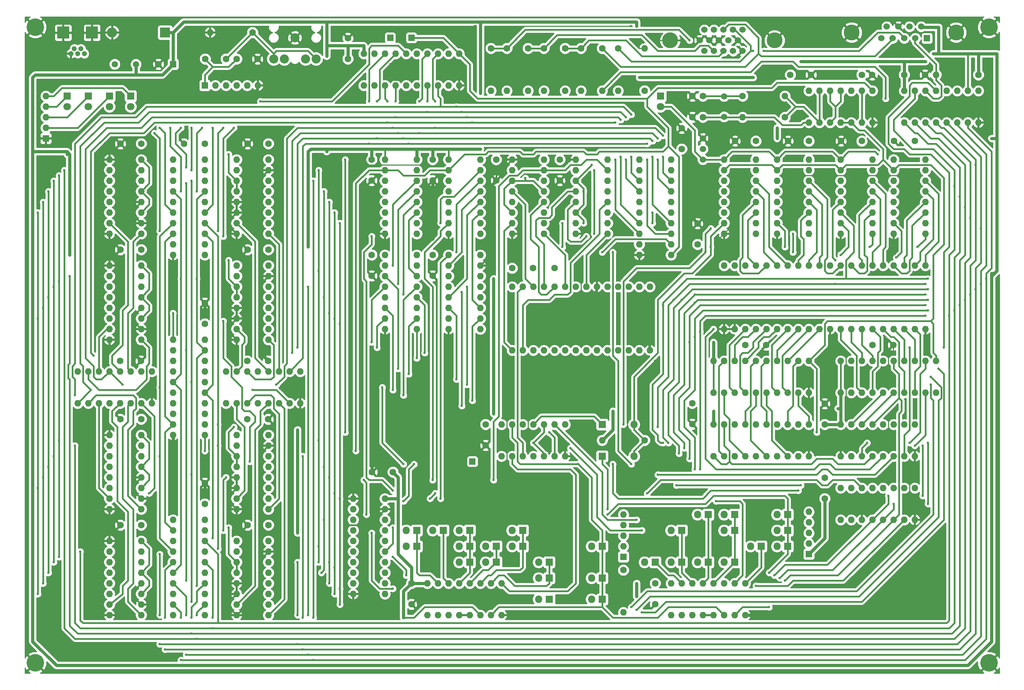
<source format=gbr>
G04 #@! TF.FileFunction,Copper,L1,Top,Signal*
%FSLAX46Y46*%
G04 Gerber Fmt 4.6, Leading zero omitted, Abs format (unit mm)*
G04 Created by KiCad (PCBNEW 4.0.6) date 2020 March 20, Friday 17:13:11*
%MOMM*%
%LPD*%
G01*
G04 APERTURE LIST*
%ADD10C,0.100000*%
%ADD11R,1.800000X1.800000*%
%ADD12C,1.800000*%
%ADD13C,1.600000*%
%ADD14O,1.600000X1.600000*%
%ADD15C,1.501140*%
%ADD16C,3.810000*%
%ADD17R,1.524000X1.524000*%
%ADD18C,1.524000*%
%ADD19O,1.800000X1.800000*%
%ADD20R,1.600000X1.600000*%
%ADD21O,1.219200X1.219100*%
%ADD22O,1.219200X1.219200*%
%ADD23R,2.895600X2.895600*%
%ADD24C,4.200000*%
%ADD25R,1.500000X1.500000*%
%ADD26C,2.184400*%
%ADD27R,2.400000X2.400000*%
%ADD28O,2.400000X2.400000*%
%ADD29C,0.600000*%
%ADD30C,0.400000*%
%ADD31C,0.250000*%
%ADD32C,0.260000*%
%ADD33C,0.750000*%
%ADD34C,0.254000*%
G04 APERTURE END LIST*
D10*
D11*
X30480000Y-43180000D03*
D12*
X30480000Y-45720000D03*
D11*
X35560000Y-43180000D03*
D12*
X35560000Y-45720000D03*
D11*
X40640000Y-43180000D03*
D12*
X40640000Y-45720000D03*
D11*
X45720000Y-43180000D03*
D12*
X45720000Y-45720000D03*
D13*
X182880000Y-48260000D03*
X180380000Y-48260000D03*
X182880000Y-43180000D03*
X180380000Y-43180000D03*
X220980000Y-38100000D03*
X223480000Y-38100000D03*
X202565000Y-48260000D03*
D14*
X192405000Y-48260000D03*
D13*
X192405000Y-43180000D03*
D14*
X202565000Y-43180000D03*
D15*
X187960000Y-48160940D03*
X187960000Y-43279060D03*
X46990000Y-35560000D03*
X41910000Y-35549840D03*
D16*
X243586000Y-27940000D03*
X218567000Y-27940000D03*
D17*
X236601000Y-29337000D03*
D18*
X233807000Y-29337000D03*
X231140000Y-29337000D03*
X228346000Y-29337000D03*
X225679000Y-29337000D03*
X235204000Y-26543000D03*
X232410000Y-26543000D03*
X229743000Y-26543000D03*
X226949000Y-26543000D03*
D11*
X172720000Y-43180000D03*
D12*
X172720000Y-45720000D03*
D11*
X158750000Y-129540000D03*
D19*
X166370000Y-129540000D03*
D11*
X158750000Y-121920000D03*
D19*
X166370000Y-121920000D03*
D18*
X182880000Y-55880000D03*
X182880000Y-53340000D03*
X182880000Y-58420000D03*
D13*
X168910000Y-41910000D03*
D14*
X168910000Y-31750000D03*
D20*
X208280000Y-153035000D03*
D14*
X208280000Y-150495000D03*
X208280000Y-147955000D03*
X208280000Y-145415000D03*
X208280000Y-142875000D03*
D20*
X163830000Y-153670000D03*
D14*
X163830000Y-151130000D03*
X163830000Y-148590000D03*
X163830000Y-146050000D03*
X163830000Y-143510000D03*
D13*
X163830000Y-156845000D03*
D14*
X163830000Y-167005000D03*
D13*
X168910000Y-125730000D03*
D14*
X158750000Y-125730000D03*
D20*
X25400000Y-53340000D03*
D14*
X25400000Y-50800000D03*
X25400000Y-48260000D03*
X25400000Y-45720000D03*
X25400000Y-43180000D03*
D20*
X63500000Y-40640000D03*
D14*
X66040000Y-40640000D03*
X68580000Y-40640000D03*
X71120000Y-40640000D03*
X73660000Y-40640000D03*
X76200000Y-40640000D03*
D13*
X162560000Y-31750000D03*
D14*
X162560000Y-41910000D03*
D13*
X74930000Y-27940000D03*
D14*
X64770000Y-27940000D03*
D13*
X132080000Y-31750000D03*
D14*
X132080000Y-41910000D03*
D13*
X135890000Y-31750000D03*
D14*
X135890000Y-41910000D03*
D13*
X140970000Y-31750000D03*
D14*
X140970000Y-41910000D03*
D13*
X144780000Y-31750000D03*
D14*
X144780000Y-41910000D03*
D13*
X149860000Y-31750000D03*
D14*
X149860000Y-41910000D03*
D13*
X153670000Y-31750000D03*
D14*
X153670000Y-41910000D03*
D13*
X158750000Y-31750000D03*
D14*
X158750000Y-41910000D03*
D13*
X248920000Y-38100000D03*
D14*
X238760000Y-38100000D03*
D21*
X33020000Y-33020000D03*
X31420000Y-33020000D03*
D22*
X34620000Y-33020000D03*
X32220000Y-31820000D03*
X33820000Y-31820000D03*
D23*
X29570000Y-27970000D03*
X36470000Y-27970000D03*
D18*
X182110000Y-29845000D03*
X184400000Y-29845000D03*
X186690000Y-29845000D03*
X188980000Y-29845000D03*
X191270000Y-29845000D03*
X183255000Y-32385000D03*
X185545000Y-32385000D03*
X187835000Y-32385000D03*
X190125000Y-32385000D03*
X192415000Y-32385000D03*
X183255000Y-27305000D03*
X185545000Y-27305000D03*
X187835000Y-27305000D03*
X190125000Y-27305000D03*
X192415000Y-27305000D03*
D16*
X175070000Y-29845000D03*
X200060000Y-29845000D03*
D24*
X22860000Y-26670000D03*
X251460000Y-26670000D03*
X251460000Y-179070000D03*
X22860000Y-179070000D03*
D25*
X107950000Y-29210000D03*
X113030000Y-29210000D03*
X102870000Y-29210000D03*
X127635000Y-130810000D03*
X122555000Y-125730000D03*
D13*
X147320000Y-84455000D03*
X233680000Y-53975000D03*
X228680000Y-53975000D03*
X220980000Y-53975000D03*
X215980000Y-53975000D03*
X208280000Y-53975000D03*
X203280000Y-53975000D03*
X195580000Y-53975000D03*
X190580000Y-53975000D03*
X181610000Y-78740000D03*
X181610000Y-73740000D03*
X193040000Y-102870000D03*
X198040000Y-102870000D03*
X223520000Y-102870000D03*
X228520000Y-102870000D03*
X212090000Y-121920000D03*
X212090000Y-116920000D03*
X180340000Y-116840000D03*
X180340000Y-121840000D03*
X212090000Y-139700000D03*
X212090000Y-134700000D03*
X171450000Y-160020000D03*
X171450000Y-165020000D03*
X130810000Y-121920000D03*
X130810000Y-126920000D03*
X113030000Y-160020000D03*
X113030000Y-165020000D03*
X108585000Y-133350000D03*
X103585000Y-133350000D03*
X78740000Y-146050000D03*
X73740000Y-146050000D03*
X63500000Y-140970000D03*
X63500000Y-135970000D03*
X48260000Y-146050000D03*
X43260000Y-146050000D03*
X48260000Y-120650000D03*
X43260000Y-120650000D03*
X73660000Y-120650000D03*
X78660000Y-120650000D03*
X73660000Y-106680000D03*
X78660000Y-106680000D03*
X63500000Y-97790000D03*
X63500000Y-92790000D03*
X43180000Y-106680000D03*
X48180000Y-106680000D03*
X48260000Y-80010000D03*
X43260000Y-80010000D03*
X78740000Y-80010000D03*
X73740000Y-80010000D03*
X48260000Y-54610000D03*
X43260000Y-54610000D03*
X63500000Y-54610000D03*
X58500000Y-54610000D03*
X78740000Y-54610000D03*
X73740000Y-54610000D03*
X103505000Y-58420000D03*
X103505000Y-63420000D03*
X103505000Y-81280000D03*
X103505000Y-86280000D03*
X118110000Y-81280000D03*
X118110000Y-86280000D03*
X118110000Y-58420000D03*
X118110000Y-63420000D03*
X133350000Y-58420000D03*
X133350000Y-63420000D03*
X137160000Y-84455000D03*
X142160000Y-84455000D03*
X148590000Y-58420000D03*
X148590000Y-63420000D03*
X177800000Y-55880000D03*
X177800000Y-50880000D03*
X97790000Y-34290000D03*
X97790000Y-29290000D03*
X71120000Y-34290000D03*
X76120000Y-34290000D03*
X68580000Y-34290000D03*
X63580000Y-34290000D03*
X231140000Y-38100000D03*
X236140000Y-38100000D03*
D20*
X55880000Y-35560000D03*
D13*
X52380000Y-35560000D03*
X203835000Y-38100000D03*
X208835000Y-38100000D03*
D26*
X90170000Y-34290000D03*
X87630000Y-34290000D03*
X82550000Y-34290000D03*
X80010000Y-34290000D03*
X85090000Y-29210000D03*
D14*
X71120000Y-149860000D03*
X71120000Y-152400000D03*
X71120000Y-154940000D03*
X71120000Y-157480000D03*
X71120000Y-160020000D03*
X71120000Y-162560000D03*
X71120000Y-165100000D03*
X71120000Y-167640000D03*
X78740000Y-167640000D03*
X78740000Y-165100000D03*
X78740000Y-162560000D03*
X78740000Y-160020000D03*
X78740000Y-157480000D03*
X78740000Y-154940000D03*
X78740000Y-152400000D03*
X78740000Y-149860000D03*
X71120000Y-124460000D03*
X71120000Y-127000000D03*
X71120000Y-129540000D03*
X71120000Y-132080000D03*
X71120000Y-134620000D03*
X71120000Y-137160000D03*
X71120000Y-139700000D03*
X71120000Y-142240000D03*
X78740000Y-142240000D03*
X78740000Y-139700000D03*
X78740000Y-137160000D03*
X78740000Y-134620000D03*
X78740000Y-132080000D03*
X78740000Y-129540000D03*
X78740000Y-127000000D03*
X78740000Y-124460000D03*
X71120000Y-83820000D03*
X71120000Y-86360000D03*
X71120000Y-88900000D03*
X71120000Y-91440000D03*
X71120000Y-93980000D03*
X71120000Y-96520000D03*
X71120000Y-99060000D03*
X71120000Y-101600000D03*
X78740000Y-101600000D03*
X78740000Y-99060000D03*
X78740000Y-96520000D03*
X78740000Y-93980000D03*
X78740000Y-91440000D03*
X78740000Y-88900000D03*
X78740000Y-86360000D03*
X78740000Y-83820000D03*
X71120000Y-58420000D03*
X71120000Y-60960000D03*
X71120000Y-63500000D03*
X71120000Y-66040000D03*
X71120000Y-68580000D03*
X71120000Y-71120000D03*
X71120000Y-73660000D03*
X71120000Y-76200000D03*
X78740000Y-76200000D03*
X78740000Y-73660000D03*
X78740000Y-71120000D03*
X78740000Y-68580000D03*
X78740000Y-66040000D03*
X78740000Y-63500000D03*
X78740000Y-60960000D03*
X78740000Y-58420000D03*
X40640000Y-149860000D03*
X40640000Y-152400000D03*
X40640000Y-154940000D03*
X40640000Y-157480000D03*
X40640000Y-160020000D03*
X40640000Y-162560000D03*
X40640000Y-165100000D03*
X40640000Y-167640000D03*
X48260000Y-167640000D03*
X48260000Y-165100000D03*
X48260000Y-162560000D03*
X48260000Y-160020000D03*
X48260000Y-157480000D03*
X48260000Y-154940000D03*
X48260000Y-152400000D03*
X48260000Y-149860000D03*
X40640000Y-124460000D03*
X40640000Y-127000000D03*
X40640000Y-129540000D03*
X40640000Y-132080000D03*
X40640000Y-134620000D03*
X40640000Y-137160000D03*
X40640000Y-139700000D03*
X40640000Y-142240000D03*
X48260000Y-142240000D03*
X48260000Y-139700000D03*
X48260000Y-137160000D03*
X48260000Y-134620000D03*
X48260000Y-132080000D03*
X48260000Y-129540000D03*
X48260000Y-127000000D03*
X48260000Y-124460000D03*
X40640000Y-83820000D03*
X40640000Y-86360000D03*
X40640000Y-88900000D03*
X40640000Y-91440000D03*
X40640000Y-93980000D03*
X40640000Y-96520000D03*
X40640000Y-99060000D03*
X40640000Y-101600000D03*
X48260000Y-101600000D03*
X48260000Y-99060000D03*
X48260000Y-96520000D03*
X48260000Y-93980000D03*
X48260000Y-91440000D03*
X48260000Y-88900000D03*
X48260000Y-86360000D03*
X48260000Y-83820000D03*
X40640000Y-58420000D03*
X40640000Y-60960000D03*
X40640000Y-63500000D03*
X40640000Y-66040000D03*
X40640000Y-68580000D03*
X40640000Y-71120000D03*
X40640000Y-73660000D03*
X40640000Y-76200000D03*
X48260000Y-76200000D03*
X48260000Y-73660000D03*
X48260000Y-71120000D03*
X48260000Y-68580000D03*
X48260000Y-66040000D03*
X48260000Y-63500000D03*
X48260000Y-60960000D03*
X48260000Y-58420000D03*
X68580000Y-116840000D03*
X71120000Y-116840000D03*
X73660000Y-116840000D03*
X76200000Y-116840000D03*
X78740000Y-116840000D03*
X81280000Y-116840000D03*
X83820000Y-116840000D03*
X86360000Y-116840000D03*
X86360000Y-109220000D03*
X83820000Y-109220000D03*
X81280000Y-109220000D03*
X78740000Y-109220000D03*
X76200000Y-109220000D03*
X73660000Y-109220000D03*
X71120000Y-109220000D03*
X68580000Y-109220000D03*
X33020000Y-116840000D03*
X35560000Y-116840000D03*
X38100000Y-116840000D03*
X40640000Y-116840000D03*
X43180000Y-116840000D03*
X45720000Y-116840000D03*
X48260000Y-116840000D03*
X50800000Y-116840000D03*
X50800000Y-109220000D03*
X48260000Y-109220000D03*
X45720000Y-109220000D03*
X43180000Y-109220000D03*
X40640000Y-109220000D03*
X38100000Y-109220000D03*
X35560000Y-109220000D03*
X33020000Y-109220000D03*
X215900000Y-129540000D03*
X218440000Y-129540000D03*
X220980000Y-129540000D03*
X223520000Y-129540000D03*
X226060000Y-129540000D03*
X228600000Y-129540000D03*
X231140000Y-129540000D03*
X233680000Y-129540000D03*
X233680000Y-121920000D03*
X231140000Y-121920000D03*
X228600000Y-121920000D03*
X226060000Y-121920000D03*
X223520000Y-121920000D03*
X220980000Y-121920000D03*
X218440000Y-121920000D03*
X215900000Y-121920000D03*
X215900000Y-144780000D03*
X218440000Y-144780000D03*
X220980000Y-144780000D03*
X223520000Y-144780000D03*
X226060000Y-144780000D03*
X228600000Y-144780000D03*
X231140000Y-144780000D03*
X233680000Y-144780000D03*
X233680000Y-137160000D03*
X231140000Y-137160000D03*
X228600000Y-137160000D03*
X226060000Y-137160000D03*
X223520000Y-137160000D03*
X220980000Y-137160000D03*
X218440000Y-137160000D03*
X215900000Y-137160000D03*
X175260000Y-167640000D03*
X177800000Y-167640000D03*
X180340000Y-167640000D03*
X182880000Y-167640000D03*
X185420000Y-167640000D03*
X187960000Y-167640000D03*
X190500000Y-167640000D03*
X193040000Y-167640000D03*
X193040000Y-160020000D03*
X190500000Y-160020000D03*
X187960000Y-160020000D03*
X185420000Y-160020000D03*
X182880000Y-160020000D03*
X180340000Y-160020000D03*
X177800000Y-160020000D03*
X175260000Y-160020000D03*
X116840000Y-167640000D03*
X119380000Y-167640000D03*
X121920000Y-167640000D03*
X124460000Y-167640000D03*
X127000000Y-167640000D03*
X129540000Y-167640000D03*
X132080000Y-167640000D03*
X134620000Y-167640000D03*
X134620000Y-160020000D03*
X132080000Y-160020000D03*
X129540000Y-160020000D03*
X127000000Y-160020000D03*
X124460000Y-160020000D03*
X121920000Y-160020000D03*
X119380000Y-160020000D03*
X116840000Y-160020000D03*
X121920000Y-58420000D03*
X121920000Y-60960000D03*
X121920000Y-63500000D03*
X121920000Y-66040000D03*
X121920000Y-68580000D03*
X121920000Y-71120000D03*
X121920000Y-73660000D03*
X121920000Y-76200000D03*
X129540000Y-76200000D03*
X129540000Y-73660000D03*
X129540000Y-71120000D03*
X129540000Y-68580000D03*
X129540000Y-66040000D03*
X129540000Y-63500000D03*
X129540000Y-60960000D03*
X129540000Y-58420000D03*
X106680000Y-58420000D03*
X106680000Y-60960000D03*
X106680000Y-63500000D03*
X106680000Y-66040000D03*
X106680000Y-68580000D03*
X106680000Y-71120000D03*
X106680000Y-73660000D03*
X106680000Y-76200000D03*
X114300000Y-76200000D03*
X114300000Y-73660000D03*
X114300000Y-71120000D03*
X114300000Y-68580000D03*
X114300000Y-66040000D03*
X114300000Y-63500000D03*
X114300000Y-60960000D03*
X114300000Y-58420000D03*
X121920000Y-81280000D03*
X121920000Y-83820000D03*
X121920000Y-86360000D03*
X121920000Y-88900000D03*
X121920000Y-91440000D03*
X121920000Y-93980000D03*
X121920000Y-96520000D03*
X121920000Y-99060000D03*
X129540000Y-99060000D03*
X129540000Y-96520000D03*
X129540000Y-93980000D03*
X129540000Y-91440000D03*
X129540000Y-88900000D03*
X129540000Y-86360000D03*
X129540000Y-83820000D03*
X129540000Y-81280000D03*
X106680000Y-81280000D03*
X106680000Y-83820000D03*
X106680000Y-86360000D03*
X106680000Y-88900000D03*
X106680000Y-91440000D03*
X106680000Y-93980000D03*
X106680000Y-96520000D03*
X106680000Y-99060000D03*
X114300000Y-99060000D03*
X114300000Y-96520000D03*
X114300000Y-93980000D03*
X114300000Y-91440000D03*
X114300000Y-88900000D03*
X114300000Y-86360000D03*
X114300000Y-83820000D03*
X114300000Y-81280000D03*
X152400000Y-58420000D03*
X152400000Y-60960000D03*
X152400000Y-63500000D03*
X152400000Y-66040000D03*
X152400000Y-68580000D03*
X152400000Y-71120000D03*
X152400000Y-73660000D03*
X152400000Y-76200000D03*
X160020000Y-76200000D03*
X160020000Y-73660000D03*
X160020000Y-71120000D03*
X160020000Y-68580000D03*
X160020000Y-66040000D03*
X160020000Y-63500000D03*
X160020000Y-60960000D03*
X160020000Y-58420000D03*
X137160000Y-58420000D03*
X137160000Y-60960000D03*
X137160000Y-63500000D03*
X137160000Y-66040000D03*
X137160000Y-68580000D03*
X137160000Y-71120000D03*
X137160000Y-73660000D03*
X137160000Y-76200000D03*
X144780000Y-76200000D03*
X144780000Y-73660000D03*
X144780000Y-71120000D03*
X144780000Y-68580000D03*
X144780000Y-66040000D03*
X144780000Y-63500000D03*
X144780000Y-60960000D03*
X144780000Y-58420000D03*
X228600000Y-58420000D03*
X228600000Y-60960000D03*
X228600000Y-63500000D03*
X228600000Y-66040000D03*
X228600000Y-68580000D03*
X228600000Y-71120000D03*
X228600000Y-73660000D03*
X228600000Y-76200000D03*
X236220000Y-76200000D03*
X236220000Y-73660000D03*
X236220000Y-71120000D03*
X236220000Y-68580000D03*
X236220000Y-66040000D03*
X236220000Y-63500000D03*
X236220000Y-60960000D03*
X236220000Y-58420000D03*
X215900000Y-58420000D03*
X215900000Y-60960000D03*
X215900000Y-63500000D03*
X215900000Y-66040000D03*
X215900000Y-68580000D03*
X215900000Y-71120000D03*
X215900000Y-73660000D03*
X215900000Y-76200000D03*
X223520000Y-76200000D03*
X223520000Y-73660000D03*
X223520000Y-71120000D03*
X223520000Y-68580000D03*
X223520000Y-66040000D03*
X223520000Y-63500000D03*
X223520000Y-60960000D03*
X223520000Y-58420000D03*
X200660000Y-58420000D03*
X200660000Y-60960000D03*
X200660000Y-63500000D03*
X200660000Y-66040000D03*
X200660000Y-68580000D03*
X200660000Y-71120000D03*
X200660000Y-73660000D03*
X200660000Y-76200000D03*
X208280000Y-76200000D03*
X208280000Y-73660000D03*
X208280000Y-71120000D03*
X208280000Y-68580000D03*
X208280000Y-66040000D03*
X208280000Y-63500000D03*
X208280000Y-60960000D03*
X208280000Y-58420000D03*
X187960000Y-58420000D03*
X187960000Y-60960000D03*
X187960000Y-63500000D03*
X187960000Y-66040000D03*
X187960000Y-68580000D03*
X187960000Y-71120000D03*
X187960000Y-73660000D03*
X187960000Y-76200000D03*
X195580000Y-76200000D03*
X195580000Y-73660000D03*
X195580000Y-71120000D03*
X195580000Y-68580000D03*
X195580000Y-66040000D03*
X195580000Y-63500000D03*
X195580000Y-60960000D03*
X195580000Y-58420000D03*
X231140000Y-49530000D03*
X233680000Y-49530000D03*
X236220000Y-49530000D03*
X238760000Y-49530000D03*
X241300000Y-49530000D03*
X243840000Y-49530000D03*
X246380000Y-49530000D03*
X248920000Y-49530000D03*
X248920000Y-41910000D03*
X246380000Y-41910000D03*
X243840000Y-41910000D03*
X241300000Y-41910000D03*
X238760000Y-41910000D03*
X236220000Y-41910000D03*
X233680000Y-41910000D03*
X231140000Y-41910000D03*
X137160000Y-104140000D03*
X139700000Y-104140000D03*
X142240000Y-104140000D03*
X144780000Y-104140000D03*
X147320000Y-104140000D03*
X149860000Y-104140000D03*
X152400000Y-104140000D03*
X154940000Y-104140000D03*
X157480000Y-104140000D03*
X160020000Y-104140000D03*
X162560000Y-104140000D03*
X165100000Y-104140000D03*
X167640000Y-104140000D03*
X170180000Y-104140000D03*
X170180000Y-88900000D03*
X167640000Y-88900000D03*
X165100000Y-88900000D03*
X162560000Y-88900000D03*
X160020000Y-88900000D03*
X157480000Y-88900000D03*
X154940000Y-88900000D03*
X152400000Y-88900000D03*
X149860000Y-88900000D03*
X147320000Y-88900000D03*
X144780000Y-88900000D03*
X142240000Y-88900000D03*
X139700000Y-88900000D03*
X137160000Y-88900000D03*
X187960000Y-99060000D03*
X190500000Y-99060000D03*
X193040000Y-99060000D03*
X195580000Y-99060000D03*
X198120000Y-99060000D03*
X200660000Y-99060000D03*
X203200000Y-99060000D03*
X205740000Y-99060000D03*
X208280000Y-99060000D03*
X210820000Y-99060000D03*
X213360000Y-99060000D03*
X215900000Y-99060000D03*
X218440000Y-99060000D03*
X220980000Y-99060000D03*
X223520000Y-99060000D03*
X226060000Y-99060000D03*
X228600000Y-99060000D03*
X231140000Y-99060000D03*
X233680000Y-99060000D03*
X236220000Y-99060000D03*
X236220000Y-83820000D03*
X233680000Y-83820000D03*
X231140000Y-83820000D03*
X228600000Y-83820000D03*
X226060000Y-83820000D03*
X223520000Y-83820000D03*
X220980000Y-83820000D03*
X218440000Y-83820000D03*
X215900000Y-83820000D03*
X213360000Y-83820000D03*
X210820000Y-83820000D03*
X208280000Y-83820000D03*
X205740000Y-83820000D03*
X203200000Y-83820000D03*
X200660000Y-83820000D03*
X198120000Y-83820000D03*
X195580000Y-83820000D03*
X193040000Y-83820000D03*
X190500000Y-83820000D03*
X187960000Y-83820000D03*
X208280000Y-49530000D03*
X210820000Y-49530000D03*
X213360000Y-49530000D03*
X215900000Y-49530000D03*
X218440000Y-49530000D03*
X220980000Y-49530000D03*
X223520000Y-49530000D03*
X223520000Y-41910000D03*
X220980000Y-41910000D03*
X218440000Y-41910000D03*
X215900000Y-41910000D03*
X213360000Y-41910000D03*
X210820000Y-41910000D03*
X208280000Y-41910000D03*
X134620000Y-129540000D03*
X137160000Y-129540000D03*
X139700000Y-129540000D03*
X142240000Y-129540000D03*
X144780000Y-129540000D03*
X147320000Y-129540000D03*
X149860000Y-129540000D03*
X149860000Y-121920000D03*
X147320000Y-121920000D03*
X144780000Y-121920000D03*
X142240000Y-121920000D03*
X139700000Y-121920000D03*
X137160000Y-121920000D03*
X134620000Y-121920000D03*
X215900000Y-114300000D03*
X218440000Y-114300000D03*
X220980000Y-114300000D03*
X223520000Y-114300000D03*
X226060000Y-114300000D03*
X228600000Y-114300000D03*
X231140000Y-114300000D03*
X233680000Y-114300000D03*
X236220000Y-114300000D03*
X238760000Y-114300000D03*
X238760000Y-106680000D03*
X236220000Y-106680000D03*
X233680000Y-106680000D03*
X231140000Y-106680000D03*
X228600000Y-106680000D03*
X226060000Y-106680000D03*
X223520000Y-106680000D03*
X220980000Y-106680000D03*
X218440000Y-106680000D03*
X215900000Y-106680000D03*
X185420000Y-114300000D03*
X187960000Y-114300000D03*
X190500000Y-114300000D03*
X193040000Y-114300000D03*
X195580000Y-114300000D03*
X198120000Y-114300000D03*
X200660000Y-114300000D03*
X203200000Y-114300000D03*
X205740000Y-114300000D03*
X208280000Y-114300000D03*
X208280000Y-106680000D03*
X205740000Y-106680000D03*
X203200000Y-106680000D03*
X200660000Y-106680000D03*
X198120000Y-106680000D03*
X195580000Y-106680000D03*
X193040000Y-106680000D03*
X190500000Y-106680000D03*
X187960000Y-106680000D03*
X185420000Y-106680000D03*
X185420000Y-129540000D03*
X187960000Y-129540000D03*
X190500000Y-129540000D03*
X193040000Y-129540000D03*
X195580000Y-129540000D03*
X198120000Y-129540000D03*
X200660000Y-129540000D03*
X203200000Y-129540000D03*
X205740000Y-129540000D03*
X208280000Y-129540000D03*
X208280000Y-121920000D03*
X205740000Y-121920000D03*
X203200000Y-121920000D03*
X200660000Y-121920000D03*
X198120000Y-121920000D03*
X195580000Y-121920000D03*
X193040000Y-121920000D03*
X190500000Y-121920000D03*
X187960000Y-121920000D03*
X185420000Y-121920000D03*
X99060000Y-139700000D03*
X99060000Y-142240000D03*
X99060000Y-144780000D03*
X99060000Y-147320000D03*
X99060000Y-149860000D03*
X99060000Y-152400000D03*
X99060000Y-154940000D03*
X99060000Y-157480000D03*
X99060000Y-160020000D03*
X99060000Y-162560000D03*
X106680000Y-162560000D03*
X106680000Y-160020000D03*
X106680000Y-157480000D03*
X106680000Y-154940000D03*
X106680000Y-152400000D03*
X106680000Y-149860000D03*
X106680000Y-147320000D03*
X106680000Y-144780000D03*
X106680000Y-142240000D03*
X106680000Y-139700000D03*
X55880000Y-144780000D03*
X55880000Y-147320000D03*
X55880000Y-149860000D03*
X55880000Y-152400000D03*
X55880000Y-154940000D03*
X55880000Y-157480000D03*
X55880000Y-160020000D03*
X55880000Y-162560000D03*
X55880000Y-165100000D03*
X55880000Y-167640000D03*
X63500000Y-167640000D03*
X63500000Y-165100000D03*
X63500000Y-162560000D03*
X63500000Y-160020000D03*
X63500000Y-157480000D03*
X63500000Y-154940000D03*
X63500000Y-152400000D03*
X63500000Y-149860000D03*
X63500000Y-147320000D03*
X63500000Y-144780000D03*
X55880000Y-101600000D03*
X55880000Y-104140000D03*
X55880000Y-106680000D03*
X55880000Y-109220000D03*
X55880000Y-111760000D03*
X55880000Y-114300000D03*
X55880000Y-116840000D03*
X55880000Y-119380000D03*
X55880000Y-121920000D03*
X55880000Y-124460000D03*
X63500000Y-124460000D03*
X63500000Y-121920000D03*
X63500000Y-119380000D03*
X63500000Y-116840000D03*
X63500000Y-114300000D03*
X63500000Y-111760000D03*
X63500000Y-109220000D03*
X63500000Y-106680000D03*
X63500000Y-104140000D03*
X63500000Y-101600000D03*
X55880000Y-58420000D03*
X55880000Y-60960000D03*
X55880000Y-63500000D03*
X55880000Y-66040000D03*
X55880000Y-68580000D03*
X55880000Y-71120000D03*
X55880000Y-73660000D03*
X55880000Y-76200000D03*
X55880000Y-78740000D03*
X55880000Y-81280000D03*
X63500000Y-81280000D03*
X63500000Y-78740000D03*
X63500000Y-76200000D03*
X63500000Y-73660000D03*
X63500000Y-71120000D03*
X63500000Y-68580000D03*
X63500000Y-66040000D03*
X63500000Y-63500000D03*
X63500000Y-60960000D03*
X63500000Y-58420000D03*
X167640000Y-58420000D03*
X167640000Y-60960000D03*
X167640000Y-63500000D03*
X167640000Y-66040000D03*
X167640000Y-68580000D03*
X167640000Y-71120000D03*
X167640000Y-73660000D03*
X167640000Y-76200000D03*
X167640000Y-78740000D03*
X167640000Y-81280000D03*
X175260000Y-81280000D03*
X175260000Y-78740000D03*
X175260000Y-76200000D03*
X175260000Y-73660000D03*
X175260000Y-71120000D03*
X175260000Y-68580000D03*
X175260000Y-66040000D03*
X175260000Y-63500000D03*
X175260000Y-60960000D03*
X175260000Y-58420000D03*
X101600000Y-40640000D03*
X104140000Y-40640000D03*
X106680000Y-40640000D03*
X109220000Y-40640000D03*
X111760000Y-40640000D03*
X114300000Y-40640000D03*
X116840000Y-40640000D03*
X119380000Y-40640000D03*
X121920000Y-40640000D03*
X124460000Y-40640000D03*
X124460000Y-33020000D03*
X121920000Y-33020000D03*
X119380000Y-33020000D03*
X116840000Y-33020000D03*
X114300000Y-33020000D03*
X111760000Y-33020000D03*
X109220000Y-33020000D03*
X106680000Y-33020000D03*
X104140000Y-33020000D03*
X101600000Y-33020000D03*
D27*
X53975000Y-27940000D03*
D28*
X41275000Y-27940000D03*
D11*
X114300000Y-147320000D03*
D19*
X111760000Y-147320000D03*
D11*
X114300000Y-151130000D03*
D19*
X111760000Y-151130000D03*
D11*
X120650000Y-147320000D03*
D19*
X118110000Y-147320000D03*
D11*
X127000000Y-154940000D03*
D19*
X124460000Y-154940000D03*
D11*
X127000000Y-151130000D03*
D19*
X124460000Y-151130000D03*
D11*
X127000000Y-147320000D03*
D19*
X124460000Y-147320000D03*
D11*
X133350000Y-154940000D03*
D19*
X130810000Y-154940000D03*
D11*
X133350000Y-151130000D03*
D19*
X130810000Y-151130000D03*
D11*
X139700000Y-151130000D03*
D19*
X137160000Y-151130000D03*
D11*
X139700000Y-147320000D03*
D19*
X137160000Y-147320000D03*
D11*
X146050000Y-163830000D03*
D19*
X143510000Y-163830000D03*
D11*
X146050000Y-158750000D03*
D19*
X143510000Y-158750000D03*
D11*
X146050000Y-154940000D03*
D19*
X143510000Y-154940000D03*
D11*
X158750000Y-163830000D03*
D19*
X156210000Y-163830000D03*
D11*
X158750000Y-158750000D03*
D19*
X156210000Y-158750000D03*
D11*
X158750000Y-151130000D03*
D19*
X156210000Y-151130000D03*
D11*
X171450000Y-154940000D03*
D19*
X168910000Y-154940000D03*
D11*
X177800000Y-154940000D03*
D19*
X175260000Y-154940000D03*
D11*
X177800000Y-147320000D03*
D19*
X175260000Y-147320000D03*
D11*
X184150000Y-154940000D03*
D19*
X181610000Y-154940000D03*
D11*
X184150000Y-143510000D03*
D19*
X181610000Y-143510000D03*
D11*
X190500000Y-147320000D03*
D19*
X187960000Y-147320000D03*
D11*
X190500000Y-143510000D03*
D19*
X187960000Y-143510000D03*
D11*
X196850000Y-151130000D03*
D19*
X194310000Y-151130000D03*
D11*
X203200000Y-151130000D03*
D19*
X200660000Y-151130000D03*
D11*
X203200000Y-147320000D03*
D19*
X200660000Y-147320000D03*
D11*
X203200000Y-143510000D03*
D19*
X200660000Y-143510000D03*
D11*
X190500000Y-154940000D03*
D19*
X187960000Y-154940000D03*
D29*
X210185000Y-123825000D03*
X99695000Y-128270000D03*
X63500000Y-128270000D03*
X182245000Y-132715000D03*
X182245000Y-99695000D03*
X241935000Y-95885000D03*
X236220000Y-95885000D03*
X33655000Y-152400000D03*
X243205000Y-64770000D03*
X180975000Y-132715000D03*
X65405000Y-170815000D03*
X180975000Y-100965000D03*
X236855000Y-94615000D03*
X243205000Y-94615000D03*
X65405000Y-168275000D03*
X244475000Y-67310000D03*
X32385000Y-127000000D03*
X31115000Y-86360000D03*
X179705000Y-130175000D03*
X179705000Y-102235000D03*
X244475000Y-93345000D03*
X236220000Y-93345000D03*
X245745000Y-69850000D03*
X60325000Y-172085000D03*
X60325000Y-168275000D03*
X178435000Y-127635000D03*
X180975000Y-92710000D03*
X236855000Y-92075000D03*
X61595000Y-173355000D03*
X245745000Y-92075000D03*
X61595000Y-167640000D03*
X247015000Y-72390000D03*
X29845000Y-60960000D03*
X177165000Y-128905000D03*
X236220000Y-90805000D03*
X247015000Y-90805000D03*
X52705000Y-174625000D03*
X85725000Y-174625000D03*
X180975000Y-90805000D03*
X52705000Y-167640000D03*
X52705000Y-153035000D03*
X248285000Y-59690000D03*
X85725000Y-167640000D03*
X85725000Y-154940000D03*
X174625000Y-126365000D03*
X177800000Y-92075000D03*
X236855000Y-89535000D03*
X248285000Y-89535000D03*
X53975000Y-175895000D03*
X86995000Y-175895000D03*
X53975000Y-168275000D03*
X249555000Y-74930000D03*
X86995000Y-168275000D03*
X86995000Y-129540000D03*
X172085000Y-122555000D03*
X175895000Y-92075000D03*
X236220000Y-88265000D03*
X249555000Y-88265000D03*
X214630000Y-88265000D03*
X214630000Y-82550000D03*
X59055000Y-167640000D03*
X88265000Y-177165000D03*
X59055000Y-177165000D03*
X88265000Y-167640000D03*
X88265000Y-88900000D03*
X173355000Y-126365000D03*
X89535000Y-178435000D03*
X57785000Y-178435000D03*
X250825000Y-86995000D03*
X236855000Y-86995000D03*
X89535000Y-63500000D03*
X89535000Y-168275000D03*
X173355000Y-93345000D03*
X57785000Y-168275000D03*
X52705000Y-113030000D03*
X52705000Y-129540000D03*
X57785000Y-86995000D03*
X59055000Y-159385000D03*
X59055000Y-104140000D03*
X59055000Y-64135000D03*
X65405000Y-149225000D03*
X66675000Y-121920000D03*
X66675000Y-127000000D03*
X66675000Y-151765000D03*
X61595000Y-160655000D03*
X61595000Y-86995000D03*
X60325000Y-133985000D03*
X117475000Y-139700000D03*
X118745000Y-138430000D03*
X169545000Y-138430000D03*
X60325000Y-111760000D03*
X60325000Y-164465000D03*
X60325000Y-63500000D03*
X36830000Y-105410000D03*
X107315000Y-44450000D03*
X107315000Y-49530000D03*
X161925000Y-58420000D03*
X127635000Y-49530000D03*
X161925000Y-49530000D03*
X109220000Y-48260000D03*
X109220000Y-44450000D03*
X43815000Y-112395000D03*
X163195000Y-57785000D03*
X163195000Y-48895000D03*
X126365000Y-48260000D03*
X116840000Y-46990000D03*
X116840000Y-44450000D03*
X164465000Y-58420000D03*
X36195000Y-113665000D03*
X164465000Y-48260000D03*
X125095000Y-46990000D03*
X32385000Y-114935000D03*
X165735000Y-47625000D03*
X123825000Y-45720000D03*
X165735000Y-57785000D03*
X172085000Y-133985000D03*
X67945000Y-147320000D03*
X68580000Y-134620000D03*
X170815000Y-71120000D03*
X170815000Y-73660000D03*
X116205000Y-104775000D03*
X114300000Y-106045000D03*
X104775000Y-103505000D03*
X103505000Y-102235000D03*
X126365000Y-88900000D03*
X126365000Y-112395000D03*
X125095000Y-90170000D03*
X125095000Y-117475000D03*
X123825000Y-111125000D03*
X127635000Y-116205000D03*
X123825000Y-80645000D03*
X109855000Y-108585000D03*
X108585000Y-113665000D03*
X112395000Y-109855000D03*
X111125000Y-114935000D03*
X111125000Y-90805000D03*
X109855000Y-88265000D03*
X108585000Y-83820000D03*
X108585000Y-50800000D03*
X118745000Y-50800000D03*
X118745000Y-44450000D03*
X173355000Y-52705000D03*
X173355000Y-57785000D03*
X80645000Y-112395000D03*
X109855000Y-52070000D03*
X84455000Y-104775000D03*
X172085000Y-58420000D03*
X172085000Y-53340000D03*
X114935000Y-52070000D03*
X114935000Y-44450000D03*
X111125000Y-53340000D03*
X104775000Y-53340000D03*
X170815000Y-53975000D03*
X85725000Y-103505000D03*
X170815000Y-57785000D03*
X104775000Y-44450000D03*
X112395000Y-54610000D03*
X102870000Y-54610000D03*
X169545000Y-54610000D03*
X169545000Y-58420000D03*
X102870000Y-44450000D03*
X185420000Y-99060000D03*
X233680000Y-127000000D03*
X222250000Y-126365000D03*
X232410000Y-126365000D03*
X240665000Y-103505000D03*
X232410000Y-103505000D03*
X170180000Y-49530000D03*
X167640000Y-49530000D03*
X140970000Y-55880000D03*
X156210000Y-55880000D03*
X231140000Y-120015000D03*
X233680000Y-120015000D03*
X73025000Y-153670000D03*
X100330000Y-57150000D03*
X116205000Y-59690000D03*
X215900000Y-85725000D03*
X226060000Y-85725000D03*
X236220000Y-85725000D03*
X162560000Y-73660000D03*
X165100000Y-76200000D03*
X68580000Y-90170000D03*
X50800000Y-90170000D03*
X50800000Y-92710000D03*
X189865000Y-67310000D03*
X191770000Y-58420000D03*
X191770000Y-60960000D03*
X189865000Y-63500000D03*
X193675000Y-67310000D03*
X189865000Y-71120000D03*
X150495000Y-68580000D03*
X205740000Y-80645000D03*
X212090000Y-43815000D03*
X212090000Y-47625000D03*
X212090000Y-38100000D03*
X217170000Y-47625000D03*
X167005000Y-158115000D03*
X161290000Y-165735000D03*
X219710000Y-67310000D03*
X219710000Y-62230000D03*
X217805000Y-69850000D03*
X228600000Y-120015000D03*
X217170000Y-118745000D03*
X232410000Y-142240000D03*
X223520000Y-142240000D03*
X124460000Y-85725000D03*
X130810000Y-87630000D03*
X184150000Y-40005000D03*
X199390000Y-37465000D03*
X198755000Y-40005000D03*
X64770000Y-42545000D03*
X69850000Y-42545000D03*
X74930000Y-42545000D03*
X72390000Y-42545000D03*
X67310000Y-42545000D03*
X189230000Y-85725000D03*
X180340000Y-60325000D03*
X178435000Y-81915000D03*
X183515000Y-84455000D03*
X29210000Y-178435000D03*
X54610000Y-177800000D03*
X50800000Y-175260000D03*
X209550000Y-97155000D03*
X183515000Y-99060000D03*
X149860000Y-126365000D03*
X217170000Y-107950000D03*
X217170000Y-113030000D03*
X220980000Y-111125000D03*
X222250000Y-107950000D03*
X232410000Y-133985000D03*
X73025000Y-87630000D03*
X89535000Y-62230000D03*
X51435000Y-149860000D03*
X132715000Y-84455000D03*
X136525000Y-91440000D03*
X136525000Y-98425000D03*
X135255000Y-106680000D03*
X149860000Y-102235000D03*
X138430000Y-64770000D03*
X143510000Y-62230000D03*
X146685000Y-66040000D03*
X146685000Y-68580000D03*
X149225000Y-70485000D03*
X147955000Y-72390000D03*
X147955000Y-77470000D03*
X117475000Y-69850000D03*
X179070000Y-138430000D03*
X140970000Y-154940000D03*
X132080000Y-147320000D03*
X138430000Y-154940000D03*
X138430000Y-158750000D03*
X119380000Y-151130000D03*
X119380000Y-154940000D03*
X151130000Y-158750000D03*
X151130000Y-151130000D03*
X151130000Y-147320000D03*
X151130000Y-154940000D03*
X151130000Y-137160000D03*
X151130000Y-163830000D03*
X140970000Y-163195000D03*
X227965000Y-132080000D03*
X205105000Y-160655000D03*
X205105000Y-167005000D03*
X195580000Y-154305000D03*
X193675000Y-157480000D03*
X200025000Y-154305000D03*
X187960000Y-151130000D03*
X186055000Y-156210000D03*
X196850000Y-158750000D03*
X197485000Y-167005000D03*
X189230000Y-158115000D03*
X38735000Y-46990000D03*
X43815000Y-46990000D03*
X112395000Y-43180000D03*
X105410000Y-59690000D03*
X153035000Y-83820000D03*
X164465000Y-125730000D03*
X167005000Y-106680000D03*
X160020000Y-100965000D03*
X160020000Y-97790000D03*
X162560000Y-100965000D03*
X165100000Y-94615000D03*
X162560000Y-94615000D03*
X160020000Y-94615000D03*
X171450000Y-81280000D03*
X171450000Y-78740000D03*
X172720000Y-74295000D03*
X162560000Y-78740000D03*
X165100000Y-81280000D03*
X238125000Y-62230000D03*
X226060000Y-61595000D03*
X226060000Y-53975000D03*
X222885000Y-54610000D03*
X199390000Y-45720000D03*
X201930000Y-45720000D03*
X209550000Y-45720000D03*
X206375000Y-47625000D03*
X205105000Y-41910000D03*
X217170000Y-43815000D03*
X217170000Y-38100000D03*
X169545000Y-28575000D03*
X172085000Y-31115000D03*
X233680000Y-33655000D03*
X228600000Y-33655000D03*
X232410000Y-31115000D03*
X245110000Y-34290000D03*
X245110000Y-40005000D03*
X239395000Y-34290000D03*
X242570000Y-43815000D03*
X232410000Y-47625000D03*
X24130000Y-164465000D03*
X28575000Y-156210000D03*
X240030000Y-167640000D03*
X240030000Y-148590000D03*
X34925000Y-130810000D03*
X34925000Y-135890000D03*
X34925000Y-142240000D03*
X34925000Y-138430000D03*
X34925000Y-133350000D03*
X34925000Y-128270000D03*
X34925000Y-146050000D03*
X34925000Y-151130000D03*
X35560000Y-167640000D03*
X24130000Y-172720000D03*
X146050000Y-128905000D03*
X140335000Y-120015000D03*
X135255000Y-127635000D03*
X135890000Y-120015000D03*
X140970000Y-128905000D03*
X200660000Y-140335000D03*
X194310000Y-140335000D03*
X194310000Y-147320000D03*
X194310000Y-143510000D03*
X181610000Y-151130000D03*
X181610000Y-147320000D03*
X177800000Y-143510000D03*
X170815000Y-147320000D03*
X170815000Y-143510000D03*
X168910000Y-151130000D03*
X95885000Y-44450000D03*
X107950000Y-35560000D03*
X107950000Y-39370000D03*
X101600000Y-38100000D03*
X100965000Y-44450000D03*
X120650000Y-38735000D03*
X110490000Y-39370000D03*
X113665000Y-36195000D03*
X232410000Y-63500000D03*
X232410000Y-68580000D03*
X232410000Y-60960000D03*
X232410000Y-66040000D03*
X231140000Y-71120000D03*
X212090000Y-62230000D03*
X212090000Y-58420000D03*
X204470000Y-74295000D03*
X204470000Y-61595000D03*
X204470000Y-58420000D03*
X76835000Y-76835000D03*
X170815000Y-97790000D03*
X170815000Y-94615000D03*
X208280000Y-111760000D03*
X208280000Y-116840000D03*
X165735000Y-42545000D03*
X175895000Y-49530000D03*
X173990000Y-47625000D03*
X177800000Y-53340000D03*
X63500000Y-139065000D03*
X84455000Y-144145000D03*
X76835000Y-102870000D03*
X81915000Y-52070000D03*
X103505000Y-121285000D03*
X213995000Y-137160000D03*
X213995000Y-147320000D03*
X171450000Y-106680000D03*
X168910000Y-121285000D03*
X252095000Y-34290000D03*
X100965000Y-77470000D03*
X95250000Y-57150000D03*
X165608000Y-29718000D03*
X165608000Y-26416000D03*
X95250000Y-40005000D03*
X80010000Y-43180000D03*
X95250000Y-34925000D03*
X100965000Y-34925000D03*
X83820000Y-114935000D03*
X86360000Y-111760000D03*
X220980000Y-167640000D03*
X140970000Y-97790000D03*
X115570000Y-161290000D03*
X137160000Y-164465000D03*
X36830000Y-119380000D03*
X32385000Y-119380000D03*
X151130000Y-92075000D03*
X156210000Y-90805000D03*
X160020000Y-106680000D03*
X144780000Y-106680000D03*
X212725000Y-167640000D03*
X151130000Y-167005000D03*
X137160000Y-167005000D03*
X55880000Y-140970000D03*
X97155000Y-166370000D03*
X83820000Y-166370000D03*
X98425000Y-121285000D03*
X98425000Y-100330000D03*
X98425000Y-77470000D03*
X128905000Y-107315000D03*
X155575000Y-61595000D03*
X81280000Y-58420000D03*
X81915000Y-77470000D03*
X128270000Y-26416000D03*
X128270000Y-40640000D03*
X118110000Y-77470000D03*
X170815000Y-127000000D03*
X157480000Y-82550000D03*
X76835000Y-141605000D03*
X180975000Y-137795000D03*
X128905000Y-100965000D03*
X76835000Y-99695000D03*
X138430000Y-42545000D03*
X160655000Y-42545000D03*
X165735000Y-45085000D03*
X168275000Y-45085000D03*
X131445000Y-77470000D03*
X124460000Y-120650000D03*
X29845000Y-59055000D03*
X23495000Y-57785000D03*
X111125000Y-120650000D03*
X108585000Y-121920000D03*
X114935000Y-128270000D03*
X116205000Y-111760000D03*
X113030000Y-111760000D03*
X108585000Y-125730000D03*
X98425000Y-136525000D03*
X153670000Y-137160000D03*
X153670000Y-164465000D03*
X100965000Y-132715000D03*
X100965000Y-121285000D03*
X100965000Y-100330000D03*
X130810000Y-131445000D03*
X130810000Y-135890000D03*
X172085000Y-137795000D03*
X83820000Y-121285000D03*
X63500000Y-95885000D03*
X46355000Y-102870000D03*
X23495000Y-69850000D03*
X154305000Y-73660000D03*
X69215000Y-146685000D03*
X252095000Y-85725000D03*
X215900000Y-81280000D03*
X92710000Y-56515000D03*
X88265000Y-79375000D03*
X194945000Y-38735000D03*
X200660000Y-53340000D03*
X200660000Y-50800000D03*
X167640000Y-38735000D03*
X206375000Y-34925000D03*
X30480000Y-57150000D03*
X31115000Y-81280000D03*
X92710000Y-33655000D03*
X22225000Y-104140000D03*
X22225000Y-81915000D03*
X22225000Y-122555000D03*
X22225000Y-147955000D03*
X111125000Y-179705000D03*
X172085000Y-179705000D03*
X167005000Y-160020000D03*
X167005000Y-163195000D03*
X252095000Y-135255000D03*
X69215000Y-82550000D03*
X252095000Y-102235000D03*
X252095000Y-117475000D03*
X111125000Y-168275000D03*
X85725000Y-147955000D03*
X69215000Y-57150000D03*
X85725000Y-123190000D03*
X229235000Y-81915000D03*
X167005000Y-26416000D03*
X129540000Y-42545000D03*
X215265000Y-118110000D03*
X252095000Y-53340000D03*
X185420000Y-118745000D03*
X70485000Y-122555000D03*
X129540000Y-55880000D03*
X236220000Y-34925000D03*
X238125000Y-33020000D03*
X161290000Y-118745000D03*
X185420000Y-102235000D03*
X132715000Y-86995000D03*
X132715000Y-119380000D03*
X212090000Y-139700000D03*
X156210000Y-59690000D03*
X154305000Y-66040000D03*
X140335000Y-62865000D03*
X202565000Y-159385000D03*
X236855000Y-126365000D03*
X228600000Y-140970000D03*
X236855000Y-140970000D03*
X201295000Y-158750000D03*
X235585000Y-127000000D03*
X227330000Y-139065000D03*
X235585000Y-139065000D03*
X200025000Y-158115000D03*
X202565000Y-79375000D03*
X184785000Y-79375000D03*
X222885000Y-79375000D03*
X234315000Y-79375000D03*
X184785000Y-74930000D03*
X204470000Y-76200000D03*
X204470000Y-80645000D03*
X183515000Y-80645000D03*
X163830000Y-121920000D03*
X154940000Y-76835000D03*
X158750000Y-80645000D03*
X167005000Y-166370000D03*
X237490000Y-110490000D03*
X165735000Y-165735000D03*
X237490000Y-112395000D03*
X168275000Y-167005000D03*
X239395000Y-108585000D03*
X179705000Y-29845000D03*
X153035000Y-131445000D03*
X205740000Y-137795000D03*
X161290000Y-131445000D03*
X57785000Y-66040000D03*
X55245000Y-50800000D03*
X52705000Y-50800000D03*
X52705000Y-75565000D03*
X51435000Y-52070000D03*
X160020000Y-142240000D03*
X120015000Y-139700000D03*
X132715000Y-135255000D03*
X198755000Y-165735000D03*
X108585000Y-146685000D03*
X160020000Y-143510000D03*
X198755000Y-157480000D03*
X74295000Y-130810000D03*
X67945000Y-97155000D03*
X55880000Y-95250000D03*
X92075000Y-132080000D03*
X92075000Y-91440000D03*
X92075000Y-66040000D03*
X91440000Y-157480000D03*
X92075000Y-144780000D03*
X27305000Y-129540000D03*
X27305000Y-154940000D03*
X27305000Y-88900000D03*
X27305000Y-63500000D03*
X94615000Y-162560000D03*
X94615000Y-156210000D03*
X94615000Y-138430000D03*
X94615000Y-96520000D03*
X26035000Y-91440000D03*
X26035000Y-132080000D03*
X26035000Y-157480000D03*
X26035000Y-66040000D03*
X94615000Y-71120000D03*
X93345000Y-134620000D03*
X93345000Y-160020000D03*
X93345000Y-95250000D03*
X24765000Y-93980000D03*
X24765000Y-68580000D03*
X24765000Y-134620000D03*
X24765000Y-160020000D03*
X93345000Y-68580000D03*
X93345000Y-154940000D03*
X50165000Y-138430000D03*
X95885000Y-161290000D03*
X95885000Y-165100000D03*
X95885000Y-139700000D03*
X95885000Y-97790000D03*
X23495000Y-96520000D03*
X23495000Y-137160000D03*
X23495000Y-162560000D03*
X23495000Y-71120000D03*
X95885000Y-73660000D03*
X90805000Y-60960000D03*
X90805000Y-85090000D03*
X90805000Y-154940000D03*
X90805000Y-151130000D03*
X90805000Y-125730000D03*
X28575000Y-87630000D03*
X28575000Y-125730000D03*
X28575000Y-153670000D03*
X28575000Y-62230000D03*
X111125000Y-131445000D03*
X106045000Y-113030000D03*
X206375000Y-136525000D03*
X176530000Y-136525000D03*
X102235000Y-143510000D03*
X101600000Y-135255000D03*
X118110000Y-135255000D03*
X103505000Y-76835000D03*
X108585000Y-137795000D03*
X186055000Y-140335000D03*
X165735000Y-131445000D03*
X156845000Y-76200000D03*
X161290000Y-80645000D03*
X156845000Y-60960000D03*
X97155000Y-58420000D03*
X146050000Y-123825000D03*
X97155000Y-123825000D03*
X111760000Y-158115000D03*
X108585000Y-153670000D03*
X108585000Y-161290000D03*
X103505000Y-147955000D03*
X195580000Y-160655000D03*
X142240000Y-126365000D03*
X113665000Y-131445000D03*
X111125000Y-140335000D03*
X224790000Y-57150000D03*
X59055000Y-60325000D03*
X57785000Y-50800000D03*
X120015000Y-73660000D03*
X167005000Y-144780000D03*
X168275000Y-147320000D03*
X151130000Y-127635000D03*
X60325000Y-50800000D03*
X60325000Y-60960000D03*
X62865000Y-50800000D03*
X61595000Y-66040000D03*
X65405000Y-50800000D03*
X66675000Y-75565000D03*
X67945000Y-50800000D03*
X74930000Y-113665000D03*
X226695000Y-43815000D03*
X67945000Y-76835000D03*
X70485000Y-50800000D03*
X76835000Y-44450000D03*
X194945000Y-32385000D03*
X197485000Y-32385000D03*
X149225000Y-73660000D03*
X149225000Y-79375000D03*
D30*
X207010000Y-49530000D02*
X208280000Y-49530000D01*
X201924795Y-50107746D02*
X206432254Y-50107746D01*
X192405000Y-48260000D02*
X200025000Y-48260000D01*
X201924795Y-50107746D02*
X200025000Y-48260000D01*
X206432254Y-50107746D02*
X207010000Y-49530000D01*
X192405000Y-48260000D02*
X188059060Y-48260000D01*
X188059060Y-48260000D02*
X187960000Y-48160940D01*
X182880000Y-48260000D02*
X187860940Y-48260000D01*
X187860940Y-48260000D02*
X187960000Y-48160940D01*
X192405000Y-43180000D02*
X188059060Y-43180000D01*
X188059060Y-43180000D02*
X187960000Y-43279060D01*
X182880000Y-43180000D02*
X187860940Y-43180000D01*
X187860940Y-43180000D02*
X187960000Y-43279060D01*
X220980000Y-49530000D02*
X220980000Y-41910000D01*
X238760000Y-106680000D02*
X238760000Y-105410000D01*
X238760000Y-105410000D02*
X238125000Y-104775000D01*
X237490000Y-97155000D02*
X238125000Y-97790000D01*
X221615000Y-51435000D02*
X226060000Y-55880000D01*
X229870000Y-59690000D02*
X237490000Y-59690000D01*
X238125000Y-96520000D02*
X238125000Y-81280000D01*
X238125000Y-81280000D02*
X240665000Y-78740000D01*
X240665000Y-78740000D02*
X240665000Y-62865000D01*
X237490000Y-59690000D02*
X240665000Y-62865000D01*
X229870000Y-59690000D02*
X228600000Y-60960000D01*
X226060000Y-58420000D02*
X224790000Y-59690000D01*
X226060000Y-58420000D02*
X226060000Y-55880000D01*
X215900000Y-60960000D02*
X214630000Y-59690000D01*
X200660000Y-60960000D02*
X199390000Y-59690000D01*
X237490000Y-97155000D02*
X238125000Y-96520000D01*
X238125000Y-97790000D02*
X238125000Y-104775000D01*
X228600000Y-60960000D02*
X226060000Y-58420000D01*
X221615000Y-51435000D02*
X220345000Y-51435000D01*
X220345000Y-51435000D02*
X218440000Y-49530000D01*
X238125000Y-96520000D02*
X238125000Y-96520000D01*
X215900000Y-49530000D02*
X218440000Y-49530000D01*
X224790000Y-59690000D02*
X217170000Y-59690000D01*
X217170000Y-59690000D02*
X215900000Y-60960000D01*
X199390000Y-59690000D02*
X189230000Y-59690000D01*
X189230000Y-59690000D02*
X187960000Y-60960000D01*
X214630000Y-59690000D02*
X201930000Y-59690000D01*
X201930000Y-59690000D02*
X200660000Y-60960000D01*
X208280000Y-106680000D02*
X210185000Y-108585000D01*
X210185000Y-108585000D02*
X210185000Y-123825000D01*
X208280000Y-106680000D02*
X212090000Y-102870000D01*
X212090000Y-102870000D02*
X212090000Y-97790000D01*
X212090000Y-97790000D02*
X212725000Y-97155000D01*
X212725000Y-97155000D02*
X237490000Y-97155000D01*
X174625000Y-55245000D02*
X173355000Y-56515000D01*
X177165000Y-57785000D02*
X174625000Y-55245000D01*
X173355000Y-56515000D02*
X160020000Y-56515000D01*
X174625000Y-55245000D02*
X174625000Y-50800000D01*
X169545000Y-45720000D02*
X174625000Y-50800000D01*
X169545000Y-45720000D02*
X169545000Y-43815000D01*
X177165000Y-79375000D02*
X177165000Y-57785000D01*
X175260000Y-81280000D02*
X177165000Y-79375000D01*
X139065000Y-56515000D02*
X139700000Y-57150000D01*
X142240000Y-57150000D02*
X142875000Y-56515000D01*
X139700000Y-57150000D02*
X142240000Y-57150000D01*
X154305000Y-56515000D02*
X154940000Y-57150000D01*
X154305000Y-56515000D02*
X142875000Y-56515000D01*
X160020000Y-56515000D02*
X158115000Y-56515000D01*
X154940000Y-57150000D02*
X157480000Y-57150000D01*
X157480000Y-57150000D02*
X158115000Y-56515000D01*
X106680000Y-60960000D02*
X109855000Y-60960000D01*
X109855000Y-60960000D02*
X111125000Y-62230000D01*
X117475000Y-60960000D02*
X116205000Y-62230000D01*
X121920000Y-60960000D02*
X117475000Y-60960000D01*
X116205000Y-62230000D02*
X111125000Y-62230000D01*
X121920000Y-60960000D02*
X125730000Y-57150000D01*
X130810000Y-57150000D02*
X131445000Y-56515000D01*
X125730000Y-57150000D02*
X130810000Y-57150000D01*
X102870000Y-60960000D02*
X99695000Y-64135000D01*
X102870000Y-60960000D02*
X106680000Y-60960000D01*
X99695000Y-128270000D02*
X99695000Y-64135000D01*
X63500000Y-124460000D02*
X63500000Y-128270000D01*
X124460000Y-33020000D02*
X120650000Y-29210000D01*
X120650000Y-29210000D02*
X113030000Y-29210000D01*
X127000000Y-35560000D02*
X124460000Y-33020000D01*
X169545000Y-43815000D02*
X128905000Y-43815000D01*
X128905000Y-43815000D02*
X127000000Y-41910000D01*
X127000000Y-41910000D02*
X127000000Y-35560000D01*
X169545000Y-43815000D02*
X172085000Y-41275000D01*
X200660000Y-40005000D02*
X221615000Y-40005000D01*
X199390000Y-41275000D02*
X200660000Y-40005000D01*
X221615000Y-40005000D02*
X223520000Y-41910000D01*
X172085000Y-41275000D02*
X199390000Y-41275000D01*
X139065000Y-56515000D02*
X131445000Y-56515000D01*
X66675000Y-153035000D02*
X66675000Y-169545000D01*
X63500000Y-149860000D02*
X66675000Y-153035000D01*
X182245000Y-99695000D02*
X182245000Y-97155000D01*
X182245000Y-97155000D02*
X183515000Y-95885000D01*
X33655000Y-168910000D02*
X34290000Y-169545000D01*
X243205000Y-64770000D02*
X243205000Y-60960000D01*
X238125000Y-55880000D02*
X233045000Y-55880000D01*
X228600000Y-51435000D02*
X228600000Y-48895000D01*
X243205000Y-60960000D02*
X238125000Y-55880000D01*
X233045000Y-55880000D02*
X228600000Y-51435000D01*
X233680000Y-41910000D02*
X233680000Y-43815000D01*
X233680000Y-43815000D02*
X228600000Y-48895000D01*
X182245000Y-132715000D02*
X182245000Y-99695000D01*
X236220000Y-95885000D02*
X183515000Y-95885000D01*
X241935000Y-95885000D02*
X241935000Y-81280000D01*
X33655000Y-168910000D02*
X33655000Y-152400000D01*
X34290000Y-169545000D02*
X66675000Y-169545000D01*
X66675000Y-169545000D02*
X241300000Y-169545000D01*
X241935000Y-168910000D02*
X241935000Y-95885000D01*
X241300000Y-169545000D02*
X241935000Y-168910000D01*
X243205000Y-80010000D02*
X243205000Y-64770000D01*
X241935000Y-81280000D02*
X243205000Y-80010000D01*
X228600000Y-48895000D02*
X228600000Y-48895000D01*
X180975000Y-96520000D02*
X182880000Y-94615000D01*
X32385000Y-169545000D02*
X33655000Y-170815000D01*
X238760000Y-54610000D02*
X244475000Y-60325000D01*
X238760000Y-54610000D02*
X236855000Y-54610000D01*
X236855000Y-54610000D02*
X234315000Y-52070000D01*
X234315000Y-52070000D02*
X233680000Y-52070000D01*
X233680000Y-52070000D02*
X231140000Y-49530000D01*
X178435000Y-122555000D02*
X180975000Y-125095000D01*
X180975000Y-132715000D02*
X180975000Y-125095000D01*
X180975000Y-113665000D02*
X180975000Y-100965000D01*
X241935000Y-170815000D02*
X65405000Y-170815000D01*
X65405000Y-170815000D02*
X33655000Y-170815000D01*
X241935000Y-170815000D02*
X243205000Y-169545000D01*
X236855000Y-94615000D02*
X182880000Y-94615000D01*
X180975000Y-96520000D02*
X180975000Y-100965000D01*
X65405000Y-156845000D02*
X65405000Y-168275000D01*
X63500000Y-154940000D02*
X65405000Y-156845000D01*
X244475000Y-80645000D02*
X244475000Y-67310000D01*
X244475000Y-67310000D02*
X244475000Y-60325000D01*
X243205000Y-81915000D02*
X243205000Y-94615000D01*
X243205000Y-81915000D02*
X244475000Y-80645000D01*
X243205000Y-94615000D02*
X243205000Y-169545000D01*
X32385000Y-127000000D02*
X32385000Y-169545000D01*
X178435000Y-116205000D02*
X180975000Y-113665000D01*
X178435000Y-122555000D02*
X178435000Y-116205000D01*
X31115000Y-107315000D02*
X30797500Y-107632500D01*
X30797500Y-110807500D02*
X31115000Y-111125000D01*
X30797500Y-107632500D02*
X30797500Y-110807500D01*
X179705000Y-95885000D02*
X182245000Y-93345000D01*
X31115000Y-170180000D02*
X33020000Y-172085000D01*
X239395000Y-53340000D02*
X245745000Y-59690000D01*
X237490000Y-53340000D02*
X239395000Y-53340000D01*
X233680000Y-49530000D02*
X233680000Y-49530000D01*
X237490000Y-53340000D02*
X233680000Y-49530000D01*
X31115000Y-86360000D02*
X31115000Y-107315000D01*
X31115000Y-111125000D02*
X31115000Y-170180000D01*
X33020000Y-172085000D02*
X60325000Y-172085000D01*
X177165000Y-123190000D02*
X179705000Y-125730000D01*
X179705000Y-113030000D02*
X177165000Y-115570000D01*
X179705000Y-130175000D02*
X179705000Y-125730000D01*
X179705000Y-113030000D02*
X179705000Y-102235000D01*
X244475000Y-170180000D02*
X244475000Y-93345000D01*
X179705000Y-102235000D02*
X179705000Y-95885000D01*
X236220000Y-93345000D02*
X182245000Y-93345000D01*
X244475000Y-82550000D02*
X245745000Y-81280000D01*
X244475000Y-82550000D02*
X244475000Y-93345000D01*
X245745000Y-81280000D02*
X245745000Y-69850000D01*
X245745000Y-69850000D02*
X245745000Y-59690000D01*
X242570000Y-172085000D02*
X60325000Y-172085000D01*
X242570000Y-172085000D02*
X244475000Y-170180000D01*
X177165000Y-115570000D02*
X177165000Y-123190000D01*
X61595000Y-161925000D02*
X61595000Y-164465000D01*
X61595000Y-164465000D02*
X60325000Y-165735000D01*
X63500000Y-160020000D02*
X61595000Y-161925000D01*
X60325000Y-168275000D02*
X60325000Y-165735000D01*
X29845000Y-170815000D02*
X32385000Y-173355000D01*
X240030000Y-52070000D02*
X247015000Y-59055000D01*
X236220000Y-49530000D02*
X238760000Y-52070000D01*
X238760000Y-52070000D02*
X240030000Y-52070000D01*
X175895000Y-123825000D02*
X178435000Y-126365000D01*
X178435000Y-112395000D02*
X175895000Y-114935000D01*
X178435000Y-95250000D02*
X178435000Y-112395000D01*
X178435000Y-126365000D02*
X178435000Y-127635000D01*
X180975000Y-92710000D02*
X178435000Y-95250000D01*
X180975000Y-92710000D02*
X181610000Y-92075000D01*
X181610000Y-92075000D02*
X236855000Y-92075000D01*
X175895000Y-123825000D02*
X175895000Y-114935000D01*
X245745000Y-170815000D02*
X245745000Y-92075000D01*
X243205000Y-173355000D02*
X61595000Y-173355000D01*
X243205000Y-173355000D02*
X245745000Y-170815000D01*
X61595000Y-167005000D02*
X61595000Y-167640000D01*
X63500000Y-165100000D02*
X61595000Y-167005000D01*
X247015000Y-81915000D02*
X247015000Y-72390000D01*
X247015000Y-72390000D02*
X247015000Y-59055000D01*
X245745000Y-83185000D02*
X245745000Y-92075000D01*
X245745000Y-83185000D02*
X247015000Y-81915000D01*
X61595000Y-173355000D02*
X32385000Y-173355000D01*
X29845000Y-170815000D02*
X29845000Y-60960000D01*
X240665000Y-50800000D02*
X248285000Y-58420000D01*
X238760000Y-49530000D02*
X240030000Y-50800000D01*
X240030000Y-50800000D02*
X240665000Y-50800000D01*
X174625000Y-124460000D02*
X177165000Y-127000000D01*
X174625000Y-124460000D02*
X174625000Y-114300000D01*
X177165000Y-111760000D02*
X174625000Y-114300000D01*
X177165000Y-128905000D02*
X177165000Y-127000000D01*
X177165000Y-111760000D02*
X177165000Y-94615000D01*
X177165000Y-94615000D02*
X180975000Y-90805000D01*
X236220000Y-90805000D02*
X180975000Y-90805000D01*
X52705000Y-174625000D02*
X85725000Y-174625000D01*
X243840000Y-174625000D02*
X85725000Y-174625000D01*
X247015000Y-90805000D02*
X247015000Y-171450000D01*
X243840000Y-174625000D02*
X247015000Y-171450000D01*
X247015000Y-83820000D02*
X247015000Y-90805000D01*
X52705000Y-153035000D02*
X52705000Y-167640000D01*
X248285000Y-82550000D02*
X248285000Y-59690000D01*
X248285000Y-59690000D02*
X248285000Y-58420000D01*
X247015000Y-83820000D02*
X248285000Y-82550000D01*
X85725000Y-167640000D02*
X85725000Y-154940000D01*
X173355000Y-125095000D02*
X174625000Y-126365000D01*
X241300000Y-49530000D02*
X249555000Y-57785000D01*
X249555000Y-74930000D02*
X249555000Y-57785000D01*
X177800000Y-92075000D02*
X175895000Y-93980000D01*
X175895000Y-111125000D02*
X175895000Y-93980000D01*
X175895000Y-111125000D02*
X173355000Y-113665000D01*
X173355000Y-125095000D02*
X173355000Y-113665000D01*
X177800000Y-92075000D02*
X180340000Y-89535000D01*
X236855000Y-89535000D02*
X180340000Y-89535000D01*
X248285000Y-172085000D02*
X248285000Y-89535000D01*
X248285000Y-84455000D02*
X249555000Y-83185000D01*
X248285000Y-84455000D02*
X248285000Y-89535000D01*
X244475000Y-175895000D02*
X248285000Y-172085000D01*
X86995000Y-175895000D02*
X53975000Y-175895000D01*
X86995000Y-175895000D02*
X244475000Y-175895000D01*
X249555000Y-83185000D02*
X249555000Y-74930000D01*
X53975000Y-156845000D02*
X53975000Y-168275000D01*
X55880000Y-154940000D02*
X53975000Y-156845000D01*
X86995000Y-129540000D02*
X86995000Y-168275000D01*
X175895000Y-92075000D02*
X179705000Y-88265000D01*
X179705000Y-88265000D02*
X214630000Y-88265000D01*
X175895000Y-92075000D02*
X174625000Y-93345000D01*
X174625000Y-110490000D02*
X174625000Y-93345000D01*
X174625000Y-110490000D02*
X172085000Y-113030000D01*
X172085000Y-113030000D02*
X172085000Y-122555000D01*
X243840000Y-49530000D02*
X243840000Y-50165000D01*
X243840000Y-50165000D02*
X250825000Y-57150000D01*
X249555000Y-85090000D02*
X249555000Y-88265000D01*
X250825000Y-83820000D02*
X250825000Y-57150000D01*
X249555000Y-85090000D02*
X250825000Y-83820000D01*
X214630000Y-88265000D02*
X236220000Y-88265000D01*
X213995000Y-81915000D02*
X213995000Y-70485000D01*
X213995000Y-70485000D02*
X215900000Y-68580000D01*
X214630000Y-82550000D02*
X213995000Y-81915000D01*
X175895000Y-92075000D02*
X175895000Y-92075000D01*
X249555000Y-172720000D02*
X249555000Y-88265000D01*
X57785000Y-161925000D02*
X59055000Y-163195000D01*
X59055000Y-163195000D02*
X59055000Y-165735000D01*
X55880000Y-160020000D02*
X57785000Y-161925000D01*
X59055000Y-167640000D02*
X59055000Y-165735000D01*
X249555000Y-172720000D02*
X245110000Y-177165000D01*
X88265000Y-177165000D02*
X59055000Y-177165000D01*
X245110000Y-177165000D02*
X88265000Y-177165000D01*
X88265000Y-167640000D02*
X88265000Y-88900000D01*
X217170000Y-86995000D02*
X217170000Y-82550000D01*
X219075000Y-74295000D02*
X219075000Y-80645000D01*
X219075000Y-80645000D02*
X217170000Y-82550000D01*
X219075000Y-74295000D02*
X215900000Y-71120000D01*
X173355000Y-92710000D02*
X179070000Y-86995000D01*
X173355000Y-126365000D02*
X172720000Y-126365000D01*
X172720000Y-126365000D02*
X172085000Y-125730000D01*
X246380000Y-49530000D02*
X246380000Y-50800000D01*
X246380000Y-50800000D02*
X252095000Y-56515000D01*
X172085000Y-125730000D02*
X172085000Y-124460000D01*
X172085000Y-124460000D02*
X170815000Y-123190000D01*
X173355000Y-109855000D02*
X170815000Y-112395000D01*
X173355000Y-93345000D02*
X173355000Y-109855000D01*
X170815000Y-112395000D02*
X170815000Y-123190000D01*
X89535000Y-178435000D02*
X57785000Y-178435000D01*
X245745000Y-178435000D02*
X89535000Y-178435000D01*
X245745000Y-178435000D02*
X250825000Y-173355000D01*
X250825000Y-86995000D02*
X250825000Y-173355000D01*
X217170000Y-86995000D02*
X236855000Y-86995000D01*
X89535000Y-168275000D02*
X89535000Y-63500000D01*
X57785000Y-167005000D02*
X57785000Y-168275000D01*
X55880000Y-165100000D02*
X57785000Y-167005000D01*
X250825000Y-86995000D02*
X250825000Y-85725000D01*
X252095000Y-84455000D02*
X252095000Y-56515000D01*
X250825000Y-85725000D02*
X252095000Y-84455000D01*
X173355000Y-93345000D02*
X173355000Y-92710000D01*
X217170000Y-86995000D02*
X179070000Y-86995000D01*
X55880000Y-121920000D02*
X53975000Y-123825000D01*
X53975000Y-120015000D02*
X55880000Y-121920000D01*
X55880000Y-147320000D02*
X53975000Y-145415000D01*
X53975000Y-123825000D02*
X53975000Y-145415000D01*
X53975000Y-78105000D02*
X53975000Y-120015000D01*
X55880000Y-76200000D02*
X53975000Y-78105000D01*
X55880000Y-152400000D02*
X52705000Y-149225000D01*
X52705000Y-149225000D02*
X52705000Y-129540000D01*
X52705000Y-76835000D02*
X52705000Y-113030000D01*
X52705000Y-113030000D02*
X52705000Y-129540000D01*
X55880000Y-73660000D02*
X52705000Y-76835000D01*
X55880000Y-157480000D02*
X57785000Y-155575000D01*
X57785000Y-155575000D02*
X57785000Y-113665000D01*
X57785000Y-113665000D02*
X55880000Y-111760000D01*
X55880000Y-111760000D02*
X57785000Y-109855000D01*
X57785000Y-86995000D02*
X57785000Y-67945000D01*
X57785000Y-109855000D02*
X57785000Y-86995000D01*
X55880000Y-66040000D02*
X57785000Y-67945000D01*
X59055000Y-159385000D02*
X59055000Y-104140000D01*
X59055000Y-104140000D02*
X59055000Y-64135000D01*
X63500000Y-114300000D02*
X65405000Y-116205000D01*
X63500000Y-114300000D02*
X65405000Y-112395000D01*
X65405000Y-78105000D02*
X65405000Y-112395000D01*
X63500000Y-76200000D02*
X65405000Y-78105000D01*
X65405000Y-116205000D02*
X65405000Y-149225000D01*
X66675000Y-121920000D02*
X66675000Y-127000000D01*
X66675000Y-151765000D02*
X66675000Y-127000000D01*
X63500000Y-73660000D02*
X66675000Y-76835000D01*
X66675000Y-76835000D02*
X66675000Y-121920000D01*
X63500000Y-104140000D02*
X61595000Y-106045000D01*
X63500000Y-104140000D02*
X61595000Y-102235000D01*
X61595000Y-160655000D02*
X61595000Y-106045000D01*
X61595000Y-102235000D02*
X61595000Y-86995000D01*
X61595000Y-86995000D02*
X61595000Y-67945000D01*
X63500000Y-66040000D02*
X61595000Y-67945000D01*
X169545000Y-138430000D02*
X172720000Y-135255000D01*
X220980000Y-137160000D02*
X219075000Y-135255000D01*
X172720000Y-135255000D02*
X210185000Y-135255000D01*
X210185000Y-135255000D02*
X211455000Y-136525000D01*
X211455000Y-136525000D02*
X212725000Y-136525000D01*
X212725000Y-136525000D02*
X213995000Y-135255000D01*
X213995000Y-135255000D02*
X219075000Y-135255000D01*
X117475000Y-139700000D02*
X118745000Y-138430000D01*
X60325000Y-164465000D02*
X60325000Y-133985000D01*
X60325000Y-133985000D02*
X60325000Y-111760000D01*
X60325000Y-111760000D02*
X60325000Y-63500000D01*
X36195000Y-104775000D02*
X36830000Y-105410000D01*
X107315000Y-49530000D02*
X51435000Y-49530000D01*
X40640000Y-52070000D02*
X36195000Y-56515000D01*
X51435000Y-49530000D02*
X48895000Y-52070000D01*
X48895000Y-52070000D02*
X40640000Y-52070000D01*
X36195000Y-104775000D02*
X36195000Y-56515000D01*
X106680000Y-40640000D02*
X106680000Y-43815000D01*
X106680000Y-43815000D02*
X107315000Y-44450000D01*
X107315000Y-49530000D02*
X127635000Y-49530000D01*
X161925000Y-70485000D02*
X167640000Y-76200000D01*
X161925000Y-58420000D02*
X161925000Y-70485000D01*
X127635000Y-49530000D02*
X161925000Y-49530000D01*
X109220000Y-40640000D02*
X109220000Y-44450000D01*
X163195000Y-69215000D02*
X167640000Y-73660000D01*
X163195000Y-69215000D02*
X163195000Y-57785000D01*
X40640000Y-109220000D02*
X38735000Y-111125000D01*
X38735000Y-111125000D02*
X37465000Y-111125000D01*
X37465000Y-111125000D02*
X36830000Y-110490000D01*
X36830000Y-110490000D02*
X36830000Y-107950000D01*
X43815000Y-112395000D02*
X40640000Y-109220000D01*
X36830000Y-107950000D02*
X34925000Y-106045000D01*
X34925000Y-106045000D02*
X34925000Y-55880000D01*
X40005000Y-50800000D02*
X34925000Y-55880000D01*
X48260000Y-50800000D02*
X40005000Y-50800000D01*
X48260000Y-50800000D02*
X50800000Y-48260000D01*
X50800000Y-48260000D02*
X109220000Y-48260000D01*
X109220000Y-48260000D02*
X126365000Y-48260000D01*
X162560000Y-48260000D02*
X163195000Y-48895000D01*
X126365000Y-48260000D02*
X162560000Y-48260000D01*
X116840000Y-40640000D02*
X116840000Y-44450000D01*
X167640000Y-66040000D02*
X164465000Y-62865000D01*
X164465000Y-58420000D02*
X164465000Y-62865000D01*
X36195000Y-113665000D02*
X34290000Y-111760000D01*
X34290000Y-107950000D02*
X34290000Y-111760000D01*
X33020000Y-116840000D02*
X36195000Y-113665000D01*
X163195000Y-46990000D02*
X164465000Y-48260000D01*
X116840000Y-46990000D02*
X50165000Y-46990000D01*
X39370000Y-49530000D02*
X47625000Y-49530000D01*
X47625000Y-49530000D02*
X50165000Y-46990000D01*
X33655000Y-107315000D02*
X33655000Y-55245000D01*
X33655000Y-55245000D02*
X39370000Y-49530000D01*
X33655000Y-107315000D02*
X34290000Y-107950000D01*
X163195000Y-46990000D02*
X125095000Y-46990000D01*
X125095000Y-46990000D02*
X116840000Y-46990000D01*
X120015000Y-45720000D02*
X49530000Y-45720000D01*
X31750000Y-107950000D02*
X31750000Y-110490000D01*
X32385000Y-107315000D02*
X31750000Y-107950000D01*
X32385000Y-107315000D02*
X32385000Y-54610000D01*
X31750000Y-110490000D02*
X32385000Y-111125000D01*
X38735000Y-48260000D02*
X32385000Y-54610000D01*
X46990000Y-48260000D02*
X38735000Y-48260000D01*
X49530000Y-45720000D02*
X46990000Y-48260000D01*
X32385000Y-111125000D02*
X32385000Y-114935000D01*
X120015000Y-45720000D02*
X120015000Y-43815000D01*
X119380000Y-43180000D02*
X120015000Y-43815000D01*
X119380000Y-43180000D02*
X119380000Y-40640000D01*
X165735000Y-61595000D02*
X167640000Y-63500000D01*
X165735000Y-57785000D02*
X165735000Y-61595000D01*
X123825000Y-45720000D02*
X120015000Y-45720000D01*
X163830000Y-45720000D02*
X165735000Y-47625000D01*
X123825000Y-45720000D02*
X163830000Y-45720000D01*
X228600000Y-129540000D02*
X224155000Y-133985000D01*
X172085000Y-133985000D02*
X210185000Y-133985000D01*
X210185000Y-133985000D02*
X211455000Y-132715000D01*
X211455000Y-132715000D02*
X212725000Y-132715000D01*
X212725000Y-132715000D02*
X213995000Y-133985000D01*
X213995000Y-133985000D02*
X224155000Y-133985000D01*
X67945000Y-135255000D02*
X67945000Y-147320000D01*
X68580000Y-134620000D02*
X67945000Y-135255000D01*
X170815000Y-71120000D02*
X170815000Y-73660000D01*
X135255000Y-102235000D02*
X137160000Y-104140000D01*
X135255000Y-75565000D02*
X135255000Y-102235000D01*
X137160000Y-73660000D02*
X135255000Y-75565000D01*
X139700000Y-104140000D02*
X139700000Y-93345000D01*
X150495000Y-90805000D02*
X151130000Y-90170000D01*
X147320000Y-90805000D02*
X150495000Y-90805000D01*
X146050000Y-92075000D02*
X147320000Y-90805000D01*
X140970000Y-92075000D02*
X146050000Y-92075000D01*
X139700000Y-93345000D02*
X140970000Y-92075000D01*
X151130000Y-90170000D02*
X151130000Y-83185000D01*
X151130000Y-83185000D02*
X158115000Y-76200000D01*
X158115000Y-76200000D02*
X158115000Y-70485000D01*
X158115000Y-70485000D02*
X160020000Y-68580000D01*
X114300000Y-91440000D02*
X116205000Y-93345000D01*
X116205000Y-93345000D02*
X116205000Y-104775000D01*
X114300000Y-99060000D02*
X114300000Y-106045000D01*
X106680000Y-96520000D02*
X104775000Y-98425000D01*
X104775000Y-98425000D02*
X104775000Y-103505000D01*
X106680000Y-88900000D02*
X103505000Y-92075000D01*
X103505000Y-92075000D02*
X103505000Y-102235000D01*
X154940000Y-88900000D02*
X154940000Y-81280000D01*
X154940000Y-81280000D02*
X160020000Y-76200000D01*
X149860000Y-81280000D02*
X144780000Y-76200000D01*
X149860000Y-88900000D02*
X149860000Y-81280000D01*
X143510000Y-79375000D02*
X143510000Y-90170000D01*
X141605000Y-71755000D02*
X141605000Y-77470000D01*
X144780000Y-68580000D02*
X141605000Y-71755000D01*
X143510000Y-79375000D02*
X141605000Y-77470000D01*
X145415000Y-90805000D02*
X147320000Y-88900000D01*
X144145000Y-90805000D02*
X145415000Y-90805000D01*
X143510000Y-90170000D02*
X144145000Y-90805000D01*
X152400000Y-66040000D02*
X150495000Y-66040000D01*
X146685000Y-69850000D02*
X146685000Y-71755000D01*
X150495000Y-66040000D02*
X146685000Y-69850000D01*
X144780000Y-88900000D02*
X144780000Y-78740000D01*
X144780000Y-78740000D02*
X142875000Y-76835000D01*
X142875000Y-73025000D02*
X142875000Y-76835000D01*
X143510000Y-72390000D02*
X142875000Y-73025000D01*
X144780000Y-88900000D02*
X144780000Y-88900000D01*
X146050000Y-72390000D02*
X143510000Y-72390000D01*
X146685000Y-71755000D02*
X146050000Y-72390000D01*
X140335000Y-69215000D02*
X137160000Y-66040000D01*
X140335000Y-86995000D02*
X140335000Y-69215000D01*
X142240000Y-88900000D02*
X140335000Y-86995000D01*
X203200000Y-121920000D02*
X203200000Y-118745000D01*
X203200000Y-118745000D02*
X204470000Y-117475000D01*
X126365000Y-88900000D02*
X126365000Y-112395000D01*
X205740000Y-106680000D02*
X204470000Y-107950000D01*
X204470000Y-107950000D02*
X204470000Y-117475000D01*
X205740000Y-117475000D02*
X208280000Y-120015000D01*
X208280000Y-120015000D02*
X208280000Y-121920000D01*
X125095000Y-117475000D02*
X125095000Y-90170000D01*
X205740000Y-114300000D02*
X205740000Y-117475000D01*
X198120000Y-121920000D02*
X198120000Y-118745000D01*
X198120000Y-118745000D02*
X196850000Y-117475000D01*
X123825000Y-95885000D02*
X121920000Y-93980000D01*
X123825000Y-95885000D02*
X123825000Y-111125000D01*
X198120000Y-106680000D02*
X196850000Y-107950000D01*
X196850000Y-107950000D02*
X196850000Y-117475000D01*
X198120000Y-114300000D02*
X198120000Y-117475000D01*
X198120000Y-117475000D02*
X199390000Y-118745000D01*
X129540000Y-96520000D02*
X127635000Y-98425000D01*
X127635000Y-98425000D02*
X127635000Y-116205000D01*
X203200000Y-129540000D02*
X199390000Y-125730000D01*
X199390000Y-125730000D02*
X199390000Y-118745000D01*
X127635000Y-73025000D02*
X129540000Y-71120000D01*
X127635000Y-73025000D02*
X127635000Y-92075000D01*
X127635000Y-92075000D02*
X129540000Y-93980000D01*
X126365000Y-71755000D02*
X129540000Y-68580000D01*
X126365000Y-71755000D02*
X126365000Y-86995000D01*
X121920000Y-91440000D02*
X126365000Y-86995000D01*
X129540000Y-66040000D02*
X125095000Y-70485000D01*
X125095000Y-70485000D02*
X125095000Y-80645000D01*
X121920000Y-83820000D02*
X125095000Y-80645000D01*
X129540000Y-63500000D02*
X123825000Y-69215000D01*
X123825000Y-69215000D02*
X123825000Y-80645000D01*
X106680000Y-86360000D02*
X109855000Y-89535000D01*
X109855000Y-89535000D02*
X109855000Y-108585000D01*
X194310000Y-107950000D02*
X194310000Y-117475000D01*
X193040000Y-118745000D02*
X194310000Y-117475000D01*
X195580000Y-106680000D02*
X194310000Y-107950000D01*
X193040000Y-118745000D02*
X193040000Y-121920000D01*
X108585000Y-95885000D02*
X108585000Y-113665000D01*
X106680000Y-93980000D02*
X108585000Y-95885000D01*
X198120000Y-129540000D02*
X194310000Y-125730000D01*
X194310000Y-125730000D02*
X194310000Y-118745000D01*
X194310000Y-118745000D02*
X195580000Y-117475000D01*
X195580000Y-114300000D02*
X195580000Y-117475000D01*
X186690000Y-128270000D02*
X187960000Y-129540000D01*
X114300000Y-96520000D02*
X112395000Y-98425000D01*
X112395000Y-98425000D02*
X112395000Y-109855000D01*
X186690000Y-107950000D02*
X186690000Y-128270000D01*
X187960000Y-106680000D02*
X186690000Y-107950000D01*
X187960000Y-114300000D02*
X187960000Y-119380000D01*
X187960000Y-119380000D02*
X189230000Y-120650000D01*
X114300000Y-88900000D02*
X111125000Y-92075000D01*
X111125000Y-92075000D02*
X111125000Y-114935000D01*
X193040000Y-129540000D02*
X189230000Y-125730000D01*
X189230000Y-125730000D02*
X189230000Y-120650000D01*
X114300000Y-86360000D02*
X112395000Y-84455000D01*
X112395000Y-73025000D02*
X114300000Y-71120000D01*
X112395000Y-73025000D02*
X112395000Y-84455000D01*
X111125000Y-71755000D02*
X114300000Y-68580000D01*
X111125000Y-71755000D02*
X111125000Y-90805000D01*
X109855000Y-70485000D02*
X114300000Y-66040000D01*
X109855000Y-70485000D02*
X109855000Y-88265000D01*
X114300000Y-63500000D02*
X108585000Y-69215000D01*
X108585000Y-69215000D02*
X108585000Y-83820000D01*
X231775000Y-85725000D02*
X232410000Y-85090000D01*
X232410000Y-82550000D02*
X233045000Y-81915000D01*
X232410000Y-85090000D02*
X232410000Y-82550000D01*
X228600000Y-83820000D02*
X230505000Y-85725000D01*
X230505000Y-85725000D02*
X231775000Y-85725000D01*
X233045000Y-74295000D02*
X233045000Y-81915000D01*
X236220000Y-71120000D02*
X233045000Y-74295000D01*
X231140000Y-83820000D02*
X231140000Y-81915000D01*
X231140000Y-81915000D02*
X231775000Y-81280000D01*
X231775000Y-73025000D02*
X236220000Y-68580000D01*
X231775000Y-81280000D02*
X231775000Y-73025000D01*
X233680000Y-83820000D02*
X234950000Y-82550000D01*
X234950000Y-82550000D02*
X234950000Y-80645000D01*
X238125000Y-77470000D02*
X234950000Y-80645000D01*
X236220000Y-66040000D02*
X238125000Y-67945000D01*
X238125000Y-67945000D02*
X238125000Y-77470000D01*
X239395000Y-78105000D02*
X236220000Y-81280000D01*
X239395000Y-78105000D02*
X239395000Y-66675000D01*
X236220000Y-63500000D02*
X239395000Y-66675000D01*
X236220000Y-81280000D02*
X236220000Y-83820000D01*
X218440000Y-83820000D02*
X220345000Y-85725000D01*
X220345000Y-85725000D02*
X221615000Y-85725000D01*
X221615000Y-85725000D02*
X222250000Y-85090000D01*
X221615000Y-73025000D02*
X223520000Y-71120000D01*
X221615000Y-81280000D02*
X221615000Y-73025000D01*
X222250000Y-81915000D02*
X221615000Y-81280000D01*
X222250000Y-85090000D02*
X222250000Y-81915000D01*
X220980000Y-83820000D02*
X220980000Y-82550000D01*
X220980000Y-82550000D02*
X220345000Y-81915000D01*
X223520000Y-68580000D02*
X220345000Y-71755000D01*
X220345000Y-71755000D02*
X220345000Y-81915000D01*
X223520000Y-83820000D02*
X223520000Y-80645000D01*
X225425000Y-67945000D02*
X223520000Y-66040000D01*
X223520000Y-80645000D02*
X225425000Y-78740000D01*
X225425000Y-78740000D02*
X225425000Y-67945000D01*
X226060000Y-83820000D02*
X226060000Y-80010000D01*
X226695000Y-66675000D02*
X223520000Y-63500000D01*
X226060000Y-80010000D02*
X226695000Y-79375000D01*
X226695000Y-79375000D02*
X226695000Y-66675000D01*
X85725000Y-50800000D02*
X83185000Y-53340000D01*
X171450000Y-50800000D02*
X173355000Y-52705000D01*
X108585000Y-50800000D02*
X85725000Y-50800000D01*
X83185000Y-107315000D02*
X83185000Y-53340000D01*
X82550000Y-107950000D02*
X83185000Y-107315000D01*
X118745000Y-50800000D02*
X171450000Y-50800000D01*
X108585000Y-50800000D02*
X118745000Y-50800000D01*
X118110000Y-43815000D02*
X118745000Y-44450000D01*
X82550000Y-110490000D02*
X82550000Y-107950000D01*
X118110000Y-34290000D02*
X118110000Y-43815000D01*
X80645000Y-112395000D02*
X82550000Y-110490000D01*
X173355000Y-61595000D02*
X173355000Y-57785000D01*
X173355000Y-61595000D02*
X175260000Y-63500000D01*
X119380000Y-33020000D02*
X118110000Y-34290000D01*
X86360000Y-52070000D02*
X84455000Y-53975000D01*
X84455000Y-104775000D02*
X84455000Y-53975000D01*
X109855000Y-52070000D02*
X86360000Y-52070000D01*
X114935000Y-52070000D02*
X109855000Y-52070000D01*
X170815000Y-52070000D02*
X172085000Y-53340000D01*
X172085000Y-58420000D02*
X172085000Y-62865000D01*
X170815000Y-52070000D02*
X114935000Y-52070000D01*
X115570000Y-43815000D02*
X114935000Y-44450000D01*
X115570000Y-34290000D02*
X115570000Y-43815000D01*
X172085000Y-62865000D02*
X175260000Y-66040000D01*
X115570000Y-34290000D02*
X116840000Y-33020000D01*
X86995000Y-53340000D02*
X85725000Y-54610000D01*
X104775000Y-53340000D02*
X86995000Y-53340000D01*
X111125000Y-53340000D02*
X104775000Y-53340000D01*
X111125000Y-53340000D02*
X170180000Y-53340000D01*
X170815000Y-53975000D02*
X170180000Y-53340000D01*
X85725000Y-103505000D02*
X85725000Y-54610000D01*
X170815000Y-69215000D02*
X170815000Y-57785000D01*
X170815000Y-69215000D02*
X175260000Y-73660000D01*
X105410000Y-36830000D02*
X105410000Y-43815000D01*
X105410000Y-43815000D02*
X104775000Y-44450000D01*
X105410000Y-36830000D02*
X109220000Y-33020000D01*
X86995000Y-55245000D02*
X87630000Y-54610000D01*
X112395000Y-54610000D02*
X102870000Y-54610000D01*
X102870000Y-54610000D02*
X87630000Y-54610000D01*
X112395000Y-54610000D02*
X169545000Y-54610000D01*
X169545000Y-74295000D02*
X171450000Y-76200000D01*
X102870000Y-36830000D02*
X102870000Y-44450000D01*
X106680000Y-33020000D02*
X102870000Y-36830000D01*
X86995000Y-106045000D02*
X83820000Y-109220000D01*
X175260000Y-76200000D02*
X171450000Y-76200000D01*
X86995000Y-106045000D02*
X86995000Y-55245000D01*
X169545000Y-74295000D02*
X169545000Y-58420000D01*
X76835000Y-118745000D02*
X76835000Y-121920000D01*
X76835000Y-121920000D02*
X75565000Y-123190000D01*
X78740000Y-116840000D02*
X76835000Y-118745000D01*
X75565000Y-123190000D02*
X75565000Y-160655000D01*
X75565000Y-160655000D02*
X71120000Y-165100000D01*
X81280000Y-116840000D02*
X82550000Y-118110000D01*
X82550000Y-118110000D02*
X82550000Y-163830000D01*
X78740000Y-167640000D02*
X82550000Y-163830000D01*
X75565000Y-114935000D02*
X73660000Y-116840000D01*
X79375000Y-114935000D02*
X75565000Y-114935000D01*
X80010000Y-115570000D02*
X79375000Y-114935000D01*
X78740000Y-142240000D02*
X81280000Y-139700000D01*
X81280000Y-119380000D02*
X80010000Y-118110000D01*
X81280000Y-139700000D02*
X81280000Y-119380000D01*
X80010000Y-118110000D02*
X80010000Y-115570000D01*
X185420000Y-99060000D02*
X183515000Y-100965000D01*
X183515000Y-100965000D02*
X183515000Y-130175000D01*
X183515000Y-130175000D02*
X186055000Y-132715000D01*
X186055000Y-132715000D02*
X209550000Y-132715000D01*
X222885000Y-132715000D02*
X226060000Y-129540000D01*
X209550000Y-132715000D02*
X209550000Y-132715000D01*
X209550000Y-132715000D02*
X210820000Y-131445000D01*
X210820000Y-131445000D02*
X213360000Y-131445000D01*
X213360000Y-131445000D02*
X214630000Y-132715000D01*
X214630000Y-132715000D02*
X222885000Y-132715000D01*
X236220000Y-114300000D02*
X236220000Y-124460000D01*
X233680000Y-127000000D02*
X236220000Y-124460000D01*
X234950000Y-123825000D02*
X232410000Y-126365000D01*
X220980000Y-127635000D02*
X220980000Y-129540000D01*
X220980000Y-127635000D02*
X222250000Y-126365000D01*
X236220000Y-108585000D02*
X236220000Y-106680000D01*
X234950000Y-109855000D02*
X234950000Y-123825000D01*
X236220000Y-108585000D02*
X234950000Y-109855000D01*
X189230000Y-130810000D02*
X188595000Y-131445000D01*
X223520000Y-129540000D02*
X221615000Y-131445000D01*
X189865000Y-131445000D02*
X208915000Y-131445000D01*
X208915000Y-131445000D02*
X210185000Y-130175000D01*
X210185000Y-130175000D02*
X213995000Y-130175000D01*
X213995000Y-130175000D02*
X215265000Y-131445000D01*
X215265000Y-131445000D02*
X221615000Y-131445000D01*
X187325000Y-131445000D02*
X188595000Y-131445000D01*
X185420000Y-129540000D02*
X187325000Y-131445000D01*
X187960000Y-127000000D02*
X187960000Y-121920000D01*
X189230000Y-128270000D02*
X187960000Y-127000000D01*
X189865000Y-131445000D02*
X189230000Y-130810000D01*
X189230000Y-130810000D02*
X189230000Y-128270000D01*
X228600000Y-55880000D02*
X231140000Y-55880000D01*
X231140000Y-55880000D02*
X232410000Y-57150000D01*
X228600000Y-55880000D02*
X227330000Y-54610000D01*
X227330000Y-48260000D02*
X227330000Y-54610000D01*
X227330000Y-48260000D02*
X232410000Y-43180000D01*
X232410000Y-40640000D02*
X232410000Y-43180000D01*
X233045000Y-40005000D02*
X232410000Y-40640000D01*
X236855000Y-40005000D02*
X233045000Y-40005000D01*
X236855000Y-40005000D02*
X238760000Y-41910000D01*
X232410000Y-57150000D02*
X237490000Y-57150000D01*
X231140000Y-129540000D02*
X231140000Y-124460000D01*
X231140000Y-124460000D02*
X232410000Y-123190000D01*
X240665000Y-103505000D02*
X240665000Y-80645000D01*
X232410000Y-103505000D02*
X232410000Y-123190000D01*
X240665000Y-80645000D02*
X241935000Y-79375000D01*
X241935000Y-79375000D02*
X241935000Y-61595000D01*
X241935000Y-61595000D02*
X237490000Y-57150000D01*
D31*
X43815000Y-177800000D02*
X29210000Y-178435000D01*
X167640000Y-49530000D02*
X170180000Y-49530000D01*
D30*
X152400000Y-76200000D02*
X153670000Y-76200000D01*
X153670000Y-76200000D02*
X155575000Y-74295000D01*
X155575000Y-74295000D02*
X155575000Y-61595000D01*
D31*
X73740000Y-146050000D02*
X73660000Y-146050000D01*
X73660000Y-146050000D02*
X72390000Y-147320000D01*
X72390000Y-147320000D02*
X73660000Y-148590000D01*
X73660000Y-148590000D02*
X73660000Y-153035000D01*
X73660000Y-153035000D02*
X73025000Y-153670000D01*
X100330000Y-57150000D02*
X100330000Y-59690000D01*
X116205000Y-59690000D02*
X116205000Y-59690000D01*
X100330000Y-59690000D02*
X116205000Y-59690000D01*
X103505000Y-63420000D02*
X103585000Y-63420000D01*
X162560000Y-73660000D02*
X165100000Y-76200000D01*
X71120000Y-93980000D02*
X69850000Y-93980000D01*
X68580000Y-92710000D02*
X68580000Y-90170000D01*
X69850000Y-93980000D02*
X68580000Y-92710000D01*
X50800000Y-90170000D02*
X50800000Y-92710000D01*
X189865000Y-74295000D02*
X189865000Y-71120000D01*
X187960000Y-76200000D02*
X189865000Y-74295000D01*
X189865000Y-67310000D02*
X189865000Y-63500000D01*
X191770000Y-60960000D02*
X189865000Y-63500000D01*
X189865000Y-67310000D02*
X193675000Y-67310000D01*
X189865000Y-71120000D02*
X189865000Y-67310000D01*
X149225000Y-70485000D02*
X150495000Y-68580000D01*
X200660000Y-76200000D02*
X200660000Y-79375000D01*
X205105000Y-81915000D02*
X205740000Y-80645000D01*
X203200000Y-81915000D02*
X205105000Y-81915000D01*
X200660000Y-79375000D02*
X203200000Y-81915000D01*
D32*
X228520000Y-104220000D02*
X227330000Y-105410000D01*
D33*
X169545000Y-123825000D02*
X170815000Y-125095000D01*
D30*
X71120000Y-68580000D02*
X71120000Y-71120000D01*
X71120000Y-93980000D02*
X71120000Y-96520000D01*
X71120000Y-160020000D02*
X71120000Y-162560000D01*
D31*
X161290000Y-162560000D02*
X161290000Y-165735000D01*
X167005000Y-158115000D02*
X161290000Y-162560000D01*
X166370000Y-152400000D02*
X167005000Y-158115000D01*
X168910000Y-151130000D02*
X166370000Y-152400000D01*
X219710000Y-67310000D02*
X219710000Y-67945000D01*
X219710000Y-62230000D02*
X219710000Y-67310000D01*
X219710000Y-67945000D02*
X217805000Y-69850000D01*
D30*
X175070000Y-29845000D02*
X177800000Y-29845000D01*
D31*
X228600000Y-120015000D02*
X227330000Y-120650000D01*
X217170000Y-113030000D02*
X217170000Y-118745000D01*
X227330000Y-120650000D02*
X227330000Y-123190000D01*
X198755000Y-40005000D02*
X198755000Y-38100000D01*
X198755000Y-38100000D02*
X199390000Y-37465000D01*
D30*
X76200000Y-41275000D02*
X74930000Y-42545000D01*
D31*
X67310000Y-42545000D02*
X69850000Y-42545000D01*
X72390000Y-42545000D02*
X74930000Y-42545000D01*
X69850000Y-42545000D02*
X72390000Y-42545000D01*
X67310000Y-42545000D02*
X64770000Y-42545000D01*
D30*
X76200000Y-41275000D02*
X76200000Y-40640000D01*
D32*
X184150000Y-83820000D02*
X186055000Y-85725000D01*
X186055000Y-85725000D02*
X189230000Y-85725000D01*
D31*
X179705000Y-60325000D02*
X180340000Y-60325000D01*
X187960000Y-76200000D02*
X186055000Y-78105000D01*
X186055000Y-81915000D02*
X184150000Y-83820000D01*
X184150000Y-83820000D02*
X183515000Y-84455000D01*
X186055000Y-78105000D02*
X186055000Y-81915000D01*
X53340000Y-177800000D02*
X46990000Y-177800000D01*
X46990000Y-177800000D02*
X43815000Y-177800000D01*
X54610000Y-177800000D02*
X53340000Y-177800000D01*
X50800000Y-175260000D02*
X53340000Y-177800000D01*
X209550000Y-97155000D02*
X187960000Y-97155000D01*
X187960000Y-99060000D02*
X187960000Y-97155000D01*
X185420000Y-97155000D02*
X183515000Y-99060000D01*
X187960000Y-97155000D02*
X185420000Y-97155000D01*
X149860000Y-129540000D02*
X149860000Y-126365000D01*
X222250000Y-109855000D02*
X220980000Y-111125000D01*
X222250000Y-107950000D02*
X222250000Y-109855000D01*
X217170000Y-113030000D02*
X217170000Y-107950000D01*
D32*
X213360000Y-99060000D02*
X213360000Y-101600000D01*
D31*
X217170000Y-107950000D02*
X217170000Y-105410000D01*
X213360000Y-101600000D02*
X217170000Y-105410000D01*
X233680000Y-140970000D02*
X232410000Y-139700000D01*
X232410000Y-133985000D02*
X232410000Y-139700000D01*
X233680000Y-140970000D02*
X233680000Y-144780000D01*
D30*
X48260000Y-93980000D02*
X46355000Y-95885000D01*
X46355000Y-97155000D02*
X48260000Y-99060000D01*
X46355000Y-95885000D02*
X46355000Y-97155000D01*
X71120000Y-101600000D02*
X69215000Y-99695000D01*
X69215000Y-98425000D02*
X71120000Y-96520000D01*
X69215000Y-99695000D02*
X69215000Y-98425000D01*
X71120000Y-71120000D02*
X69215000Y-73025000D01*
X69215000Y-73025000D02*
X69215000Y-74295000D01*
X69215000Y-74295000D02*
X71120000Y-76200000D01*
X48260000Y-165100000D02*
X46355000Y-163195000D01*
X46355000Y-161925000D02*
X48260000Y-160020000D01*
X46355000Y-163195000D02*
X46355000Y-161925000D01*
X71120000Y-137160000D02*
X71120000Y-134620000D01*
X71120000Y-142240000D02*
X69215000Y-140335000D01*
X69215000Y-139065000D02*
X71120000Y-137160000D01*
X69215000Y-140335000D02*
X69215000Y-139065000D01*
D31*
X50800000Y-139700000D02*
X51435000Y-140335000D01*
X51435000Y-140335000D02*
X51435000Y-149860000D01*
X48260000Y-139700000D02*
X50800000Y-139700000D01*
D30*
X48260000Y-139700000D02*
X46355000Y-137795000D01*
X46355000Y-137795000D02*
X46355000Y-136525000D01*
X46355000Y-136525000D02*
X48260000Y-134620000D01*
X69215000Y-164465000D02*
X71120000Y-162560000D01*
X78740000Y-152400000D02*
X76835000Y-154305000D01*
X69215000Y-165735000D02*
X69215000Y-164465000D01*
X76835000Y-154305000D02*
X76835000Y-161925000D01*
X76835000Y-161925000D02*
X71120000Y-167640000D01*
X71120000Y-167640000D02*
X69215000Y-165735000D01*
X46355000Y-70485000D02*
X48260000Y-68580000D01*
X48260000Y-73660000D02*
X46355000Y-71755000D01*
X46355000Y-71755000D02*
X46355000Y-70485000D01*
D31*
X136525000Y-91440000D02*
X136525000Y-98425000D01*
X146685000Y-66040000D02*
X146685000Y-68580000D01*
X146685000Y-66040000D02*
X148590000Y-63420000D01*
X147955000Y-72390000D02*
X147955000Y-77470000D01*
X149225000Y-71120000D02*
X149225000Y-70485000D01*
X147955000Y-72390000D02*
X149225000Y-71120000D01*
X118110000Y-69850000D02*
X117475000Y-69850000D01*
X179070000Y-137795000D02*
X179070000Y-138430000D01*
X140970000Y-154940000D02*
X140970000Y-158115000D01*
X138430000Y-154940000D02*
X135255000Y-151765000D01*
X132080000Y-138430000D02*
X132080000Y-147320000D01*
X132715000Y-137795000D02*
X132080000Y-138430000D01*
X133350000Y-147320000D02*
X132080000Y-147320000D01*
X135255000Y-149225000D02*
X133350000Y-147320000D01*
X135255000Y-151765000D02*
X135255000Y-149225000D01*
X140335000Y-158750000D02*
X138430000Y-158750000D01*
X140970000Y-158115000D02*
X140335000Y-158750000D01*
X119380000Y-154940000D02*
X119380000Y-151130000D01*
X116205000Y-147955000D02*
X119380000Y-151130000D01*
X116205000Y-147955000D02*
X116205000Y-141605000D01*
X151130000Y-158750000D02*
X151130000Y-154940000D01*
X151130000Y-154940000D02*
X151130000Y-151130000D01*
X151130000Y-137160000D02*
X151130000Y-147320000D01*
X151130000Y-151130000D02*
X151130000Y-147320000D01*
X138430000Y-163195000D02*
X140970000Y-163195000D01*
X137160000Y-164465000D02*
X138430000Y-163195000D01*
D32*
X228520000Y-102870000D02*
X228520000Y-104220000D01*
X227330000Y-107950000D02*
X226060000Y-109220000D01*
X227330000Y-105410000D02*
X227330000Y-107950000D01*
D31*
X205105000Y-167005000D02*
X205105000Y-167640000D01*
X187960000Y-151130000D02*
X186055000Y-153035000D01*
X186055000Y-153035000D02*
X186055000Y-156210000D01*
X197485000Y-167005000D02*
X197485000Y-167640000D01*
X118110000Y-63420000D02*
X118190000Y-63420000D01*
X153670000Y-92075000D02*
X153670000Y-84455000D01*
X153670000Y-84455000D02*
X153035000Y-83820000D01*
X160020000Y-100965000D02*
X160020000Y-97790000D01*
X168275000Y-97790000D02*
X165100000Y-94615000D01*
X171450000Y-78740000D02*
X171450000Y-81280000D01*
X226060000Y-62230000D02*
X226060000Y-61595000D01*
X201930000Y-45720000D02*
X199390000Y-45720000D01*
X172085000Y-29845000D02*
X175070000Y-29845000D01*
X24130000Y-172720000D02*
X24130000Y-164465000D01*
X24130000Y-164465000D02*
X28575000Y-164465000D01*
X24130000Y-172720000D02*
X24130000Y-172720000D01*
X28575000Y-164465000D02*
X28575000Y-156210000D01*
X240030000Y-166250000D02*
X240030000Y-166370000D01*
X240030000Y-148590000D02*
X240030000Y-166370000D01*
X240030000Y-166370000D02*
X240030000Y-167640000D01*
X34925000Y-128270000D02*
X34925000Y-130810000D01*
X34925000Y-133350000D02*
X34925000Y-135890000D01*
X34925000Y-135890000D02*
X34925000Y-138430000D01*
X34925000Y-130810000D02*
X34925000Y-133350000D01*
X146050000Y-128270000D02*
X146050000Y-128905000D01*
X140970000Y-120650000D02*
X140970000Y-123190000D01*
X140970000Y-120650000D02*
X140335000Y-120015000D01*
X135890000Y-127000000D02*
X135255000Y-127635000D01*
X135890000Y-128270000D02*
X135255000Y-127635000D01*
X135890000Y-134620000D02*
X135890000Y-128270000D01*
X135890000Y-120015000D02*
X135890000Y-127000000D01*
X140970000Y-128270000D02*
X140970000Y-128905000D01*
X194310000Y-147320000D02*
X194310000Y-143510000D01*
X194310000Y-140335000D02*
X200660000Y-140335000D01*
X194310000Y-140335000D02*
X194310000Y-143510000D01*
X181610000Y-151130000D02*
X181610000Y-147320000D01*
X170815000Y-143510000D02*
X177800000Y-143510000D01*
X168910000Y-151130000D02*
X170815000Y-147320000D01*
X170815000Y-147320000D02*
X170815000Y-143510000D01*
X132715000Y-137795000D02*
X130810000Y-135890000D01*
X132715000Y-137795000D02*
X135890000Y-134620000D01*
X95885000Y-44450000D02*
X96520000Y-43815000D01*
X110490000Y-39370000D02*
X107950000Y-39370000D01*
X107950000Y-35560000D02*
X107950000Y-39370000D01*
X100330000Y-43815000D02*
X100965000Y-44450000D01*
X96520000Y-43815000D02*
X100330000Y-43815000D01*
X113665000Y-36195000D02*
X110490000Y-39370000D01*
X232410000Y-62230000D02*
X232410000Y-63500000D01*
X232410000Y-63500000D02*
X232410000Y-66040000D01*
X232410000Y-66040000D02*
X232410000Y-68580000D01*
X232410000Y-68580000D02*
X232410000Y-69850000D01*
X232410000Y-69850000D02*
X231140000Y-71120000D01*
X219710000Y-62230000D02*
X226060000Y-62230000D01*
X226060000Y-62230000D02*
X232410000Y-62230000D01*
X232410000Y-62230000D02*
X232410000Y-60960000D01*
X219710000Y-62230000D02*
X212090000Y-62230000D01*
X205105000Y-62230000D02*
X212090000Y-62230000D01*
X205105000Y-62230000D02*
X204470000Y-61595000D01*
X204470000Y-74295000D02*
X203200000Y-73025000D01*
X203200000Y-73025000D02*
X203200000Y-62865000D01*
X203200000Y-62865000D02*
X204470000Y-61595000D01*
D30*
X76835000Y-62865000D02*
X76835000Y-76835000D01*
X76835000Y-62865000D02*
X78740000Y-60960000D01*
D31*
X168275000Y-97790000D02*
X170815000Y-97790000D01*
X168275000Y-97790000D02*
X170180000Y-104140000D01*
X168275000Y-97790000D02*
X170815000Y-94615000D01*
D30*
X137160000Y-58420000D02*
X133350000Y-62230000D01*
X133350000Y-62230000D02*
X133350000Y-63420000D01*
D33*
X63500000Y-135970000D02*
X63500000Y-139065000D01*
X78660000Y-106680000D02*
X78660000Y-106600000D01*
X78660000Y-106600000D02*
X76835000Y-104775000D01*
X76835000Y-104775000D02*
X76835000Y-102870000D01*
X81915000Y-52070000D02*
X81915000Y-58420000D01*
X130810000Y-126920000D02*
X130730000Y-126920000D01*
X130730000Y-126920000D02*
X128905000Y-125095000D01*
X128905000Y-125095000D02*
X128905000Y-120650000D01*
X103545000Y-121325000D02*
X103505000Y-121285000D01*
X103545000Y-121325000D02*
X103545000Y-133350000D01*
X213995000Y-147320000D02*
X213995000Y-137160000D01*
X171450000Y-109855000D02*
X171450000Y-106680000D01*
X169545000Y-111760000D02*
X171450000Y-109855000D01*
X169545000Y-111760000D02*
X169545000Y-121285000D01*
X169545000Y-121285000D02*
X168910000Y-121285000D01*
X179705000Y-71755000D02*
X181610000Y-73660000D01*
D31*
X122555000Y-125730000D02*
X122555000Y-122555000D01*
X100965000Y-79375000D02*
X100965000Y-90170000D01*
D33*
X100965000Y-79375000D02*
X100965000Y-77470000D01*
D31*
X167640000Y-31750000D02*
X165608000Y-29718000D01*
X168910000Y-31750000D02*
X167640000Y-31750000D01*
X93345000Y-43180000D02*
X80010000Y-43180000D01*
X93345000Y-43180000D02*
X95250000Y-41275000D01*
X95250000Y-41275000D02*
X95250000Y-40005000D01*
X95250000Y-40005000D02*
X95250000Y-34925000D01*
X95250000Y-40005000D02*
X95885000Y-40005000D01*
X95885000Y-40005000D02*
X100965000Y-34925000D01*
X240030000Y-167640000D02*
X220980000Y-167640000D01*
X115570000Y-161290000D02*
X119380000Y-164465000D01*
X119380000Y-164465000D02*
X137160000Y-164465000D01*
X220980000Y-167640000D02*
X212725000Y-167640000D01*
X160020000Y-97790000D02*
X140970000Y-97790000D01*
X160020000Y-97790000D02*
X160020000Y-94615000D01*
X160020000Y-94615000D02*
X158115000Y-92075000D01*
X158115000Y-92075000D02*
X157480000Y-92075000D01*
X151130000Y-92075000D02*
X153670000Y-92075000D01*
X153670000Y-92075000D02*
X157480000Y-92075000D01*
X157480000Y-89535000D02*
X156210000Y-90805000D01*
X157480000Y-92075000D02*
X156210000Y-90805000D01*
X157480000Y-88900000D02*
X157480000Y-89535000D01*
D33*
X97155000Y-136525000D02*
X97155000Y-129540000D01*
X98425000Y-121285000D02*
X98425000Y-128270000D01*
X98425000Y-128270000D02*
X97155000Y-129540000D01*
X98425000Y-136525000D02*
X97155000Y-136525000D01*
X97155000Y-139700000D02*
X97155000Y-136525000D01*
X193040000Y-167640000D02*
X197485000Y-167640000D01*
X197485000Y-167640000D02*
X205105000Y-167640000D01*
X205105000Y-167640000D02*
X212725000Y-167640000D01*
X137160000Y-167005000D02*
X151130000Y-167005000D01*
X55880000Y-124460000D02*
X55880000Y-140970000D01*
D30*
X106680000Y-142240000D02*
X102870000Y-146050000D01*
X102870000Y-146050000D02*
X97155000Y-146050000D01*
X99060000Y-162560000D02*
X97155000Y-162560000D01*
X97155000Y-139700000D02*
X99060000Y-139700000D01*
D33*
X97155000Y-166370000D02*
X97155000Y-162560000D01*
X97155000Y-162560000D02*
X97155000Y-146050000D01*
X97155000Y-146050000D02*
X97155000Y-139700000D01*
X83820000Y-166370000D02*
X83820000Y-144145000D01*
X98425000Y-100330000D02*
X98425000Y-121285000D01*
X98425000Y-77470000D02*
X98425000Y-100330000D01*
X177800000Y-53340000D02*
X179705000Y-55245000D01*
X179705000Y-55245000D02*
X179705000Y-60325000D01*
X179705000Y-60325000D02*
X179705000Y-71755000D01*
D30*
X131445000Y-81915000D02*
X129540000Y-83820000D01*
D33*
X133350000Y-63500000D02*
X131445000Y-65405000D01*
X131445000Y-65405000D02*
X131445000Y-77470000D01*
D30*
X133350000Y-63460000D02*
X133390000Y-63460000D01*
D33*
X133350000Y-63460000D02*
X133350000Y-63500000D01*
X81915000Y-58420000D02*
X81280000Y-58420000D01*
X81915000Y-58420000D02*
X81915000Y-77470000D01*
X128270000Y-40640000D02*
X128270000Y-26416000D01*
X118110000Y-63500000D02*
X118110000Y-69850000D01*
X118110000Y-69850000D02*
X118110000Y-77470000D01*
X83820000Y-144145000D02*
X83820000Y-121285000D01*
X128905000Y-107315000D02*
X128905000Y-120650000D01*
X169545000Y-121285000D02*
X169545000Y-123825000D01*
X170815000Y-125095000D02*
X170815000Y-127000000D01*
D30*
X157480000Y-88900000D02*
X157480000Y-82550000D01*
X78740000Y-127000000D02*
X76835000Y-128905000D01*
X76835000Y-128905000D02*
X76835000Y-141605000D01*
D33*
X128905000Y-100965000D02*
X128905000Y-107315000D01*
D30*
X76835000Y-99695000D02*
X76835000Y-88265000D01*
X76835000Y-88265000D02*
X78740000Y-86360000D01*
D33*
X165735000Y-45085000D02*
X168275000Y-45085000D01*
D30*
X131445000Y-77470000D02*
X131445000Y-81915000D01*
D31*
X124460000Y-120650000D02*
X128905000Y-120650000D01*
X122555000Y-122555000D02*
X124460000Y-120650000D01*
D33*
X100965000Y-100330000D02*
X100965000Y-90170000D01*
D31*
X111125000Y-120650000D02*
X108585000Y-121920000D01*
X114935000Y-131445000D02*
X114935000Y-128270000D01*
X108585000Y-125730000D02*
X111125000Y-120650000D01*
X114935000Y-131445000D02*
X108585000Y-125730000D01*
X114935000Y-140335000D02*
X114935000Y-131445000D01*
X116205000Y-141605000D02*
X114935000Y-140335000D01*
X125095000Y-141605000D02*
X116205000Y-141605000D01*
X130810000Y-135890000D02*
X125095000Y-141605000D01*
X113030000Y-111760000D02*
X116205000Y-111760000D01*
X113030000Y-118110000D02*
X111125000Y-120650000D01*
X113030000Y-118110000D02*
X113030000Y-111760000D01*
D33*
X153670000Y-137160000D02*
X153670000Y-164465000D01*
X100965000Y-121285000D02*
X100965000Y-132715000D01*
X100965000Y-100330000D02*
X100965000Y-121285000D01*
X130810000Y-131445000D02*
X130810000Y-135890000D01*
X172085000Y-137795000D02*
X179070000Y-137795000D01*
X179070000Y-137795000D02*
X180975000Y-137795000D01*
X63500000Y-95885000D02*
X63500000Y-92790000D01*
X46355000Y-102870000D02*
X46355000Y-104775000D01*
X46355000Y-104775000D02*
X48180000Y-106600000D01*
X48180000Y-106600000D02*
X48180000Y-106680000D01*
X48180000Y-106680000D02*
X48180000Y-106600000D01*
D30*
X152400000Y-71120000D02*
X154305000Y-69215000D01*
X154305000Y-73660000D02*
X154305000Y-73025000D01*
X154305000Y-73025000D02*
X152400000Y-71120000D01*
X69215000Y-153035000D02*
X71120000Y-154940000D01*
X69215000Y-146685000D02*
X69215000Y-153035000D01*
D33*
X252095000Y-85725000D02*
X252730000Y-85725000D01*
X252095000Y-86360000D02*
X252095000Y-85725000D01*
D30*
X217805000Y-75565000D02*
X217805000Y-79375000D01*
X217805000Y-75565000D02*
X215900000Y-73660000D01*
X215900000Y-81280000D02*
X217805000Y-79375000D01*
X71120000Y-132080000D02*
X71120000Y-129540000D01*
D33*
X235458000Y-26543000D02*
X235585000Y-26670000D01*
D30*
X48260000Y-157480000D02*
X50165000Y-159385000D01*
X48260000Y-132080000D02*
X50165000Y-133985000D01*
X48260000Y-91440000D02*
X50165000Y-93345000D01*
X48260000Y-66040000D02*
X50165000Y-67945000D01*
X71120000Y-63500000D02*
X71120000Y-66040000D01*
X71120000Y-88900000D02*
X71120000Y-91440000D01*
X71120000Y-154940000D02*
X71120000Y-157480000D01*
D33*
X92710000Y-55880000D02*
X92710000Y-56515000D01*
X88265000Y-56515000D02*
X88900000Y-55880000D01*
X88265000Y-56515000D02*
X88265000Y-79375000D01*
X88900000Y-55880000D02*
X92710000Y-55880000D01*
X92710000Y-55880000D02*
X103505000Y-55880000D01*
X200660000Y-53340000D02*
X200660000Y-50800000D01*
X167640000Y-38735000D02*
X194945000Y-38735000D01*
X231140000Y-34925000D02*
X206375000Y-34925000D01*
X30480000Y-57150000D02*
X31115000Y-57150000D01*
X30480000Y-57150000D02*
X30480000Y-56515000D01*
X30480000Y-56515000D02*
X31115000Y-57150000D01*
X31115000Y-81280000D02*
X31115000Y-57150000D01*
X92710000Y-31115000D02*
X92710000Y-33655000D01*
X55880000Y-27940000D02*
X53975000Y-27940000D01*
D30*
X50165000Y-93345000D02*
X50165000Y-94615000D01*
X50165000Y-94615000D02*
X48260000Y-96520000D01*
X48260000Y-83820000D02*
X50165000Y-85725000D01*
X50165000Y-89535000D02*
X48260000Y-91440000D01*
X50165000Y-85725000D02*
X50165000Y-89535000D01*
X50165000Y-159385000D02*
X50165000Y-160655000D01*
X50165000Y-160655000D02*
X48260000Y-162560000D01*
X50165000Y-155575000D02*
X48260000Y-157480000D01*
X50165000Y-151765000D02*
X50165000Y-155575000D01*
X48260000Y-149860000D02*
X50165000Y-151765000D01*
X48260000Y-132080000D02*
X50165000Y-130175000D01*
X50165000Y-135255000D02*
X50165000Y-133985000D01*
X48260000Y-137160000D02*
X50165000Y-135255000D01*
X50165000Y-130175000D02*
X50165000Y-126365000D01*
X50165000Y-126365000D02*
X48260000Y-124460000D01*
X50165000Y-64135000D02*
X48260000Y-66040000D01*
X50165000Y-69215000D02*
X48260000Y-71120000D01*
X50165000Y-67945000D02*
X50165000Y-69215000D01*
X50165000Y-60325000D02*
X50165000Y-64135000D01*
X48260000Y-58420000D02*
X50165000Y-60325000D01*
D33*
X22225000Y-104140000D02*
X22225000Y-122555000D01*
X22225000Y-81915000D02*
X22225000Y-104140000D01*
X22225000Y-56515000D02*
X22225000Y-81915000D01*
X22225000Y-38735000D02*
X22860000Y-38100000D01*
X22225000Y-38735000D02*
X22225000Y-56515000D01*
X22225000Y-56515000D02*
X30480000Y-56515000D01*
X46990000Y-38100000D02*
X22860000Y-38100000D01*
X22225000Y-122555000D02*
X22225000Y-147955000D01*
X53340000Y-38100000D02*
X46990000Y-38100000D01*
X22225000Y-147955000D02*
X22225000Y-173990000D01*
X27940000Y-179705000D02*
X22225000Y-173990000D01*
X111125000Y-179705000D02*
X27940000Y-179705000D01*
X172085000Y-179705000D02*
X111125000Y-179705000D01*
X167005000Y-163195000D02*
X167005000Y-160020000D01*
X252095000Y-173990000D02*
X246380000Y-179705000D01*
X252095000Y-135255000D02*
X252095000Y-173990000D01*
X246380000Y-179705000D02*
X172085000Y-179705000D01*
X252095000Y-117475000D02*
X252095000Y-135255000D01*
D30*
X69215000Y-82550000D02*
X69215000Y-86995000D01*
D33*
X252095000Y-102235000D02*
X252095000Y-117475000D01*
X252095000Y-86360000D02*
X252095000Y-102235000D01*
D30*
X69215000Y-61595000D02*
X69215000Y-57150000D01*
X113665000Y-168275000D02*
X111125000Y-168275000D01*
D33*
X111125000Y-168275000D02*
X111125000Y-161925000D01*
X85725000Y-123190000D02*
X85725000Y-147955000D01*
X253365000Y-85090000D02*
X252730000Y-85725000D01*
X253365000Y-85090000D02*
X253365000Y-53340000D01*
X252730000Y-85725000D02*
X252095000Y-86360000D01*
D30*
X228600000Y-73660000D02*
X230505000Y-75565000D01*
X230505000Y-75565000D02*
X230505000Y-80645000D01*
X230505000Y-80645000D02*
X229235000Y-81915000D01*
D33*
X97790000Y-31115000D02*
X92710000Y-31115000D01*
X129540000Y-25400000D02*
X167005000Y-25400000D01*
X167005000Y-26416000D02*
X167005000Y-25400000D01*
X58420000Y-25400000D02*
X92699058Y-25400000D01*
X55880000Y-27940000D02*
X58420000Y-25400000D01*
X92699058Y-25400000D02*
X92709818Y-25389240D01*
X129540000Y-25400000D02*
X92709818Y-25389240D01*
X129540000Y-25400000D02*
X129540000Y-42545000D01*
X92710000Y-31115000D02*
X92709818Y-25389240D01*
D30*
X116205000Y-165735000D02*
X113665000Y-168275000D01*
D33*
X252095000Y-53340000D02*
X253365000Y-53340000D01*
D30*
X127635000Y-165735000D02*
X116205000Y-165735000D01*
D33*
X215900000Y-118110000D02*
X215265000Y-118110000D01*
X253365000Y-53340000D02*
X253365000Y-33020000D01*
X248920000Y-33020000D02*
X253365000Y-33020000D01*
X246380000Y-33020000D02*
X248920000Y-33020000D01*
D30*
X69215000Y-123825000D02*
X70485000Y-122555000D01*
X69215000Y-127635000D02*
X69215000Y-123825000D01*
D33*
X103505000Y-55880000D02*
X106680000Y-55880000D01*
X114300000Y-55880000D02*
X106680000Y-55880000D01*
X118110000Y-55880000D02*
X114300000Y-55880000D01*
X121920000Y-55880000D02*
X118110000Y-55880000D01*
X129540000Y-55880000D02*
X121920000Y-55880000D01*
X238125000Y-33020000D02*
X239395000Y-33020000D01*
X239395000Y-26670000D02*
X239395000Y-33020000D01*
X239395000Y-33020000D02*
X246380000Y-33020000D01*
X239395000Y-26670000D02*
X235585000Y-26670000D01*
X161290000Y-123190000D02*
X161290000Y-118745000D01*
X132715000Y-86995000D02*
X132715000Y-119380000D01*
X231140000Y-34925000D02*
X236220000Y-34925000D01*
X101600000Y-31115000D02*
X97790000Y-31115000D01*
X97790000Y-31115000D02*
X97790000Y-34290000D01*
X231140000Y-38100000D02*
X231140000Y-34925000D01*
X118110000Y-58420000D02*
X118110000Y-55880000D01*
X103505000Y-55880000D02*
X103505000Y-58420000D01*
X208280000Y-153035000D02*
X212090000Y-149225000D01*
X212090000Y-139700000D02*
X212090000Y-149225000D01*
D30*
X156210000Y-59690000D02*
X152400000Y-63500000D01*
X154305000Y-65405000D02*
X154305000Y-66040000D01*
X154305000Y-65405000D02*
X152400000Y-63500000D01*
X154305000Y-69215000D02*
X154305000Y-66040000D01*
D33*
X101600000Y-33020000D02*
X101600000Y-31115000D01*
X108585000Y-133350000D02*
X109855000Y-134620000D01*
X109855000Y-134620000D02*
X109855000Y-139700000D01*
D30*
X129540000Y-167640000D02*
X127635000Y-165735000D01*
D33*
X111125000Y-161925000D02*
X113030000Y-160020000D01*
X215900000Y-121920000D02*
X215900000Y-118110000D01*
X215900000Y-118110000D02*
X215900000Y-114300000D01*
X215900000Y-121920000D02*
X212090000Y-121920000D01*
X248920000Y-33020000D02*
X248920000Y-38100000D01*
D30*
X246380000Y-41910000D02*
X246380000Y-33020000D01*
D33*
X55880000Y-35560000D02*
X53340000Y-38100000D01*
X55880000Y-35560000D02*
X55880000Y-27940000D01*
X46990000Y-38100000D02*
X46990000Y-35560000D01*
D30*
X69215000Y-86995000D02*
X71120000Y-88900000D01*
X71120000Y-129540000D02*
X69215000Y-127635000D01*
D33*
X106680000Y-139700000D02*
X109855000Y-139700000D01*
X113030000Y-156210000D02*
X109855000Y-153035000D01*
X109855000Y-153035000D02*
X109855000Y-139700000D01*
X113030000Y-156210000D02*
X113030000Y-160020000D01*
X231140000Y-41910000D02*
X231140000Y-38100000D01*
X185420000Y-121920000D02*
X185420000Y-118745000D01*
X158750000Y-125730000D02*
X161290000Y-123190000D01*
D30*
X140335000Y-63500000D02*
X137160000Y-63500000D01*
X135255000Y-69215000D02*
X137160000Y-71120000D01*
X140335000Y-62865000D02*
X140335000Y-63500000D01*
X142240000Y-63500000D02*
X140335000Y-63500000D01*
X142240000Y-63500000D02*
X144780000Y-66040000D01*
X71120000Y-63500000D02*
X69215000Y-61595000D01*
X140335000Y-62865000D02*
X140335000Y-62865000D01*
X106680000Y-58420000D02*
X106680000Y-55880000D01*
X121920000Y-58420000D02*
X121920000Y-55880000D01*
D33*
X185420000Y-106680000D02*
X185420000Y-102235000D01*
X114300000Y-58420000D02*
X114300000Y-55880000D01*
X113030000Y-160020000D02*
X116840000Y-160020000D01*
D30*
X215900000Y-114300000D02*
X215900000Y-106680000D01*
X185420000Y-114300000D02*
X185420000Y-106680000D01*
X137160000Y-63500000D02*
X135255000Y-65405000D01*
X135255000Y-65405000D02*
X135255000Y-69215000D01*
X229870000Y-109855000D02*
X229870000Y-115570000D01*
X230505000Y-116205000D02*
X230505000Y-118745000D01*
X230505000Y-118745000D02*
X229870000Y-119380000D01*
X229870000Y-119380000D02*
X229870000Y-143510000D01*
X228600000Y-144780000D02*
X229870000Y-143510000D01*
X228600000Y-108585000D02*
X228600000Y-106680000D01*
X229870000Y-109855000D02*
X228600000Y-108585000D01*
X229870000Y-115570000D02*
X230505000Y-116205000D01*
X229870000Y-115570000D02*
X223520000Y-121920000D01*
X202565000Y-159385000D02*
X203835000Y-158115000D01*
X228600000Y-144780000D02*
X215265000Y-158115000D01*
X203835000Y-158115000D02*
X215265000Y-158115000D01*
X226060000Y-144780000D02*
X228600000Y-142240000D01*
X236855000Y-140970000D02*
X236855000Y-126365000D01*
X228600000Y-142240000D02*
X228600000Y-140970000D01*
X226060000Y-144780000D02*
X213995000Y-156845000D01*
X203200000Y-156845000D02*
X213995000Y-156845000D01*
X201295000Y-158750000D02*
X203200000Y-156845000D01*
X228600000Y-114300000D02*
X220980000Y-121920000D01*
X223520000Y-144780000D02*
X227330000Y-140970000D01*
X235585000Y-139065000D02*
X235585000Y-127000000D01*
X227330000Y-140970000D02*
X227330000Y-139065000D01*
X223520000Y-144780000D02*
X212725000Y-155575000D01*
X202565000Y-155575000D02*
X212725000Y-155575000D01*
X200025000Y-158115000D02*
X202565000Y-155575000D01*
X226060000Y-114300000D02*
X218440000Y-121920000D01*
X166370000Y-110490000D02*
X166370000Y-121920000D01*
X172085000Y-92075000D02*
X172085000Y-104775000D01*
X178435000Y-85725000D02*
X180340000Y-85725000D01*
X172085000Y-104775000D02*
X166370000Y-110490000D01*
X172085000Y-92075000D02*
X178435000Y-85725000D01*
X180340000Y-85725000D02*
X184785000Y-81280000D01*
X200660000Y-73660000D02*
X202565000Y-75565000D01*
X202565000Y-75565000D02*
X202565000Y-79375000D01*
X184785000Y-79375000D02*
X184785000Y-76835000D01*
X184785000Y-76835000D02*
X187960000Y-73660000D01*
X168910000Y-125730000D02*
X166370000Y-128270000D01*
X166370000Y-128270000D02*
X166370000Y-129540000D01*
X168910000Y-125730000D02*
X166370000Y-123190000D01*
X166370000Y-123190000D02*
X166370000Y-121920000D01*
X184785000Y-81280000D02*
X184785000Y-79375000D01*
X236220000Y-76200000D02*
X236220000Y-77470000D01*
X223520000Y-78740000D02*
X223520000Y-76200000D01*
X222885000Y-79375000D02*
X223520000Y-78740000D01*
X236220000Y-77470000D02*
X234315000Y-79375000D01*
X184785000Y-74930000D02*
X183515000Y-76200000D01*
X183515000Y-76200000D02*
X183515000Y-80645000D01*
X183515000Y-80645000D02*
X179705000Y-84455000D01*
X163830000Y-121920000D02*
X163830000Y-87630000D01*
X163830000Y-87630000D02*
X167005000Y-84455000D01*
X179705000Y-84455000D02*
X167005000Y-84455000D01*
X204470000Y-76200000D02*
X204470000Y-80645000D01*
X144145000Y-120015000D02*
X142240000Y-121920000D01*
X156845000Y-120015000D02*
X144145000Y-120015000D01*
X158750000Y-121920000D02*
X156845000Y-120015000D01*
X205740000Y-83820000D02*
X205740000Y-82550000D01*
X205740000Y-82550000D02*
X207010000Y-81280000D01*
X207010000Y-77470000D02*
X206375000Y-76835000D01*
X207010000Y-81280000D02*
X207010000Y-77470000D01*
X208280000Y-71120000D02*
X206375000Y-73025000D01*
X206375000Y-73025000D02*
X206375000Y-76835000D01*
X208280000Y-68580000D02*
X210185000Y-70485000D01*
X210185000Y-70485000D02*
X210185000Y-80645000D01*
X210185000Y-80645000D02*
X208280000Y-82550000D01*
X208280000Y-82550000D02*
X208280000Y-83820000D01*
X211455000Y-69215000D02*
X211455000Y-81280000D01*
X211455000Y-81280000D02*
X210820000Y-81915000D01*
X208280000Y-66040000D02*
X211455000Y-69215000D01*
X210820000Y-81915000D02*
X210820000Y-83820000D01*
X212090000Y-82550000D02*
X212725000Y-81915000D01*
X208280000Y-63500000D02*
X212725000Y-67945000D01*
X212725000Y-67945000D02*
X212725000Y-81915000D01*
X212090000Y-85090000D02*
X212090000Y-82550000D01*
X212725000Y-85725000D02*
X212090000Y-85090000D01*
X213995000Y-85725000D02*
X212725000Y-85725000D01*
X215900000Y-83820000D02*
X213995000Y-85725000D01*
X152400000Y-68580000D02*
X150495000Y-70485000D01*
X150495000Y-70485000D02*
X150495000Y-77470000D01*
X150495000Y-77470000D02*
X151130000Y-78105000D01*
X151130000Y-78105000D02*
X153670000Y-78105000D01*
X153670000Y-78105000D02*
X154940000Y-76835000D01*
X158750000Y-80645000D02*
X161925000Y-77470000D01*
X161925000Y-77470000D02*
X173990000Y-77470000D01*
X173990000Y-77470000D02*
X175260000Y-78740000D01*
X193675000Y-81915000D02*
X195580000Y-83820000D01*
X193675000Y-73025000D02*
X193675000Y-81915000D01*
X195580000Y-71120000D02*
X193675000Y-73025000D01*
X195580000Y-68580000D02*
X192405000Y-71755000D01*
X196215000Y-85725000D02*
X198120000Y-83820000D01*
X192405000Y-85725000D02*
X196215000Y-85725000D01*
X191770000Y-85090000D02*
X192405000Y-85725000D01*
X191770000Y-82550000D02*
X191770000Y-85090000D01*
X192405000Y-81915000D02*
X191770000Y-82550000D01*
X192405000Y-71755000D02*
X192405000Y-81915000D01*
X195580000Y-66040000D02*
X197485000Y-67945000D01*
X197485000Y-80645000D02*
X200660000Y-83820000D01*
X197485000Y-67945000D02*
X197485000Y-80645000D01*
X203200000Y-83820000D02*
X198755000Y-79375000D01*
X198755000Y-66675000D02*
X195580000Y-63500000D01*
X198755000Y-79375000D02*
X198755000Y-66675000D01*
X139700000Y-129540000D02*
X139700000Y-126365000D01*
X138430000Y-90170000D02*
X138430000Y-125095000D01*
X138430000Y-125095000D02*
X139700000Y-126365000D01*
X138430000Y-90170000D02*
X139700000Y-88900000D01*
X239395000Y-144145000D02*
X220345000Y-163195000D01*
X170180000Y-163195000D02*
X220345000Y-163195000D01*
X167005000Y-166370000D02*
X170180000Y-163195000D01*
X240030000Y-115570000D02*
X240030000Y-113030000D01*
X240030000Y-113030000D02*
X237490000Y-110490000D01*
X239395000Y-116205000D02*
X239395000Y-144145000D01*
X240030000Y-115570000D02*
X239395000Y-116205000D01*
X238125000Y-143510000D02*
X219710000Y-161925000D01*
X165735000Y-165735000D02*
X169545000Y-161925000D01*
X238125000Y-116205000D02*
X237530705Y-115610705D01*
X219710000Y-161925000D02*
X169545000Y-161925000D01*
X238125000Y-116205000D02*
X238125000Y-143510000D01*
X237530705Y-115610705D02*
X237490000Y-115570000D01*
X237490000Y-115570000D02*
X237490000Y-112395000D01*
X237490000Y-115570000D02*
X237530705Y-115610705D01*
X171450000Y-167005000D02*
X173990000Y-164465000D01*
X220980000Y-164465000D02*
X240665000Y-144780000D01*
X239395000Y-108585000D02*
X240665000Y-109855000D01*
X240665000Y-109855000D02*
X240665000Y-144780000D01*
X220980000Y-164465000D02*
X173990000Y-164465000D01*
X168275000Y-167005000D02*
X171450000Y-167005000D01*
X177165000Y-27305000D02*
X179705000Y-29845000D01*
X140335000Y-27305000D02*
X177165000Y-27305000D01*
X135890000Y-31750000D02*
X140335000Y-27305000D01*
X135890000Y-31750000D02*
X132080000Y-31750000D01*
X182245000Y-31115000D02*
X180975000Y-32385000D01*
X172085000Y-32385000D02*
X168275000Y-28575000D01*
X168275000Y-28575000D02*
X147955000Y-28575000D01*
X144780000Y-31750000D02*
X147955000Y-28575000D01*
X184150000Y-31115000D02*
X182245000Y-31115000D01*
X184150000Y-31115000D02*
X185420000Y-32385000D01*
X180975000Y-32385000D02*
X172085000Y-32385000D01*
X185545000Y-32385000D02*
X185420000Y-32385000D01*
X144780000Y-31750000D02*
X140970000Y-31750000D01*
X187835000Y-32385000D02*
X187835000Y-32510000D01*
X187835000Y-32510000D02*
X186690000Y-33655000D01*
X168275000Y-33655000D02*
X186690000Y-33655000D01*
X164465000Y-29845000D02*
X168275000Y-33655000D01*
X155575000Y-29845000D02*
X164465000Y-29845000D01*
X153670000Y-31750000D02*
X155575000Y-29845000D01*
X149860000Y-31750000D02*
X153670000Y-31750000D01*
X158750000Y-165735000D02*
X161290000Y-168275000D01*
X138430000Y-130810000D02*
X139065000Y-131445000D01*
X139065000Y-131445000D02*
X153035000Y-131445000D01*
X161290000Y-131445000D02*
X161290000Y-138430000D01*
X161290000Y-138430000D02*
X162560000Y-139700000D01*
X156210000Y-144780000D02*
X158750000Y-147320000D01*
X158750000Y-147320000D02*
X158750000Y-151130000D01*
X158750000Y-158750000D02*
X158750000Y-163830000D01*
X158750000Y-151130000D02*
X158750000Y-158750000D01*
X172085000Y-168275000D02*
X174625000Y-165735000D01*
X186055000Y-165735000D02*
X187960000Y-167640000D01*
X174625000Y-165735000D02*
X186055000Y-165735000D01*
X161290000Y-168275000D02*
X172085000Y-168275000D01*
X153035000Y-131445000D02*
X156210000Y-134620000D01*
X184785000Y-137795000D02*
X205740000Y-137795000D01*
X182880000Y-139700000D02*
X184785000Y-137795000D01*
X162560000Y-139700000D02*
X182880000Y-139700000D01*
X156210000Y-144780000D02*
X156210000Y-134620000D01*
X205739980Y-137794980D02*
X205739980Y-137780010D01*
X158750000Y-165735000D02*
X158750000Y-163830000D01*
X138430000Y-126365000D02*
X138430000Y-130810000D01*
X137160000Y-121920000D02*
X137160000Y-125095000D01*
X138430000Y-126365000D02*
X137160000Y-125095000D01*
X133985000Y-165735000D02*
X158750000Y-165735000D01*
X133985000Y-165735000D02*
X132080000Y-167640000D01*
X57785000Y-57785000D02*
X55245000Y-55245000D01*
X57785000Y-66040000D02*
X57785000Y-57785000D01*
X55245000Y-55245000D02*
X55245000Y-50800000D01*
X55880000Y-71120000D02*
X53975000Y-69215000D01*
X53975000Y-52070000D02*
X52705000Y-50800000D01*
X53975000Y-69215000D02*
X53975000Y-52070000D01*
X52705000Y-75565000D02*
X52705000Y-53340000D01*
X52705000Y-53340000D02*
X51435000Y-52070000D01*
X158750000Y-129540000D02*
X158750000Y-131445000D01*
X158750000Y-131445000D02*
X160020000Y-132715000D01*
X160020000Y-142240000D02*
X160020000Y-132715000D01*
X120015000Y-83185000D02*
X120015000Y-139700000D01*
X120015000Y-83185000D02*
X121920000Y-81280000D01*
X160020000Y-60960000D02*
X157480000Y-58420000D01*
X157480000Y-58420000D02*
X154940000Y-58420000D01*
X151130000Y-59690000D02*
X149860000Y-60960000D01*
X153670000Y-59690000D02*
X151130000Y-59690000D01*
X154940000Y-58420000D02*
X153670000Y-59690000D01*
X133985000Y-64770000D02*
X136525000Y-62230000D01*
X149860000Y-60960000D02*
X144780000Y-60960000D01*
X139700000Y-60960000D02*
X138430000Y-62230000D01*
X144780000Y-60960000D02*
X139700000Y-60960000D01*
X138430000Y-62230000D02*
X136525000Y-62230000D01*
X132715000Y-121285000D02*
X132715000Y-135255000D01*
X133985000Y-120015000D02*
X132715000Y-121285000D01*
X133985000Y-64770000D02*
X133985000Y-120015000D01*
X198755000Y-157480000D02*
X203200000Y-153035000D01*
X192405000Y-165735000D02*
X198755000Y-165735000D01*
X192405000Y-165735000D02*
X190500000Y-167640000D01*
X106680000Y-152400000D02*
X108585000Y-150495000D01*
X108585000Y-150495000D02*
X108585000Y-146685000D01*
X160020000Y-143510000D02*
X162560000Y-140970000D01*
X162560000Y-140970000D02*
X183515000Y-140970000D01*
X183515000Y-140970000D02*
X185420000Y-139065000D01*
X203200000Y-151130000D02*
X203200000Y-153035000D01*
X203200000Y-139700000D02*
X203200000Y-143510000D01*
X202565000Y-139065000D02*
X203200000Y-139700000D01*
X203200000Y-151130000D02*
X203200000Y-147320000D01*
X203200000Y-147320000D02*
X203200000Y-143510000D01*
X185420000Y-139065000D02*
X202565000Y-139065000D01*
X74295000Y-122555000D02*
X75565000Y-121285000D01*
X74295000Y-118745000D02*
X73025000Y-118745000D01*
X75565000Y-120015000D02*
X74295000Y-118745000D01*
X75565000Y-121285000D02*
X75565000Y-120015000D01*
X69850000Y-107950000D02*
X67945000Y-106045000D01*
X74295000Y-122555000D02*
X74295000Y-130810000D01*
X72390000Y-113030000D02*
X69850000Y-110490000D01*
X73025000Y-118745000D02*
X72390000Y-118110000D01*
X72390000Y-118110000D02*
X72390000Y-113030000D01*
X69850000Y-110490000D02*
X69850000Y-107950000D01*
X67945000Y-106045000D02*
X67945000Y-97155000D01*
X55880000Y-101600000D02*
X55880000Y-95250000D01*
X92075000Y-156845000D02*
X91440000Y-157480000D01*
X92075000Y-96520000D02*
X92075000Y-132080000D01*
X92075000Y-132080000D02*
X92075000Y-138430000D01*
X92075000Y-138430000D02*
X92075000Y-144780000D01*
X92075000Y-66040000D02*
X92075000Y-91440000D01*
X92075000Y-91440000D02*
X92075000Y-96520000D01*
X92075000Y-144780000D02*
X92075000Y-156845000D01*
X27305000Y-88900000D02*
X27305000Y-129540000D01*
X27305000Y-129540000D02*
X27305000Y-154940000D01*
X27305000Y-63500000D02*
X27305000Y-88900000D01*
X94615000Y-162560000D02*
X94615000Y-156210000D01*
X94615000Y-132080000D02*
X94615000Y-96520000D01*
X94615000Y-144780000D02*
X94615000Y-138430000D01*
X94615000Y-138430000D02*
X94615000Y-132080000D01*
X94615000Y-156210000D02*
X94615000Y-144780000D01*
X94615000Y-96520000D02*
X94615000Y-71120000D01*
X26035000Y-91440000D02*
X26035000Y-132080000D01*
X26035000Y-132080000D02*
X26035000Y-157480000D01*
X26035000Y-66040000D02*
X26035000Y-91440000D01*
X93345000Y-160020000D02*
X93345000Y-154940000D01*
X24765000Y-93980000D02*
X24765000Y-134620000D01*
X24765000Y-68580000D02*
X24765000Y-93980000D01*
X24765000Y-93980000D02*
X24765000Y-93980000D01*
X24765000Y-134620000D02*
X24765000Y-160020000D01*
X93345000Y-68580000D02*
X93345000Y-95250000D01*
X93345000Y-95250000D02*
X93345000Y-134620000D01*
X93345000Y-134620000D02*
X93345000Y-154940000D01*
X51435000Y-120015000D02*
X48260000Y-116840000D01*
X51435000Y-120015000D02*
X51435000Y-137160000D01*
X51435000Y-137160000D02*
X50165000Y-138430000D01*
X95885000Y-139700000D02*
X95885000Y-161290000D01*
X95885000Y-161290000D02*
X95885000Y-165100000D01*
X23495000Y-162560000D02*
X23495000Y-137160000D01*
X23495000Y-137160000D02*
X23495000Y-96520000D01*
X23495000Y-96520000D02*
X23495000Y-96520000D01*
X23495000Y-96520000D02*
X23495000Y-71120000D01*
X95885000Y-97790000D02*
X95885000Y-139700000D01*
X95885000Y-97790000D02*
X95885000Y-73660000D01*
X90805000Y-85090000D02*
X90805000Y-60960000D01*
X90805000Y-151130000D02*
X90805000Y-154940000D01*
X90805000Y-151130000D02*
X90805000Y-125730000D01*
X90805000Y-97790000D02*
X90805000Y-125730000D01*
X90805000Y-85090000D02*
X90805000Y-97790000D01*
X28575000Y-87630000D02*
X28575000Y-125730000D01*
X28575000Y-125730000D02*
X28575000Y-153670000D01*
X28575000Y-87630000D02*
X28575000Y-62230000D01*
X111125000Y-131445000D02*
X106045000Y-126365000D01*
X106045000Y-113030000D02*
X106045000Y-126365000D01*
X206375000Y-136525000D02*
X176530000Y-136525000D01*
X120015000Y-76835000D02*
X116205000Y-80645000D01*
X116205000Y-80645000D02*
X116205000Y-86995000D01*
X116205000Y-86995000D02*
X118110000Y-88900000D01*
X118110000Y-88900000D02*
X118110000Y-135255000D01*
X120015000Y-76835000D02*
X120015000Y-75565000D01*
X102235000Y-135890000D02*
X101600000Y-135255000D01*
X102235000Y-135890000D02*
X102235000Y-143510000D01*
X121920000Y-73660000D02*
X120015000Y-75565000D01*
X103505000Y-78740000D02*
X101600000Y-80645000D01*
X101600000Y-86995000D02*
X102235000Y-87630000D01*
X101600000Y-80645000D02*
X101600000Y-86995000D01*
X103505000Y-76835000D02*
X103505000Y-78740000D01*
X102235000Y-87630000D02*
X102235000Y-134620000D01*
X102235000Y-134620000D02*
X102870000Y-135255000D01*
X108585000Y-137795000D02*
X106045000Y-135255000D01*
X102870000Y-135255000D02*
X106045000Y-135255000D01*
X165735000Y-131445000D02*
X162560000Y-128270000D01*
X186055000Y-140335000D02*
X191770000Y-140335000D01*
X191770000Y-140335000D02*
X192405000Y-140970000D01*
X156845000Y-60960000D02*
X156845000Y-76200000D01*
X161290000Y-80645000D02*
X161290000Y-105410000D01*
X161290000Y-105410000D02*
X162560000Y-106680000D01*
X162560000Y-106680000D02*
X162560000Y-128270000D01*
X190500000Y-160020000D02*
X192405000Y-158115000D01*
X192405000Y-158115000D02*
X192405000Y-140970000D01*
X147320000Y-129540000D02*
X147320000Y-125095000D01*
X97155000Y-58420000D02*
X97155000Y-123825000D01*
X147320000Y-125095000D02*
X146050000Y-123825000D01*
X152400000Y-160020000D02*
X150495000Y-161925000D01*
X152400000Y-160020000D02*
X152400000Y-133985000D01*
X111760000Y-158115000D02*
X111760000Y-156845000D01*
X111760000Y-156845000D02*
X108585000Y-153670000D01*
X137160000Y-129540000D02*
X137160000Y-131445000D01*
X137160000Y-131445000D02*
X138430000Y-132715000D01*
X138430000Y-132715000D02*
X151130000Y-132715000D01*
X151130000Y-132715000D02*
X152400000Y-133985000D01*
X134620000Y-160020000D02*
X136525000Y-161925000D01*
X136525000Y-161925000D02*
X150495000Y-161925000D01*
X216535000Y-159385000D02*
X204470000Y-159385000D01*
X204470000Y-159385000D02*
X203200000Y-160655000D01*
X108585000Y-161290000D02*
X105410000Y-161290000D01*
X103505000Y-159385000D02*
X103505000Y-147955000D01*
X105410000Y-161290000D02*
X103505000Y-159385000D01*
X203200000Y-160655000D02*
X195580000Y-160655000D01*
X216535000Y-159385000D02*
X231140000Y-144780000D01*
X112395000Y-132715000D02*
X113665000Y-131445000D01*
X112395000Y-139065000D02*
X112395000Y-132715000D01*
X111125000Y-140335000D02*
X112395000Y-139065000D01*
X142240000Y-126365000D02*
X144780000Y-123825000D01*
X144780000Y-123825000D02*
X144780000Y-121920000D01*
X142240000Y-126365000D02*
X144780000Y-128905000D01*
X144780000Y-128905000D02*
X144780000Y-129540000D01*
X187960000Y-58420000D02*
X182880000Y-58420000D01*
X182880000Y-58420000D02*
X180975000Y-56515000D01*
X215900000Y-58420000D02*
X217805000Y-56515000D01*
X200660000Y-58420000D02*
X202565000Y-56515000D01*
X172720000Y-45720000D02*
X175260000Y-45720000D01*
X180975000Y-56515000D02*
X180975000Y-51435000D01*
X175260000Y-45720000D02*
X180975000Y-51435000D01*
X187960000Y-58420000D02*
X189865000Y-56515000D01*
X189865000Y-56515000D02*
X198755000Y-56515000D01*
X224155000Y-56515000D02*
X217805000Y-56515000D01*
X224790000Y-57150000D02*
X224155000Y-56515000D01*
X215900000Y-58420000D02*
X213995000Y-56515000D01*
X198755000Y-56515000D02*
X200660000Y-58420000D01*
X213995000Y-56515000D02*
X202565000Y-56515000D01*
X25400000Y-45720000D02*
X27940000Y-45720000D01*
X27940000Y-45720000D02*
X30480000Y-43180000D01*
X30480000Y-48260000D02*
X25400000Y-48260000D01*
X35560000Y-43180000D02*
X30480000Y-48260000D01*
X33020000Y-50800000D02*
X40640000Y-43180000D01*
X25400000Y-50800000D02*
X33020000Y-50800000D01*
X205105000Y-45720000D02*
X207010000Y-45720000D01*
X207010000Y-45720000D02*
X210820000Y-49530000D01*
X202565000Y-48260000D02*
X205105000Y-45720000D01*
X205105000Y-45720000D02*
X202565000Y-43180000D01*
X210820000Y-49530000D02*
X210820000Y-41910000D01*
X214630000Y-45720000D02*
X214630000Y-48260000D01*
X214630000Y-48260000D02*
X213360000Y-49530000D01*
X214630000Y-45720000D02*
X213360000Y-44450000D01*
X215900000Y-41910000D02*
X215900000Y-44450000D01*
X214630000Y-45720000D02*
X215900000Y-44450000D01*
X213360000Y-44450000D02*
X213360000Y-41910000D01*
X43180000Y-109220000D02*
X41275000Y-107315000D01*
X45085000Y-93345000D02*
X45085000Y-78105000D01*
X43815000Y-94615000D02*
X45085000Y-93345000D01*
X43815000Y-102870000D02*
X43815000Y-94615000D01*
X45085000Y-78105000D02*
X40640000Y-73660000D01*
X41275000Y-105410000D02*
X43815000Y-102870000D01*
X41275000Y-107315000D02*
X41275000Y-105410000D01*
X25400000Y-43180000D02*
X27305000Y-43180000D01*
X27305000Y-43180000D02*
X29210000Y-41275000D01*
X45720000Y-43180000D02*
X43815000Y-41275000D01*
X43815000Y-41275000D02*
X29210000Y-41275000D01*
X57785000Y-50800000D02*
X56515000Y-52070000D01*
X59055000Y-60325000D02*
X59055000Y-57150000D01*
X56515000Y-54610000D02*
X59055000Y-57150000D01*
X56515000Y-52070000D02*
X56515000Y-54610000D01*
X190500000Y-114300000D02*
X189230000Y-113030000D01*
X189230000Y-102870000D02*
X189230000Y-113030000D01*
X193040000Y-99060000D02*
X189230000Y-102870000D01*
X190500000Y-106680000D02*
X190500000Y-102870000D01*
X192405000Y-100965000D02*
X190500000Y-102870000D01*
X193675000Y-100965000D02*
X192405000Y-100965000D01*
X193675000Y-100965000D02*
X195580000Y-99060000D01*
X191770000Y-105410000D02*
X192405000Y-104775000D01*
X191770000Y-113030000D02*
X191770000Y-105410000D01*
X193040000Y-114300000D02*
X191770000Y-113030000D01*
X194945000Y-102235000D02*
X198120000Y-99060000D01*
X194945000Y-103505000D02*
X194945000Y-102235000D01*
X193675000Y-104775000D02*
X194945000Y-103505000D01*
X192405000Y-104775000D02*
X193675000Y-104775000D01*
X193040000Y-106680000D02*
X196215000Y-103505000D01*
X196215000Y-103505000D02*
X196215000Y-102235000D01*
X196215000Y-102235000D02*
X197485000Y-100965000D01*
X197485000Y-100965000D02*
X198755000Y-100965000D01*
X198755000Y-100965000D02*
X200660000Y-99060000D01*
X200660000Y-114300000D02*
X199390000Y-113030000D01*
X199390000Y-113030000D02*
X199390000Y-102870000D01*
X199390000Y-102870000D02*
X203200000Y-99060000D01*
X200660000Y-106680000D02*
X200660000Y-104140000D01*
X200660000Y-104140000D02*
X205740000Y-99060000D01*
X203200000Y-114300000D02*
X201930000Y-113030000D01*
X201930000Y-113030000D02*
X201930000Y-105410000D01*
X201930000Y-105410000D02*
X208280000Y-99060000D01*
X210820000Y-99060000D02*
X203200000Y-106680000D01*
X219710000Y-105410000D02*
X215900000Y-101600000D01*
X215900000Y-101600000D02*
X215900000Y-99060000D01*
X220980000Y-114300000D02*
X220980000Y-114300000D01*
X219710000Y-113030000D02*
X219710000Y-105410000D01*
X220980000Y-114300000D02*
X219710000Y-113030000D01*
X220980000Y-106680000D02*
X220980000Y-104775000D01*
X218440000Y-102235000D02*
X218440000Y-99060000D01*
X220980000Y-104775000D02*
X218440000Y-102235000D01*
X220980000Y-102870000D02*
X220980000Y-99060000D01*
X223520000Y-105410000D02*
X220980000Y-102870000D01*
X223520000Y-105410000D02*
X223520000Y-106680000D01*
X225425000Y-104140000D02*
X225425000Y-100965000D01*
X224790000Y-104775000D02*
X225425000Y-104140000D01*
X225425000Y-100965000D02*
X223520000Y-99060000D01*
X223520000Y-114300000D02*
X223520000Y-109220000D01*
X224790000Y-107950000D02*
X224790000Y-104775000D01*
X223520000Y-109220000D02*
X224790000Y-107950000D01*
X229870000Y-102235000D02*
X228600000Y-100965000D01*
X231140000Y-109220000D02*
X229870000Y-107950000D01*
X229870000Y-107950000D02*
X229870000Y-102235000D01*
X231140000Y-114300000D02*
X231140000Y-109220000D01*
X227965000Y-100965000D02*
X226060000Y-99060000D01*
X228600000Y-100965000D02*
X227965000Y-100965000D01*
X231140000Y-106680000D02*
X231140000Y-101600000D01*
X231140000Y-101600000D02*
X228600000Y-99060000D01*
X233680000Y-106680000D02*
X233680000Y-101600000D01*
X233680000Y-101600000D02*
X231140000Y-99060000D01*
X233680000Y-114300000D02*
X233680000Y-109220000D01*
X234950000Y-100330000D02*
X233680000Y-99060000D01*
X234950000Y-107950000D02*
X234950000Y-100330000D01*
X233680000Y-109220000D02*
X234950000Y-107950000D01*
X73025000Y-122555000D02*
X71120000Y-120650000D01*
X73025000Y-137795000D02*
X73025000Y-122555000D01*
X71120000Y-120650000D02*
X71120000Y-116840000D01*
X71120000Y-139700000D02*
X73025000Y-137795000D01*
X71120000Y-109220000D02*
X72390000Y-107950000D01*
X72390000Y-102870000D02*
X73025000Y-102235000D01*
X72390000Y-107950000D02*
X72390000Y-102870000D01*
X73025000Y-100965000D02*
X73025000Y-102235000D01*
X71120000Y-99060000D02*
X73025000Y-100965000D01*
X78740000Y-101600000D02*
X80010000Y-102870000D01*
X80010000Y-102870000D02*
X80010000Y-110490000D01*
X80010000Y-110490000D02*
X79375000Y-111125000D01*
X79375000Y-111125000D02*
X75565000Y-111125000D01*
X75565000Y-111125000D02*
X73660000Y-109220000D01*
X75565000Y-78105000D02*
X71120000Y-73660000D01*
X75565000Y-106045000D02*
X75565000Y-78105000D01*
X78740000Y-109220000D02*
X75565000Y-106045000D01*
X81280000Y-109220000D02*
X81280000Y-78740000D01*
X81280000Y-78740000D02*
X78740000Y-76200000D01*
X43815000Y-162560000D02*
X43815000Y-160655000D01*
X40640000Y-165100000D02*
X43815000Y-162560000D01*
X43815000Y-160655000D02*
X45085000Y-159385000D01*
X42545000Y-122555000D02*
X41275000Y-121285000D01*
X45085000Y-159385000D02*
X45085000Y-142875000D01*
X45085000Y-142875000D02*
X42545000Y-140335000D01*
X42545000Y-140335000D02*
X42545000Y-122555000D01*
X41275000Y-118745000D02*
X43180000Y-116840000D01*
X41275000Y-121285000D02*
X41275000Y-118745000D01*
X46355000Y-160020000D02*
X45085000Y-161290000D01*
X46355000Y-142240000D02*
X46355000Y-160020000D01*
X43815000Y-139700000D02*
X46355000Y-142240000D01*
X43815000Y-122555000D02*
X43815000Y-139700000D01*
X43815000Y-122555000D02*
X45085000Y-121285000D01*
X45085000Y-121285000D02*
X45085000Y-117475000D01*
X45720000Y-116840000D02*
X45085000Y-117475000D01*
X45085000Y-161290000D02*
X45085000Y-164465000D01*
X45085000Y-164465000D02*
X48260000Y-167640000D01*
X40640000Y-139700000D02*
X38100000Y-137160000D01*
X38100000Y-137160000D02*
X38100000Y-116840000D01*
X45085000Y-139065000D02*
X45085000Y-123190000D01*
X48260000Y-142240000D02*
X45085000Y-139065000D01*
X46355000Y-121920000D02*
X46364458Y-118754757D01*
X45085000Y-123190000D02*
X46355000Y-121920000D01*
X46364458Y-118754757D02*
X46364458Y-118735252D01*
X46364458Y-118735252D02*
X46364458Y-118754757D01*
X37465000Y-114935000D02*
X35560000Y-116840000D01*
X46355000Y-114935000D02*
X37465000Y-114935000D01*
X46990000Y-115570000D02*
X46355000Y-114935000D01*
X46999458Y-118100252D02*
X46990000Y-115570000D01*
X46364458Y-118754757D02*
X46999458Y-118100252D01*
X40640000Y-98425000D02*
X38100000Y-100965000D01*
X38100000Y-100965000D02*
X38100000Y-109220000D01*
X49530000Y-107950000D02*
X50165000Y-107315000D01*
X49530000Y-111125000D02*
X46990000Y-113665000D01*
X35560000Y-109220000D02*
X35560000Y-111125000D01*
X46990000Y-113665000D02*
X38100000Y-113665000D01*
X38100000Y-113665000D02*
X35560000Y-111125000D01*
X49530000Y-107950000D02*
X49530000Y-111125000D01*
X50165000Y-107315000D02*
X50165000Y-103505000D01*
X48260000Y-101600000D02*
X50165000Y-103505000D01*
X45085000Y-108585000D02*
X45720000Y-109220000D01*
X48260000Y-76200000D02*
X46355000Y-78105000D01*
X46355000Y-93980000D02*
X45085000Y-95250000D01*
X46355000Y-78105000D02*
X46355000Y-93980000D01*
X45085000Y-108585000D02*
X45085000Y-95250000D01*
X120015000Y-73660000D02*
X120015000Y-67945000D01*
X120650000Y-67310000D02*
X123190000Y-67310000D01*
X120015000Y-67945000D02*
X120650000Y-67310000D01*
X123190000Y-67310000D02*
X129540000Y-60960000D01*
X174625000Y-158115000D02*
X171450000Y-154940000D01*
X175895000Y-158115000D02*
X174625000Y-158115000D01*
X177800000Y-160020000D02*
X175895000Y-158115000D01*
X158750000Y-143510000D02*
X160020000Y-144780000D01*
X160020000Y-144780000D02*
X167005000Y-144780000D01*
X158750000Y-133350000D02*
X158750000Y-143510000D01*
X147320000Y-121920000D02*
X158750000Y-133350000D01*
X177800000Y-157480000D02*
X177800000Y-154940000D01*
X177800000Y-147320000D02*
X177800000Y-154940000D01*
X180340000Y-160020000D02*
X177800000Y-157480000D01*
X184150000Y-158750000D02*
X184150000Y-154940000D01*
X184150000Y-143510000D02*
X184150000Y-154940000D01*
X182880000Y-160020000D02*
X184150000Y-158750000D01*
X190500000Y-147320000D02*
X190500000Y-143510000D01*
X190500000Y-154940000D02*
X190500000Y-147320000D01*
X185420000Y-160020000D02*
X190500000Y-154940000D01*
X193040000Y-160020000D02*
X196850000Y-156210000D01*
X196850000Y-156210000D02*
X196850000Y-151130000D01*
X157480000Y-144145000D02*
X160655000Y-147320000D01*
X160655000Y-147320000D02*
X168275000Y-147320000D01*
X157480000Y-133985000D02*
X157480000Y-144145000D01*
X151130000Y-127635000D02*
X157480000Y-133985000D01*
X114300000Y-151130000D02*
X114300000Y-147320000D01*
X114300000Y-157480000D02*
X114300000Y-151130000D01*
X114935000Y-158115000D02*
X117475000Y-158115000D01*
X114300000Y-157480000D02*
X114935000Y-158115000D01*
X117475000Y-158115000D02*
X119380000Y-160020000D01*
X120650000Y-158750000D02*
X120650000Y-147320000D01*
X121920000Y-160020000D02*
X120650000Y-158750000D01*
X127000000Y-151130000D02*
X127000000Y-147320000D01*
X127000000Y-157480000D02*
X127000000Y-154940000D01*
X127000000Y-154940000D02*
X127000000Y-151130000D01*
X124460000Y-160020000D02*
X127000000Y-157480000D01*
X133350000Y-154940000D02*
X133350000Y-151130000D01*
X133350000Y-154940000D02*
X131445000Y-156845000D01*
X131445000Y-156845000D02*
X130175000Y-156845000D01*
X130175000Y-156845000D02*
X127000000Y-160020000D01*
X139700000Y-151130000D02*
X139700000Y-147320000D01*
X139700000Y-156210000D02*
X139700000Y-151130000D01*
X133350000Y-156845000D02*
X139065000Y-156845000D01*
X139065000Y-156845000D02*
X139700000Y-156210000D01*
X132080000Y-158115000D02*
X133350000Y-156845000D01*
X131445000Y-158115000D02*
X132080000Y-158115000D01*
X129540000Y-160020000D02*
X131445000Y-158115000D01*
X132080000Y-160020000D02*
X133985000Y-158115000D01*
X135255000Y-158115000D02*
X133985000Y-158115000D01*
X137795000Y-160655000D02*
X135255000Y-158115000D01*
X146050000Y-158750000D02*
X146050000Y-160020000D01*
X146050000Y-160020000D02*
X145415000Y-160655000D01*
X145415000Y-160655000D02*
X137795000Y-160655000D01*
X146050000Y-154940000D02*
X146050000Y-158750000D01*
X60325000Y-50800000D02*
X60325000Y-60960000D01*
X61595000Y-52070000D02*
X62865000Y-50800000D01*
X61595000Y-66040000D02*
X61595000Y-52070000D01*
X63500000Y-71120000D02*
X65405000Y-69215000D01*
X65405000Y-69215000D02*
X65405000Y-50800000D01*
X66675000Y-75565000D02*
X66675000Y-52070000D01*
X66675000Y-52070000D02*
X67945000Y-50800000D01*
X83820000Y-116840000D02*
X80645000Y-113665000D01*
X80645000Y-113665000D02*
X74930000Y-113665000D01*
X233680000Y-30480000D02*
X238760000Y-35560000D01*
X233680000Y-29210000D02*
X233680000Y-30480000D01*
X238760000Y-35560000D02*
X238760000Y-38100000D01*
X233680000Y-29210000D02*
X233680000Y-29210000D01*
X238760000Y-38100000D02*
X238760000Y-39370000D01*
X238125000Y-43815000D02*
X239395000Y-43815000D01*
X238125000Y-43815000D02*
X236220000Y-41910000D01*
X240030000Y-40640000D02*
X238760000Y-39370000D01*
X240030000Y-43180000D02*
X240030000Y-40640000D01*
X239395000Y-43815000D02*
X240030000Y-43180000D01*
X205740000Y-36195000D02*
X204470000Y-34925000D01*
X204470000Y-34925000D02*
X196850000Y-34925000D01*
X158750000Y-41910000D02*
X163195000Y-37465000D01*
X163195000Y-37465000D02*
X194310000Y-37465000D01*
X194310000Y-37465000D02*
X196850000Y-34925000D01*
X224155000Y-36195000D02*
X226695000Y-38735000D01*
X205740000Y-36195000D02*
X224155000Y-36195000D01*
X226695000Y-38735000D02*
X226695000Y-43815000D01*
X70485000Y-50800000D02*
X67945000Y-53340000D01*
X67945000Y-76835000D02*
X67945000Y-53340000D01*
X93980000Y-44450000D02*
X76835000Y-44450000D01*
X102870000Y-35560000D02*
X93980000Y-44450000D01*
X103505000Y-31115000D02*
X102870000Y-31750000D01*
X109855000Y-31115000D02*
X103505000Y-31115000D01*
X109855000Y-31115000D02*
X111760000Y-33020000D01*
X102870000Y-31750000D02*
X102870000Y-35560000D01*
X196215000Y-33020000D02*
X196850000Y-33655000D01*
X224156252Y-33626833D02*
X228346000Y-29464000D01*
X224156252Y-33626833D02*
X196850000Y-33655000D01*
X193040000Y-36195000D02*
X196215000Y-33020000D01*
X187835000Y-27305000D02*
X189105000Y-26035000D01*
X193040000Y-26035000D02*
X189230000Y-26035000D01*
X196215000Y-29210000D02*
X193040000Y-26035000D01*
X189230000Y-26035000D02*
X189105000Y-26035000D01*
X163195000Y-36195000D02*
X158750000Y-31750000D01*
X163195000Y-36195000D02*
X193040000Y-36195000D01*
X196215000Y-33020000D02*
X196215000Y-29210000D01*
X228346000Y-29337000D02*
X228346000Y-29464000D01*
X194310000Y-32385000D02*
X194945000Y-32385000D01*
X229870000Y-27940000D02*
X224790000Y-27940000D01*
X224790000Y-27940000D02*
X220345000Y-32385000D01*
X220345000Y-32385000D02*
X197485000Y-32385000D01*
X229870000Y-27940000D02*
X231140000Y-29210000D01*
X194310000Y-31115000D02*
X194310000Y-32385000D01*
X231140000Y-29337000D02*
X231140000Y-29210000D01*
X191770000Y-34925000D02*
X194310000Y-32385000D01*
X190500000Y-27305000D02*
X194310000Y-31115000D01*
X162560000Y-31750000D02*
X165735000Y-34925000D01*
X191770000Y-34925000D02*
X165735000Y-34925000D01*
X231140000Y-29337000D02*
X231013000Y-29337000D01*
X149225000Y-73660000D02*
X149225000Y-79375000D01*
X63500000Y-40640000D02*
X63500000Y-38100000D01*
X63500000Y-38100000D02*
X65405000Y-36195000D01*
X63580000Y-34290000D02*
X63580000Y-34370000D01*
X63580000Y-34370000D02*
X65405000Y-36195000D01*
X69215000Y-36195000D02*
X71120000Y-34290000D01*
X65405000Y-36195000D02*
X69215000Y-36195000D01*
X63500000Y-34370000D02*
X63580000Y-34290000D01*
X63500000Y-34370000D02*
X63580000Y-34290000D01*
X80010000Y-33020000D02*
X80645000Y-32385000D01*
X80010000Y-34290000D02*
X80010000Y-33020000D01*
X80010000Y-33020000D02*
X74930000Y-27940000D01*
X68580000Y-34290000D02*
X74930000Y-27940000D01*
X90170000Y-34290000D02*
X88265000Y-32385000D01*
X88265000Y-32385000D02*
X80645000Y-32385000D01*
D34*
G36*
X21325358Y-24341682D02*
X21092400Y-24722795D01*
X22860000Y-26490395D01*
X24627600Y-24722795D01*
X24394642Y-24341682D01*
X24058702Y-24205000D01*
X250255338Y-24205000D01*
X249925358Y-24341682D01*
X249692400Y-24722795D01*
X251460000Y-26490395D01*
X253227600Y-24722795D01*
X252994642Y-24341682D01*
X252658702Y-24205000D01*
X253925000Y-24205000D01*
X253925000Y-25465338D01*
X253788318Y-25135358D01*
X253407205Y-24902400D01*
X251639605Y-26670000D01*
X253407205Y-28437600D01*
X253788318Y-28204642D01*
X253925000Y-27868702D01*
X253925000Y-32202804D01*
X253751510Y-32086882D01*
X253365000Y-32010000D01*
X240405000Y-32010000D01*
X240405000Y-29746440D01*
X241959165Y-29746440D01*
X242168353Y-30107289D01*
X243105650Y-30484824D01*
X244116077Y-30474933D01*
X245003647Y-30107289D01*
X245212835Y-29746440D01*
X243586000Y-28119605D01*
X241959165Y-29746440D01*
X240405000Y-29746440D01*
X240405000Y-27459650D01*
X241041176Y-27459650D01*
X241051067Y-28470077D01*
X241418711Y-29357647D01*
X241779560Y-29566835D01*
X243406395Y-27940000D01*
X243765605Y-27940000D01*
X245392440Y-29566835D01*
X245753289Y-29357647D01*
X246051532Y-28617205D01*
X249692400Y-28617205D01*
X249925358Y-28998318D01*
X250933184Y-29408367D01*
X252021214Y-29401525D01*
X252994642Y-28998318D01*
X253227600Y-28617205D01*
X251460000Y-26849605D01*
X249692400Y-28617205D01*
X246051532Y-28617205D01*
X246130824Y-28420350D01*
X246120933Y-27409923D01*
X245753289Y-26522353D01*
X245392440Y-26313165D01*
X243765605Y-27940000D01*
X243406395Y-27940000D01*
X241779560Y-26313165D01*
X241418711Y-26522353D01*
X241041176Y-27459650D01*
X240405000Y-27459650D01*
X240405000Y-26670000D01*
X240328118Y-26283490D01*
X240227939Y-26133560D01*
X241959165Y-26133560D01*
X243586000Y-27760395D01*
X245203211Y-26143184D01*
X248721633Y-26143184D01*
X248728475Y-27231214D01*
X249131682Y-28204642D01*
X249512795Y-28437600D01*
X251280395Y-26670000D01*
X249512795Y-24902400D01*
X249131682Y-25135358D01*
X248721633Y-26143184D01*
X245203211Y-26143184D01*
X245212835Y-26133560D01*
X245003647Y-25772711D01*
X244066350Y-25395176D01*
X243055923Y-25405067D01*
X242168353Y-25772711D01*
X241959165Y-26133560D01*
X240227939Y-26133560D01*
X240109178Y-25955822D01*
X239781510Y-25736882D01*
X239395000Y-25660000D01*
X236296475Y-25660000D01*
X235996370Y-25359371D01*
X235483100Y-25146243D01*
X234927339Y-25145758D01*
X234413697Y-25357990D01*
X234020371Y-25750630D01*
X233807243Y-26263900D01*
X233807241Y-26266336D01*
X233595010Y-25752697D01*
X233202370Y-25359371D01*
X232689100Y-25146243D01*
X232133339Y-25145758D01*
X231619697Y-25357990D01*
X231226371Y-25750630D01*
X231083027Y-26095841D01*
X230965397Y-25811857D01*
X230723213Y-25742392D01*
X229922605Y-26543000D01*
X230723213Y-27343608D01*
X230965397Y-27274143D01*
X231074355Y-26968738D01*
X231224990Y-27333303D01*
X231617630Y-27726629D01*
X232130900Y-27939757D01*
X232686661Y-27940242D01*
X233200303Y-27728010D01*
X233593629Y-27335370D01*
X233806757Y-26822100D01*
X233806759Y-26819664D01*
X234018990Y-27333303D01*
X234411630Y-27726629D01*
X234924900Y-27939757D01*
X235480661Y-27940242D01*
X235994303Y-27728010D01*
X236042397Y-27680000D01*
X238385000Y-27680000D01*
X238385000Y-32010000D01*
X238125000Y-32010000D01*
X237738490Y-32086882D01*
X237410822Y-32305822D01*
X237191882Y-32633490D01*
X237162429Y-32781561D01*
X234750224Y-30369356D01*
X234990629Y-30129370D01*
X235191560Y-29645474D01*
X235191560Y-30099000D01*
X235235838Y-30334317D01*
X235374910Y-30550441D01*
X235587110Y-30695431D01*
X235839000Y-30746440D01*
X237363000Y-30746440D01*
X237598317Y-30702162D01*
X237814441Y-30563090D01*
X237959431Y-30350890D01*
X238010440Y-30099000D01*
X238010440Y-28575000D01*
X237966162Y-28339683D01*
X237827090Y-28123559D01*
X237614890Y-27978569D01*
X237363000Y-27927560D01*
X235839000Y-27927560D01*
X235603683Y-27971838D01*
X235387559Y-28110910D01*
X235242569Y-28323110D01*
X235191560Y-28575000D01*
X235191560Y-29029646D01*
X234992010Y-28546697D01*
X234599370Y-28153371D01*
X234086100Y-27940243D01*
X233530339Y-27939758D01*
X233016697Y-28151990D01*
X232623371Y-28544630D01*
X232473394Y-28905815D01*
X232325010Y-28546697D01*
X231932370Y-28153371D01*
X231419100Y-27940243D01*
X231050790Y-27939922D01*
X230460434Y-27349566D01*
X230436095Y-27333303D01*
X230189541Y-27168561D01*
X230188811Y-27168416D01*
X229743000Y-26722605D01*
X229728858Y-26736748D01*
X229549253Y-26557143D01*
X229563395Y-26543000D01*
X228762787Y-25742392D01*
X228520603Y-25811857D01*
X228346212Y-26300668D01*
X228346242Y-26266339D01*
X228134010Y-25752697D01*
X227944432Y-25562787D01*
X228942392Y-25562787D01*
X229743000Y-26363395D01*
X230543608Y-25562787D01*
X230474143Y-25320603D01*
X229950698Y-25133856D01*
X229395632Y-25161638D01*
X229011857Y-25320603D01*
X228942392Y-25562787D01*
X227944432Y-25562787D01*
X227741370Y-25359371D01*
X227228100Y-25146243D01*
X226672339Y-25145758D01*
X226158697Y-25357990D01*
X225765371Y-25750630D01*
X225552243Y-26263900D01*
X225551758Y-26819661D01*
X225669657Y-27105000D01*
X224790000Y-27105000D01*
X224470459Y-27168561D01*
X224223905Y-27333303D01*
X224199566Y-27349566D01*
X219999132Y-31550000D01*
X201944608Y-31550000D01*
X201866442Y-31471834D01*
X202227289Y-31262647D01*
X202604824Y-30325350D01*
X202599158Y-29746440D01*
X216940165Y-29746440D01*
X217149353Y-30107289D01*
X218086650Y-30484824D01*
X219097077Y-30474933D01*
X219984647Y-30107289D01*
X220193835Y-29746440D01*
X218567000Y-28119605D01*
X216940165Y-29746440D01*
X202599158Y-29746440D01*
X202594933Y-29314923D01*
X202227289Y-28427353D01*
X201866440Y-28218165D01*
X200239605Y-29845000D01*
X200253748Y-29859143D01*
X200074143Y-30038748D01*
X200060000Y-30024605D01*
X200045858Y-30038748D01*
X199866253Y-29859143D01*
X199880395Y-29845000D01*
X198253560Y-28218165D01*
X197892711Y-28427353D01*
X197515176Y-29364650D01*
X197525067Y-30375077D01*
X197892711Y-31262647D01*
X198253558Y-31471834D01*
X198175392Y-31550000D01*
X197912234Y-31550000D01*
X197671799Y-31450162D01*
X197299833Y-31449838D01*
X197050000Y-31553067D01*
X197050000Y-29210000D01*
X196986439Y-28890459D01*
X196805434Y-28619566D01*
X196224428Y-28038560D01*
X198433165Y-28038560D01*
X200060000Y-29665395D01*
X201686835Y-28038560D01*
X201477647Y-27677711D01*
X200936273Y-27459650D01*
X216022176Y-27459650D01*
X216032067Y-28470077D01*
X216399711Y-29357647D01*
X216760560Y-29566835D01*
X218387395Y-27940000D01*
X218746605Y-27940000D01*
X220373440Y-29566835D01*
X220734289Y-29357647D01*
X221111824Y-28420350D01*
X221101933Y-27409923D01*
X220734289Y-26522353D01*
X220373440Y-26313165D01*
X218746605Y-27940000D01*
X218387395Y-27940000D01*
X216760560Y-26313165D01*
X216399711Y-26522353D01*
X216022176Y-27459650D01*
X200936273Y-27459650D01*
X200540350Y-27300176D01*
X199529923Y-27310067D01*
X198642353Y-27677711D01*
X198433165Y-28038560D01*
X196224428Y-28038560D01*
X194319428Y-26133560D01*
X216940165Y-26133560D01*
X218567000Y-27760395D01*
X220193835Y-26133560D01*
X219984647Y-25772711D01*
X219047350Y-25395176D01*
X218036923Y-25405067D01*
X217149353Y-25772711D01*
X216940165Y-26133560D01*
X194319428Y-26133560D01*
X193630434Y-25444566D01*
X193359541Y-25263561D01*
X193040000Y-25200000D01*
X189105000Y-25200000D01*
X188785459Y-25263561D01*
X188514566Y-25444566D01*
X188050944Y-25908188D01*
X187558339Y-25907758D01*
X187044697Y-26119990D01*
X186689726Y-26474342D01*
X186337370Y-26121371D01*
X185824100Y-25908243D01*
X185268339Y-25907758D01*
X184754697Y-26119990D01*
X184399726Y-26474342D01*
X184047370Y-26121371D01*
X183534100Y-25908243D01*
X182978339Y-25907758D01*
X182464697Y-26119990D01*
X182071371Y-26512630D01*
X181858243Y-27025900D01*
X181857758Y-27581661D01*
X182069990Y-28095303D01*
X182460977Y-28486973D01*
X182317698Y-28435856D01*
X181762632Y-28463638D01*
X181378857Y-28622603D01*
X181309392Y-28864787D01*
X182110000Y-29665395D01*
X182910608Y-28864787D01*
X182848696Y-28648938D01*
X182975900Y-28701757D01*
X183531661Y-28702242D01*
X183661389Y-28648640D01*
X183599392Y-28864787D01*
X184400000Y-29665395D01*
X185200608Y-28864787D01*
X185138696Y-28648938D01*
X185265900Y-28701757D01*
X185821661Y-28702242D01*
X185951389Y-28648640D01*
X185889392Y-28864787D01*
X186690000Y-29665395D01*
X187490608Y-28864787D01*
X187428696Y-28648938D01*
X187555900Y-28701757D01*
X188111661Y-28702242D01*
X188172591Y-28677066D01*
X187796371Y-29052630D01*
X187786001Y-29077603D01*
X187670213Y-29044392D01*
X186869605Y-29845000D01*
X187670213Y-30645608D01*
X187785576Y-30612519D01*
X187794990Y-30635303D01*
X188170829Y-31011799D01*
X188114100Y-30988243D01*
X187558339Y-30987758D01*
X187428611Y-31041360D01*
X187490608Y-30825213D01*
X186690000Y-30024605D01*
X185889392Y-30825213D01*
X185951304Y-31041062D01*
X185824100Y-30988243D01*
X185268339Y-30987758D01*
X185222547Y-31006679D01*
X185165050Y-30949182D01*
X185200608Y-30825213D01*
X184400000Y-30024605D01*
X184385858Y-30038748D01*
X184206253Y-29859143D01*
X184220395Y-29845000D01*
X184579605Y-29845000D01*
X185380213Y-30645608D01*
X185545000Y-30598343D01*
X185709787Y-30645608D01*
X186510395Y-29845000D01*
X185709787Y-29044392D01*
X185545000Y-29091657D01*
X185380213Y-29044392D01*
X184579605Y-29845000D01*
X184220395Y-29845000D01*
X183419787Y-29044392D01*
X183255000Y-29091657D01*
X183090213Y-29044392D01*
X182289605Y-29845000D01*
X182303748Y-29859143D01*
X182124143Y-30038748D01*
X182110000Y-30024605D01*
X181309392Y-30825213D01*
X181319317Y-30859815D01*
X180629132Y-31550000D01*
X176954608Y-31550000D01*
X176876442Y-31471834D01*
X177237289Y-31262647D01*
X177614824Y-30325350D01*
X177604933Y-29314923D01*
X177329782Y-28650650D01*
X178812465Y-30133333D01*
X178911883Y-30373943D01*
X179174673Y-30637192D01*
X179518201Y-30779838D01*
X179890167Y-30780162D01*
X180233943Y-30638117D01*
X180497192Y-30375327D01*
X180639838Y-30031799D01*
X180640162Y-29659833D01*
X180630853Y-29637302D01*
X180700856Y-29637302D01*
X180728638Y-30192368D01*
X180887603Y-30576143D01*
X181129787Y-30645608D01*
X181930395Y-29845000D01*
X181129787Y-29044392D01*
X180887603Y-29113857D01*
X180700856Y-29637302D01*
X180630853Y-29637302D01*
X180498117Y-29316057D01*
X180235327Y-29052808D01*
X179993090Y-28952222D01*
X177755434Y-26714566D01*
X177687795Y-26669371D01*
X177484541Y-26533561D01*
X177165000Y-26470000D01*
X168004259Y-26470000D01*
X168015000Y-26416000D01*
X168015000Y-25400000D01*
X167938118Y-25013490D01*
X167719178Y-24685822D01*
X167391510Y-24466882D01*
X167005000Y-24390000D01*
X129540296Y-24390000D01*
X92710113Y-24379240D01*
X92709965Y-24379269D01*
X92709818Y-24379240D01*
X92709802Y-24379243D01*
X92709786Y-24379240D01*
X92655701Y-24390000D01*
X58420000Y-24390000D01*
X58033489Y-24466882D01*
X57705822Y-24685822D01*
X55795392Y-26596252D01*
X55778162Y-26504683D01*
X55639090Y-26288559D01*
X55426890Y-26143569D01*
X55175000Y-26092560D01*
X52775000Y-26092560D01*
X52539683Y-26136838D01*
X52323559Y-26275910D01*
X52178569Y-26488110D01*
X52127560Y-26740000D01*
X52127560Y-29140000D01*
X52171838Y-29375317D01*
X52310910Y-29591441D01*
X52523110Y-29736431D01*
X52775000Y-29787440D01*
X54870000Y-29787440D01*
X54870000Y-34152074D01*
X54844683Y-34156838D01*
X54628559Y-34295910D01*
X54483569Y-34508110D01*
X54432560Y-34760000D01*
X54432560Y-35579084D01*
X52921644Y-37090000D01*
X48000000Y-37090000D01*
X48000000Y-36567745D01*
X51551861Y-36567745D01*
X51625995Y-36813864D01*
X52163223Y-37006965D01*
X52733454Y-36979778D01*
X53134005Y-36813864D01*
X53208139Y-36567745D01*
X52380000Y-35739605D01*
X51551861Y-36567745D01*
X48000000Y-36567745D01*
X48000000Y-36509545D01*
X48163944Y-36345887D01*
X48375329Y-35836816D01*
X48375759Y-35343223D01*
X50933035Y-35343223D01*
X50960222Y-35913454D01*
X51126136Y-36314005D01*
X51372255Y-36388139D01*
X52200395Y-35560000D01*
X52559605Y-35560000D01*
X53387745Y-36388139D01*
X53633864Y-36314005D01*
X53826965Y-35776777D01*
X53799778Y-35206546D01*
X53633864Y-34805995D01*
X53387745Y-34731861D01*
X52559605Y-35560000D01*
X52200395Y-35560000D01*
X51372255Y-34731861D01*
X51126136Y-34805995D01*
X50933035Y-35343223D01*
X48375759Y-35343223D01*
X48375810Y-35285602D01*
X48165314Y-34776163D01*
X47941797Y-34552255D01*
X51551861Y-34552255D01*
X52380000Y-35380395D01*
X53208139Y-34552255D01*
X53134005Y-34306136D01*
X52596777Y-34113035D01*
X52026546Y-34140222D01*
X51625995Y-34306136D01*
X51551861Y-34552255D01*
X47941797Y-34552255D01*
X47775887Y-34386056D01*
X47266816Y-34174671D01*
X46715602Y-34174190D01*
X46206163Y-34384686D01*
X45816056Y-34774113D01*
X45604671Y-35283184D01*
X45604190Y-35834398D01*
X45814686Y-36343837D01*
X45980000Y-36509440D01*
X45980000Y-37090000D01*
X22860000Y-37090000D01*
X22473490Y-37166882D01*
X22145822Y-37385822D01*
X21510822Y-38020822D01*
X21291882Y-38348490D01*
X21215000Y-38735000D01*
X21215000Y-173990000D01*
X21291882Y-174376510D01*
X21510822Y-174704178D01*
X23139830Y-176333186D01*
X22298786Y-176338475D01*
X21325358Y-176741682D01*
X21092400Y-177122795D01*
X22860000Y-178890395D01*
X22874143Y-178876253D01*
X23053748Y-179055858D01*
X23039605Y-179070000D01*
X24807205Y-180837600D01*
X25188318Y-180604642D01*
X25598367Y-179596816D01*
X25593272Y-178786628D01*
X27225822Y-180419178D01*
X27553490Y-180638118D01*
X27940000Y-180715001D01*
X27940005Y-180715000D01*
X246380000Y-180715000D01*
X246766510Y-180638118D01*
X247094178Y-180419178D01*
X248723186Y-178790170D01*
X248728475Y-179631214D01*
X249131682Y-180604642D01*
X249512795Y-180837600D01*
X251280395Y-179070000D01*
X251266253Y-179055858D01*
X251445858Y-178876253D01*
X251460000Y-178890395D01*
X253227600Y-177122795D01*
X252994642Y-176741682D01*
X251986816Y-176331633D01*
X251176628Y-176336728D01*
X252809178Y-174704178D01*
X253028118Y-174376510D01*
X253105001Y-173990000D01*
X253105000Y-173989995D01*
X253105000Y-86778356D01*
X253925000Y-85958356D01*
X253925000Y-177865338D01*
X253788318Y-177535358D01*
X253407205Y-177302400D01*
X251639605Y-179070000D01*
X253407205Y-180837600D01*
X253788318Y-180604642D01*
X253925000Y-180268702D01*
X253925000Y-181535000D01*
X252664662Y-181535000D01*
X252994642Y-181398318D01*
X253227600Y-181017205D01*
X251460000Y-179249605D01*
X249692400Y-181017205D01*
X249925358Y-181398318D01*
X250261298Y-181535000D01*
X24064662Y-181535000D01*
X24394642Y-181398318D01*
X24627600Y-181017205D01*
X22860000Y-179249605D01*
X21092400Y-181017205D01*
X21325358Y-181398318D01*
X21661298Y-181535000D01*
X20395000Y-181535000D01*
X20395000Y-180274662D01*
X20531682Y-180604642D01*
X20912795Y-180837600D01*
X22680395Y-179070000D01*
X20912795Y-177302400D01*
X20531682Y-177535358D01*
X20395000Y-177871298D01*
X20395000Y-35824238D01*
X40524190Y-35824238D01*
X40734686Y-36333677D01*
X41124113Y-36723784D01*
X41633184Y-36935169D01*
X42184398Y-36935650D01*
X42693837Y-36725154D01*
X43083944Y-36335727D01*
X43295329Y-35826656D01*
X43295810Y-35275442D01*
X43085314Y-34766003D01*
X42695887Y-34375896D01*
X42186816Y-34164511D01*
X41635602Y-34164030D01*
X41126163Y-34374526D01*
X40736056Y-34763953D01*
X40524671Y-35273024D01*
X40524190Y-35824238D01*
X20395000Y-35824238D01*
X20395000Y-33339111D01*
X30217007Y-33339111D01*
X30343713Y-33645013D01*
X30664819Y-34009295D01*
X31100887Y-34222965D01*
X31293000Y-34099317D01*
X31293000Y-33147000D01*
X30341603Y-33147000D01*
X30217007Y-33339111D01*
X20395000Y-33339111D01*
X20395000Y-32700889D01*
X30217007Y-32700889D01*
X30341603Y-32893000D01*
X31293000Y-32893000D01*
X31293000Y-32873000D01*
X31547000Y-32873000D01*
X31547000Y-32893000D01*
X31567000Y-32893000D01*
X31567000Y-33147000D01*
X31547000Y-33147000D01*
X31547000Y-34099317D01*
X31739113Y-34222965D01*
X32175181Y-34009295D01*
X32213687Y-33965612D01*
X32519298Y-34169814D01*
X32995567Y-34264550D01*
X33044433Y-34264550D01*
X33520702Y-34169814D01*
X33813927Y-33973888D01*
X34143712Y-34194243D01*
X34620000Y-34288983D01*
X35096288Y-34194243D01*
X35500065Y-33924448D01*
X35769860Y-33520671D01*
X35864600Y-33044383D01*
X35864600Y-32995617D01*
X35769860Y-32519329D01*
X35500065Y-32115552D01*
X35096288Y-31845757D01*
X35064600Y-31839454D01*
X35064600Y-31795617D01*
X34969860Y-31319329D01*
X34700065Y-30915552D01*
X34296288Y-30645757D01*
X33820000Y-30551017D01*
X33343712Y-30645757D01*
X33020000Y-30862054D01*
X32696288Y-30645757D01*
X32220000Y-30551017D01*
X31743712Y-30645757D01*
X31339935Y-30915552D01*
X31070140Y-31319329D01*
X30975400Y-31795617D01*
X30975400Y-31844383D01*
X30981588Y-31875491D01*
X30664819Y-32030705D01*
X30343713Y-32394987D01*
X30217007Y-32700889D01*
X20395000Y-32700889D01*
X20395000Y-28617205D01*
X21092400Y-28617205D01*
X21325358Y-28998318D01*
X22333184Y-29408367D01*
X23421214Y-29401525D01*
X24394642Y-28998318D01*
X24627600Y-28617205D01*
X22860000Y-26849605D01*
X21092400Y-28617205D01*
X20395000Y-28617205D01*
X20395000Y-27874662D01*
X20531682Y-28204642D01*
X20912795Y-28437600D01*
X22680395Y-26670000D01*
X23039605Y-26670000D01*
X24807205Y-28437600D01*
X25104706Y-28255750D01*
X27487200Y-28255750D01*
X27487200Y-29544110D01*
X27583873Y-29777499D01*
X27762502Y-29956127D01*
X27995891Y-30052800D01*
X29284250Y-30052800D01*
X29443000Y-29894050D01*
X29443000Y-28097000D01*
X29697000Y-28097000D01*
X29697000Y-29894050D01*
X29855750Y-30052800D01*
X31144109Y-30052800D01*
X31377498Y-29956127D01*
X31556127Y-29777499D01*
X31652800Y-29544110D01*
X31652800Y-28255750D01*
X34387200Y-28255750D01*
X34387200Y-29544110D01*
X34483873Y-29777499D01*
X34662502Y-29956127D01*
X34895891Y-30052800D01*
X36184250Y-30052800D01*
X36343000Y-29894050D01*
X36343000Y-28097000D01*
X36597000Y-28097000D01*
X36597000Y-29894050D01*
X36755750Y-30052800D01*
X38044109Y-30052800D01*
X38277498Y-29956127D01*
X38456127Y-29777499D01*
X38552800Y-29544110D01*
X38552800Y-28351805D01*
X39486805Y-28351805D01*
X39719358Y-28913258D01*
X40210224Y-29434492D01*
X40863193Y-29728203D01*
X41148000Y-29611858D01*
X41148000Y-28067000D01*
X41402000Y-28067000D01*
X41402000Y-29611858D01*
X41686807Y-29728203D01*
X42339776Y-29434492D01*
X42830642Y-28913258D01*
X43063195Y-28351805D01*
X42946432Y-28067000D01*
X41402000Y-28067000D01*
X41148000Y-28067000D01*
X39603568Y-28067000D01*
X39486805Y-28351805D01*
X38552800Y-28351805D01*
X38552800Y-28255750D01*
X38394050Y-28097000D01*
X36597000Y-28097000D01*
X36343000Y-28097000D01*
X34545950Y-28097000D01*
X34387200Y-28255750D01*
X31652800Y-28255750D01*
X31494050Y-28097000D01*
X29697000Y-28097000D01*
X29443000Y-28097000D01*
X27645950Y-28097000D01*
X27487200Y-28255750D01*
X25104706Y-28255750D01*
X25188318Y-28204642D01*
X25598367Y-27196816D01*
X25593331Y-26395890D01*
X27487200Y-26395890D01*
X27487200Y-27684250D01*
X27645950Y-27843000D01*
X29443000Y-27843000D01*
X29443000Y-26045950D01*
X29697000Y-26045950D01*
X29697000Y-27843000D01*
X31494050Y-27843000D01*
X31652800Y-27684250D01*
X31652800Y-26395890D01*
X34387200Y-26395890D01*
X34387200Y-27684250D01*
X34545950Y-27843000D01*
X36343000Y-27843000D01*
X36343000Y-26045950D01*
X36597000Y-26045950D01*
X36597000Y-27843000D01*
X38394050Y-27843000D01*
X38552800Y-27684250D01*
X38552800Y-27528195D01*
X39486805Y-27528195D01*
X39603568Y-27813000D01*
X41148000Y-27813000D01*
X41148000Y-26268142D01*
X41402000Y-26268142D01*
X41402000Y-27813000D01*
X42946432Y-27813000D01*
X43063195Y-27528195D01*
X42830642Y-26966742D01*
X42339776Y-26445508D01*
X41686807Y-26151797D01*
X41402000Y-26268142D01*
X41148000Y-26268142D01*
X40863193Y-26151797D01*
X40210224Y-26445508D01*
X39719358Y-26966742D01*
X39486805Y-27528195D01*
X38552800Y-27528195D01*
X38552800Y-26395890D01*
X38456127Y-26162501D01*
X38277498Y-25983873D01*
X38044109Y-25887200D01*
X36755750Y-25887200D01*
X36597000Y-26045950D01*
X36343000Y-26045950D01*
X36184250Y-25887200D01*
X34895891Y-25887200D01*
X34662502Y-25983873D01*
X34483873Y-26162501D01*
X34387200Y-26395890D01*
X31652800Y-26395890D01*
X31556127Y-26162501D01*
X31377498Y-25983873D01*
X31144109Y-25887200D01*
X29855750Y-25887200D01*
X29697000Y-26045950D01*
X29443000Y-26045950D01*
X29284250Y-25887200D01*
X27995891Y-25887200D01*
X27762502Y-25983873D01*
X27583873Y-26162501D01*
X27487200Y-26395890D01*
X25593331Y-26395890D01*
X25591525Y-26108786D01*
X25188318Y-25135358D01*
X24807205Y-24902400D01*
X23039605Y-26670000D01*
X22680395Y-26670000D01*
X20912795Y-24902400D01*
X20531682Y-25135358D01*
X20395000Y-25471298D01*
X20395000Y-24205000D01*
X21655338Y-24205000D01*
X21325358Y-24341682D01*
X21325358Y-24341682D01*
G37*
X21325358Y-24341682D02*
X21092400Y-24722795D01*
X22860000Y-26490395D01*
X24627600Y-24722795D01*
X24394642Y-24341682D01*
X24058702Y-24205000D01*
X250255338Y-24205000D01*
X249925358Y-24341682D01*
X249692400Y-24722795D01*
X251460000Y-26490395D01*
X253227600Y-24722795D01*
X252994642Y-24341682D01*
X252658702Y-24205000D01*
X253925000Y-24205000D01*
X253925000Y-25465338D01*
X253788318Y-25135358D01*
X253407205Y-24902400D01*
X251639605Y-26670000D01*
X253407205Y-28437600D01*
X253788318Y-28204642D01*
X253925000Y-27868702D01*
X253925000Y-32202804D01*
X253751510Y-32086882D01*
X253365000Y-32010000D01*
X240405000Y-32010000D01*
X240405000Y-29746440D01*
X241959165Y-29746440D01*
X242168353Y-30107289D01*
X243105650Y-30484824D01*
X244116077Y-30474933D01*
X245003647Y-30107289D01*
X245212835Y-29746440D01*
X243586000Y-28119605D01*
X241959165Y-29746440D01*
X240405000Y-29746440D01*
X240405000Y-27459650D01*
X241041176Y-27459650D01*
X241051067Y-28470077D01*
X241418711Y-29357647D01*
X241779560Y-29566835D01*
X243406395Y-27940000D01*
X243765605Y-27940000D01*
X245392440Y-29566835D01*
X245753289Y-29357647D01*
X246051532Y-28617205D01*
X249692400Y-28617205D01*
X249925358Y-28998318D01*
X250933184Y-29408367D01*
X252021214Y-29401525D01*
X252994642Y-28998318D01*
X253227600Y-28617205D01*
X251460000Y-26849605D01*
X249692400Y-28617205D01*
X246051532Y-28617205D01*
X246130824Y-28420350D01*
X246120933Y-27409923D01*
X245753289Y-26522353D01*
X245392440Y-26313165D01*
X243765605Y-27940000D01*
X243406395Y-27940000D01*
X241779560Y-26313165D01*
X241418711Y-26522353D01*
X241041176Y-27459650D01*
X240405000Y-27459650D01*
X240405000Y-26670000D01*
X240328118Y-26283490D01*
X240227939Y-26133560D01*
X241959165Y-26133560D01*
X243586000Y-27760395D01*
X245203211Y-26143184D01*
X248721633Y-26143184D01*
X248728475Y-27231214D01*
X249131682Y-28204642D01*
X249512795Y-28437600D01*
X251280395Y-26670000D01*
X249512795Y-24902400D01*
X249131682Y-25135358D01*
X248721633Y-26143184D01*
X245203211Y-26143184D01*
X245212835Y-26133560D01*
X245003647Y-25772711D01*
X244066350Y-25395176D01*
X243055923Y-25405067D01*
X242168353Y-25772711D01*
X241959165Y-26133560D01*
X240227939Y-26133560D01*
X240109178Y-25955822D01*
X239781510Y-25736882D01*
X239395000Y-25660000D01*
X236296475Y-25660000D01*
X235996370Y-25359371D01*
X235483100Y-25146243D01*
X234927339Y-25145758D01*
X234413697Y-25357990D01*
X234020371Y-25750630D01*
X233807243Y-26263900D01*
X233807241Y-26266336D01*
X233595010Y-25752697D01*
X233202370Y-25359371D01*
X232689100Y-25146243D01*
X232133339Y-25145758D01*
X231619697Y-25357990D01*
X231226371Y-25750630D01*
X231083027Y-26095841D01*
X230965397Y-25811857D01*
X230723213Y-25742392D01*
X229922605Y-26543000D01*
X230723213Y-27343608D01*
X230965397Y-27274143D01*
X231074355Y-26968738D01*
X231224990Y-27333303D01*
X231617630Y-27726629D01*
X232130900Y-27939757D01*
X232686661Y-27940242D01*
X233200303Y-27728010D01*
X233593629Y-27335370D01*
X233806757Y-26822100D01*
X233806759Y-26819664D01*
X234018990Y-27333303D01*
X234411630Y-27726629D01*
X234924900Y-27939757D01*
X235480661Y-27940242D01*
X235994303Y-27728010D01*
X236042397Y-27680000D01*
X238385000Y-27680000D01*
X238385000Y-32010000D01*
X238125000Y-32010000D01*
X237738490Y-32086882D01*
X237410822Y-32305822D01*
X237191882Y-32633490D01*
X237162429Y-32781561D01*
X234750224Y-30369356D01*
X234990629Y-30129370D01*
X235191560Y-29645474D01*
X235191560Y-30099000D01*
X235235838Y-30334317D01*
X235374910Y-30550441D01*
X235587110Y-30695431D01*
X235839000Y-30746440D01*
X237363000Y-30746440D01*
X237598317Y-30702162D01*
X237814441Y-30563090D01*
X237959431Y-30350890D01*
X238010440Y-30099000D01*
X238010440Y-28575000D01*
X237966162Y-28339683D01*
X237827090Y-28123559D01*
X237614890Y-27978569D01*
X237363000Y-27927560D01*
X235839000Y-27927560D01*
X235603683Y-27971838D01*
X235387559Y-28110910D01*
X235242569Y-28323110D01*
X235191560Y-28575000D01*
X235191560Y-29029646D01*
X234992010Y-28546697D01*
X234599370Y-28153371D01*
X234086100Y-27940243D01*
X233530339Y-27939758D01*
X233016697Y-28151990D01*
X232623371Y-28544630D01*
X232473394Y-28905815D01*
X232325010Y-28546697D01*
X231932370Y-28153371D01*
X231419100Y-27940243D01*
X231050790Y-27939922D01*
X230460434Y-27349566D01*
X230436095Y-27333303D01*
X230189541Y-27168561D01*
X230188811Y-27168416D01*
X229743000Y-26722605D01*
X229728858Y-26736748D01*
X229549253Y-26557143D01*
X229563395Y-26543000D01*
X228762787Y-25742392D01*
X228520603Y-25811857D01*
X228346212Y-26300668D01*
X228346242Y-26266339D01*
X228134010Y-25752697D01*
X227944432Y-25562787D01*
X228942392Y-25562787D01*
X229743000Y-26363395D01*
X230543608Y-25562787D01*
X230474143Y-25320603D01*
X229950698Y-25133856D01*
X229395632Y-25161638D01*
X229011857Y-25320603D01*
X228942392Y-25562787D01*
X227944432Y-25562787D01*
X227741370Y-25359371D01*
X227228100Y-25146243D01*
X226672339Y-25145758D01*
X226158697Y-25357990D01*
X225765371Y-25750630D01*
X225552243Y-26263900D01*
X225551758Y-26819661D01*
X225669657Y-27105000D01*
X224790000Y-27105000D01*
X224470459Y-27168561D01*
X224223905Y-27333303D01*
X224199566Y-27349566D01*
X219999132Y-31550000D01*
X201944608Y-31550000D01*
X201866442Y-31471834D01*
X202227289Y-31262647D01*
X202604824Y-30325350D01*
X202599158Y-29746440D01*
X216940165Y-29746440D01*
X217149353Y-30107289D01*
X218086650Y-30484824D01*
X219097077Y-30474933D01*
X219984647Y-30107289D01*
X220193835Y-29746440D01*
X218567000Y-28119605D01*
X216940165Y-29746440D01*
X202599158Y-29746440D01*
X202594933Y-29314923D01*
X202227289Y-28427353D01*
X201866440Y-28218165D01*
X200239605Y-29845000D01*
X200253748Y-29859143D01*
X200074143Y-30038748D01*
X200060000Y-30024605D01*
X200045858Y-30038748D01*
X199866253Y-29859143D01*
X199880395Y-29845000D01*
X198253560Y-28218165D01*
X197892711Y-28427353D01*
X197515176Y-29364650D01*
X197525067Y-30375077D01*
X197892711Y-31262647D01*
X198253558Y-31471834D01*
X198175392Y-31550000D01*
X197912234Y-31550000D01*
X197671799Y-31450162D01*
X197299833Y-31449838D01*
X197050000Y-31553067D01*
X197050000Y-29210000D01*
X196986439Y-28890459D01*
X196805434Y-28619566D01*
X196224428Y-28038560D01*
X198433165Y-28038560D01*
X200060000Y-29665395D01*
X201686835Y-28038560D01*
X201477647Y-27677711D01*
X200936273Y-27459650D01*
X216022176Y-27459650D01*
X216032067Y-28470077D01*
X216399711Y-29357647D01*
X216760560Y-29566835D01*
X218387395Y-27940000D01*
X218746605Y-27940000D01*
X220373440Y-29566835D01*
X220734289Y-29357647D01*
X221111824Y-28420350D01*
X221101933Y-27409923D01*
X220734289Y-26522353D01*
X220373440Y-26313165D01*
X218746605Y-27940000D01*
X218387395Y-27940000D01*
X216760560Y-26313165D01*
X216399711Y-26522353D01*
X216022176Y-27459650D01*
X200936273Y-27459650D01*
X200540350Y-27300176D01*
X199529923Y-27310067D01*
X198642353Y-27677711D01*
X198433165Y-28038560D01*
X196224428Y-28038560D01*
X194319428Y-26133560D01*
X216940165Y-26133560D01*
X218567000Y-27760395D01*
X220193835Y-26133560D01*
X219984647Y-25772711D01*
X219047350Y-25395176D01*
X218036923Y-25405067D01*
X217149353Y-25772711D01*
X216940165Y-26133560D01*
X194319428Y-26133560D01*
X193630434Y-25444566D01*
X193359541Y-25263561D01*
X193040000Y-25200000D01*
X189105000Y-25200000D01*
X188785459Y-25263561D01*
X188514566Y-25444566D01*
X188050944Y-25908188D01*
X187558339Y-25907758D01*
X187044697Y-26119990D01*
X186689726Y-26474342D01*
X186337370Y-26121371D01*
X185824100Y-25908243D01*
X185268339Y-25907758D01*
X184754697Y-26119990D01*
X184399726Y-26474342D01*
X184047370Y-26121371D01*
X183534100Y-25908243D01*
X182978339Y-25907758D01*
X182464697Y-26119990D01*
X182071371Y-26512630D01*
X181858243Y-27025900D01*
X181857758Y-27581661D01*
X182069990Y-28095303D01*
X182460977Y-28486973D01*
X182317698Y-28435856D01*
X181762632Y-28463638D01*
X181378857Y-28622603D01*
X181309392Y-28864787D01*
X182110000Y-29665395D01*
X182910608Y-28864787D01*
X182848696Y-28648938D01*
X182975900Y-28701757D01*
X183531661Y-28702242D01*
X183661389Y-28648640D01*
X183599392Y-28864787D01*
X184400000Y-29665395D01*
X185200608Y-28864787D01*
X185138696Y-28648938D01*
X185265900Y-28701757D01*
X185821661Y-28702242D01*
X185951389Y-28648640D01*
X185889392Y-28864787D01*
X186690000Y-29665395D01*
X187490608Y-28864787D01*
X187428696Y-28648938D01*
X187555900Y-28701757D01*
X188111661Y-28702242D01*
X188172591Y-28677066D01*
X187796371Y-29052630D01*
X187786001Y-29077603D01*
X187670213Y-29044392D01*
X186869605Y-29845000D01*
X187670213Y-30645608D01*
X187785576Y-30612519D01*
X187794990Y-30635303D01*
X188170829Y-31011799D01*
X188114100Y-30988243D01*
X187558339Y-30987758D01*
X187428611Y-31041360D01*
X187490608Y-30825213D01*
X186690000Y-30024605D01*
X185889392Y-30825213D01*
X185951304Y-31041062D01*
X185824100Y-30988243D01*
X185268339Y-30987758D01*
X185222547Y-31006679D01*
X185165050Y-30949182D01*
X185200608Y-30825213D01*
X184400000Y-30024605D01*
X184385858Y-30038748D01*
X184206253Y-29859143D01*
X184220395Y-29845000D01*
X184579605Y-29845000D01*
X185380213Y-30645608D01*
X185545000Y-30598343D01*
X185709787Y-30645608D01*
X186510395Y-29845000D01*
X185709787Y-29044392D01*
X185545000Y-29091657D01*
X185380213Y-29044392D01*
X184579605Y-29845000D01*
X184220395Y-29845000D01*
X183419787Y-29044392D01*
X183255000Y-29091657D01*
X183090213Y-29044392D01*
X182289605Y-29845000D01*
X182303748Y-29859143D01*
X182124143Y-30038748D01*
X182110000Y-30024605D01*
X181309392Y-30825213D01*
X181319317Y-30859815D01*
X180629132Y-31550000D01*
X176954608Y-31550000D01*
X176876442Y-31471834D01*
X177237289Y-31262647D01*
X177614824Y-30325350D01*
X177604933Y-29314923D01*
X177329782Y-28650650D01*
X178812465Y-30133333D01*
X178911883Y-30373943D01*
X179174673Y-30637192D01*
X179518201Y-30779838D01*
X179890167Y-30780162D01*
X180233943Y-30638117D01*
X180497192Y-30375327D01*
X180639838Y-30031799D01*
X180640162Y-29659833D01*
X180630853Y-29637302D01*
X180700856Y-29637302D01*
X180728638Y-30192368D01*
X180887603Y-30576143D01*
X181129787Y-30645608D01*
X181930395Y-29845000D01*
X181129787Y-29044392D01*
X180887603Y-29113857D01*
X180700856Y-29637302D01*
X180630853Y-29637302D01*
X180498117Y-29316057D01*
X180235327Y-29052808D01*
X179993090Y-28952222D01*
X177755434Y-26714566D01*
X177687795Y-26669371D01*
X177484541Y-26533561D01*
X177165000Y-26470000D01*
X168004259Y-26470000D01*
X168015000Y-26416000D01*
X168015000Y-25400000D01*
X167938118Y-25013490D01*
X167719178Y-24685822D01*
X167391510Y-24466882D01*
X167005000Y-24390000D01*
X129540296Y-24390000D01*
X92710113Y-24379240D01*
X92709965Y-24379269D01*
X92709818Y-24379240D01*
X92709802Y-24379243D01*
X92709786Y-24379240D01*
X92655701Y-24390000D01*
X58420000Y-24390000D01*
X58033489Y-24466882D01*
X57705822Y-24685822D01*
X55795392Y-26596252D01*
X55778162Y-26504683D01*
X55639090Y-26288559D01*
X55426890Y-26143569D01*
X55175000Y-26092560D01*
X52775000Y-26092560D01*
X52539683Y-26136838D01*
X52323559Y-26275910D01*
X52178569Y-26488110D01*
X52127560Y-26740000D01*
X52127560Y-29140000D01*
X52171838Y-29375317D01*
X52310910Y-29591441D01*
X52523110Y-29736431D01*
X52775000Y-29787440D01*
X54870000Y-29787440D01*
X54870000Y-34152074D01*
X54844683Y-34156838D01*
X54628559Y-34295910D01*
X54483569Y-34508110D01*
X54432560Y-34760000D01*
X54432560Y-35579084D01*
X52921644Y-37090000D01*
X48000000Y-37090000D01*
X48000000Y-36567745D01*
X51551861Y-36567745D01*
X51625995Y-36813864D01*
X52163223Y-37006965D01*
X52733454Y-36979778D01*
X53134005Y-36813864D01*
X53208139Y-36567745D01*
X52380000Y-35739605D01*
X51551861Y-36567745D01*
X48000000Y-36567745D01*
X48000000Y-36509545D01*
X48163944Y-36345887D01*
X48375329Y-35836816D01*
X48375759Y-35343223D01*
X50933035Y-35343223D01*
X50960222Y-35913454D01*
X51126136Y-36314005D01*
X51372255Y-36388139D01*
X52200395Y-35560000D01*
X52559605Y-35560000D01*
X53387745Y-36388139D01*
X53633864Y-36314005D01*
X53826965Y-35776777D01*
X53799778Y-35206546D01*
X53633864Y-34805995D01*
X53387745Y-34731861D01*
X52559605Y-35560000D01*
X52200395Y-35560000D01*
X51372255Y-34731861D01*
X51126136Y-34805995D01*
X50933035Y-35343223D01*
X48375759Y-35343223D01*
X48375810Y-35285602D01*
X48165314Y-34776163D01*
X47941797Y-34552255D01*
X51551861Y-34552255D01*
X52380000Y-35380395D01*
X53208139Y-34552255D01*
X53134005Y-34306136D01*
X52596777Y-34113035D01*
X52026546Y-34140222D01*
X51625995Y-34306136D01*
X51551861Y-34552255D01*
X47941797Y-34552255D01*
X47775887Y-34386056D01*
X47266816Y-34174671D01*
X46715602Y-34174190D01*
X46206163Y-34384686D01*
X45816056Y-34774113D01*
X45604671Y-35283184D01*
X45604190Y-35834398D01*
X45814686Y-36343837D01*
X45980000Y-36509440D01*
X45980000Y-37090000D01*
X22860000Y-37090000D01*
X22473490Y-37166882D01*
X22145822Y-37385822D01*
X21510822Y-38020822D01*
X21291882Y-38348490D01*
X21215000Y-38735000D01*
X21215000Y-173990000D01*
X21291882Y-174376510D01*
X21510822Y-174704178D01*
X23139830Y-176333186D01*
X22298786Y-176338475D01*
X21325358Y-176741682D01*
X21092400Y-177122795D01*
X22860000Y-178890395D01*
X22874143Y-178876253D01*
X23053748Y-179055858D01*
X23039605Y-179070000D01*
X24807205Y-180837600D01*
X25188318Y-180604642D01*
X25598367Y-179596816D01*
X25593272Y-178786628D01*
X27225822Y-180419178D01*
X27553490Y-180638118D01*
X27940000Y-180715001D01*
X27940005Y-180715000D01*
X246380000Y-180715000D01*
X246766510Y-180638118D01*
X247094178Y-180419178D01*
X248723186Y-178790170D01*
X248728475Y-179631214D01*
X249131682Y-180604642D01*
X249512795Y-180837600D01*
X251280395Y-179070000D01*
X251266253Y-179055858D01*
X251445858Y-178876253D01*
X251460000Y-178890395D01*
X253227600Y-177122795D01*
X252994642Y-176741682D01*
X251986816Y-176331633D01*
X251176628Y-176336728D01*
X252809178Y-174704178D01*
X253028118Y-174376510D01*
X253105001Y-173990000D01*
X253105000Y-173989995D01*
X253105000Y-86778356D01*
X253925000Y-85958356D01*
X253925000Y-177865338D01*
X253788318Y-177535358D01*
X253407205Y-177302400D01*
X251639605Y-179070000D01*
X253407205Y-180837600D01*
X253788318Y-180604642D01*
X253925000Y-180268702D01*
X253925000Y-181535000D01*
X252664662Y-181535000D01*
X252994642Y-181398318D01*
X253227600Y-181017205D01*
X251460000Y-179249605D01*
X249692400Y-181017205D01*
X249925358Y-181398318D01*
X250261298Y-181535000D01*
X24064662Y-181535000D01*
X24394642Y-181398318D01*
X24627600Y-181017205D01*
X22860000Y-179249605D01*
X21092400Y-181017205D01*
X21325358Y-181398318D01*
X21661298Y-181535000D01*
X20395000Y-181535000D01*
X20395000Y-180274662D01*
X20531682Y-180604642D01*
X20912795Y-180837600D01*
X22680395Y-179070000D01*
X20912795Y-177302400D01*
X20531682Y-177535358D01*
X20395000Y-177871298D01*
X20395000Y-35824238D01*
X40524190Y-35824238D01*
X40734686Y-36333677D01*
X41124113Y-36723784D01*
X41633184Y-36935169D01*
X42184398Y-36935650D01*
X42693837Y-36725154D01*
X43083944Y-36335727D01*
X43295329Y-35826656D01*
X43295810Y-35275442D01*
X43085314Y-34766003D01*
X42695887Y-34375896D01*
X42186816Y-34164511D01*
X41635602Y-34164030D01*
X41126163Y-34374526D01*
X40736056Y-34763953D01*
X40524671Y-35273024D01*
X40524190Y-35824238D01*
X20395000Y-35824238D01*
X20395000Y-33339111D01*
X30217007Y-33339111D01*
X30343713Y-33645013D01*
X30664819Y-34009295D01*
X31100887Y-34222965D01*
X31293000Y-34099317D01*
X31293000Y-33147000D01*
X30341603Y-33147000D01*
X30217007Y-33339111D01*
X20395000Y-33339111D01*
X20395000Y-32700889D01*
X30217007Y-32700889D01*
X30341603Y-32893000D01*
X31293000Y-32893000D01*
X31293000Y-32873000D01*
X31547000Y-32873000D01*
X31547000Y-32893000D01*
X31567000Y-32893000D01*
X31567000Y-33147000D01*
X31547000Y-33147000D01*
X31547000Y-34099317D01*
X31739113Y-34222965D01*
X32175181Y-34009295D01*
X32213687Y-33965612D01*
X32519298Y-34169814D01*
X32995567Y-34264550D01*
X33044433Y-34264550D01*
X33520702Y-34169814D01*
X33813927Y-33973888D01*
X34143712Y-34194243D01*
X34620000Y-34288983D01*
X35096288Y-34194243D01*
X35500065Y-33924448D01*
X35769860Y-33520671D01*
X35864600Y-33044383D01*
X35864600Y-32995617D01*
X35769860Y-32519329D01*
X35500065Y-32115552D01*
X35096288Y-31845757D01*
X35064600Y-31839454D01*
X35064600Y-31795617D01*
X34969860Y-31319329D01*
X34700065Y-30915552D01*
X34296288Y-30645757D01*
X33820000Y-30551017D01*
X33343712Y-30645757D01*
X33020000Y-30862054D01*
X32696288Y-30645757D01*
X32220000Y-30551017D01*
X31743712Y-30645757D01*
X31339935Y-30915552D01*
X31070140Y-31319329D01*
X30975400Y-31795617D01*
X30975400Y-31844383D01*
X30981588Y-31875491D01*
X30664819Y-32030705D01*
X30343713Y-32394987D01*
X30217007Y-32700889D01*
X20395000Y-32700889D01*
X20395000Y-28617205D01*
X21092400Y-28617205D01*
X21325358Y-28998318D01*
X22333184Y-29408367D01*
X23421214Y-29401525D01*
X24394642Y-28998318D01*
X24627600Y-28617205D01*
X22860000Y-26849605D01*
X21092400Y-28617205D01*
X20395000Y-28617205D01*
X20395000Y-27874662D01*
X20531682Y-28204642D01*
X20912795Y-28437600D01*
X22680395Y-26670000D01*
X23039605Y-26670000D01*
X24807205Y-28437600D01*
X25104706Y-28255750D01*
X27487200Y-28255750D01*
X27487200Y-29544110D01*
X27583873Y-29777499D01*
X27762502Y-29956127D01*
X27995891Y-30052800D01*
X29284250Y-30052800D01*
X29443000Y-29894050D01*
X29443000Y-28097000D01*
X29697000Y-28097000D01*
X29697000Y-29894050D01*
X29855750Y-30052800D01*
X31144109Y-30052800D01*
X31377498Y-29956127D01*
X31556127Y-29777499D01*
X31652800Y-29544110D01*
X31652800Y-28255750D01*
X34387200Y-28255750D01*
X34387200Y-29544110D01*
X34483873Y-29777499D01*
X34662502Y-29956127D01*
X34895891Y-30052800D01*
X36184250Y-30052800D01*
X36343000Y-29894050D01*
X36343000Y-28097000D01*
X36597000Y-28097000D01*
X36597000Y-29894050D01*
X36755750Y-30052800D01*
X38044109Y-30052800D01*
X38277498Y-29956127D01*
X38456127Y-29777499D01*
X38552800Y-29544110D01*
X38552800Y-28351805D01*
X39486805Y-28351805D01*
X39719358Y-28913258D01*
X40210224Y-29434492D01*
X40863193Y-29728203D01*
X41148000Y-29611858D01*
X41148000Y-28067000D01*
X41402000Y-28067000D01*
X41402000Y-29611858D01*
X41686807Y-29728203D01*
X42339776Y-29434492D01*
X42830642Y-28913258D01*
X43063195Y-28351805D01*
X42946432Y-28067000D01*
X41402000Y-28067000D01*
X41148000Y-28067000D01*
X39603568Y-28067000D01*
X39486805Y-28351805D01*
X38552800Y-28351805D01*
X38552800Y-28255750D01*
X38394050Y-28097000D01*
X36597000Y-28097000D01*
X36343000Y-28097000D01*
X34545950Y-28097000D01*
X34387200Y-28255750D01*
X31652800Y-28255750D01*
X31494050Y-28097000D01*
X29697000Y-28097000D01*
X29443000Y-28097000D01*
X27645950Y-28097000D01*
X27487200Y-28255750D01*
X25104706Y-28255750D01*
X25188318Y-28204642D01*
X25598367Y-27196816D01*
X25593331Y-26395890D01*
X27487200Y-26395890D01*
X27487200Y-27684250D01*
X27645950Y-27843000D01*
X29443000Y-27843000D01*
X29443000Y-26045950D01*
X29697000Y-26045950D01*
X29697000Y-27843000D01*
X31494050Y-27843000D01*
X31652800Y-27684250D01*
X31652800Y-26395890D01*
X34387200Y-26395890D01*
X34387200Y-27684250D01*
X34545950Y-27843000D01*
X36343000Y-27843000D01*
X36343000Y-26045950D01*
X36597000Y-26045950D01*
X36597000Y-27843000D01*
X38394050Y-27843000D01*
X38552800Y-27684250D01*
X38552800Y-27528195D01*
X39486805Y-27528195D01*
X39603568Y-27813000D01*
X41148000Y-27813000D01*
X41148000Y-26268142D01*
X41402000Y-26268142D01*
X41402000Y-27813000D01*
X42946432Y-27813000D01*
X43063195Y-27528195D01*
X42830642Y-26966742D01*
X42339776Y-26445508D01*
X41686807Y-26151797D01*
X41402000Y-26268142D01*
X41148000Y-26268142D01*
X40863193Y-26151797D01*
X40210224Y-26445508D01*
X39719358Y-26966742D01*
X39486805Y-27528195D01*
X38552800Y-27528195D01*
X38552800Y-26395890D01*
X38456127Y-26162501D01*
X38277498Y-25983873D01*
X38044109Y-25887200D01*
X36755750Y-25887200D01*
X36597000Y-26045950D01*
X36343000Y-26045950D01*
X36184250Y-25887200D01*
X34895891Y-25887200D01*
X34662502Y-25983873D01*
X34483873Y-26162501D01*
X34387200Y-26395890D01*
X31652800Y-26395890D01*
X31556127Y-26162501D01*
X31377498Y-25983873D01*
X31144109Y-25887200D01*
X29855750Y-25887200D01*
X29697000Y-26045950D01*
X29443000Y-26045950D01*
X29284250Y-25887200D01*
X27995891Y-25887200D01*
X27762502Y-25983873D01*
X27583873Y-26162501D01*
X27487200Y-26395890D01*
X25593331Y-26395890D01*
X25591525Y-26108786D01*
X25188318Y-25135358D01*
X24807205Y-24902400D01*
X23039605Y-26670000D01*
X22680395Y-26670000D01*
X20912795Y-24902400D01*
X20531682Y-25135358D01*
X20395000Y-25471298D01*
X20395000Y-24205000D01*
X21655338Y-24205000D01*
X21325358Y-24341682D01*
G36*
X28388201Y-154604838D02*
X28760167Y-154605162D01*
X29010000Y-154501933D01*
X29010000Y-170815000D01*
X29073561Y-171134541D01*
X29213479Y-171343943D01*
X29254566Y-171405434D01*
X31794566Y-173945434D01*
X32065459Y-174126439D01*
X32385000Y-174190000D01*
X51873225Y-174190000D01*
X51770162Y-174438201D01*
X51769838Y-174810167D01*
X51911883Y-175153943D01*
X52174673Y-175417192D01*
X52518201Y-175559838D01*
X52890167Y-175560162D01*
X53132578Y-175460000D01*
X53143225Y-175460000D01*
X53040162Y-175708201D01*
X53039838Y-176080167D01*
X53181883Y-176423943D01*
X53444673Y-176687192D01*
X53788201Y-176829838D01*
X54160167Y-176830162D01*
X54402578Y-176730000D01*
X58223225Y-176730000D01*
X58120162Y-176978201D01*
X58119838Y-177350167D01*
X58223067Y-177600000D01*
X58212234Y-177600000D01*
X57971799Y-177500162D01*
X57599833Y-177499838D01*
X57256057Y-177641883D01*
X56992808Y-177904673D01*
X56850162Y-178248201D01*
X56849838Y-178620167D01*
X56880758Y-178695000D01*
X28358356Y-178695000D01*
X23235000Y-173571644D01*
X23235000Y-163464442D01*
X23308201Y-163494838D01*
X23680167Y-163495162D01*
X24023943Y-163353117D01*
X24287192Y-163090327D01*
X24429838Y-162746799D01*
X24430162Y-162374833D01*
X24330000Y-162132422D01*
X24330000Y-160851775D01*
X24578201Y-160954838D01*
X24950167Y-160955162D01*
X25293943Y-160813117D01*
X25557192Y-160550327D01*
X25699838Y-160206799D01*
X25700162Y-159834833D01*
X25600000Y-159592422D01*
X25600000Y-158311775D01*
X25848201Y-158414838D01*
X26220167Y-158415162D01*
X26563943Y-158273117D01*
X26827192Y-158010327D01*
X26969838Y-157666799D01*
X26970162Y-157294833D01*
X26870000Y-157052422D01*
X26870000Y-155771775D01*
X27118201Y-155874838D01*
X27490167Y-155875162D01*
X27833943Y-155733117D01*
X28097192Y-155470327D01*
X28239838Y-155126799D01*
X28240162Y-154754833D01*
X28140000Y-154512422D01*
X28140000Y-154501775D01*
X28388201Y-154604838D01*
X28388201Y-154604838D01*
G37*
X28388201Y-154604838D02*
X28760167Y-154605162D01*
X29010000Y-154501933D01*
X29010000Y-170815000D01*
X29073561Y-171134541D01*
X29213479Y-171343943D01*
X29254566Y-171405434D01*
X31794566Y-173945434D01*
X32065459Y-174126439D01*
X32385000Y-174190000D01*
X51873225Y-174190000D01*
X51770162Y-174438201D01*
X51769838Y-174810167D01*
X51911883Y-175153943D01*
X52174673Y-175417192D01*
X52518201Y-175559838D01*
X52890167Y-175560162D01*
X53132578Y-175460000D01*
X53143225Y-175460000D01*
X53040162Y-175708201D01*
X53039838Y-176080167D01*
X53181883Y-176423943D01*
X53444673Y-176687192D01*
X53788201Y-176829838D01*
X54160167Y-176830162D01*
X54402578Y-176730000D01*
X58223225Y-176730000D01*
X58120162Y-176978201D01*
X58119838Y-177350167D01*
X58223067Y-177600000D01*
X58212234Y-177600000D01*
X57971799Y-177500162D01*
X57599833Y-177499838D01*
X57256057Y-177641883D01*
X56992808Y-177904673D01*
X56850162Y-178248201D01*
X56849838Y-178620167D01*
X56880758Y-178695000D01*
X28358356Y-178695000D01*
X23235000Y-173571644D01*
X23235000Y-163464442D01*
X23308201Y-163494838D01*
X23680167Y-163495162D01*
X24023943Y-163353117D01*
X24287192Y-163090327D01*
X24429838Y-162746799D01*
X24430162Y-162374833D01*
X24330000Y-162132422D01*
X24330000Y-160851775D01*
X24578201Y-160954838D01*
X24950167Y-160955162D01*
X25293943Y-160813117D01*
X25557192Y-160550327D01*
X25699838Y-160206799D01*
X25700162Y-159834833D01*
X25600000Y-159592422D01*
X25600000Y-158311775D01*
X25848201Y-158414838D01*
X26220167Y-158415162D01*
X26563943Y-158273117D01*
X26827192Y-158010327D01*
X26969838Y-157666799D01*
X26970162Y-157294833D01*
X26870000Y-157052422D01*
X26870000Y-155771775D01*
X27118201Y-155874838D01*
X27490167Y-155875162D01*
X27833943Y-155733117D01*
X28097192Y-155470327D01*
X28239838Y-155126799D01*
X28240162Y-154754833D01*
X28140000Y-154512422D01*
X28140000Y-154501775D01*
X28388201Y-154604838D01*
G36*
X160544132Y-168710000D02*
X135535197Y-168710000D01*
X135772389Y-168495134D01*
X136011914Y-167989041D01*
X135890629Y-167767000D01*
X134747000Y-167767000D01*
X134747000Y-167787000D01*
X134493000Y-167787000D01*
X134493000Y-167767000D01*
X134473000Y-167767000D01*
X134473000Y-167513000D01*
X134493000Y-167513000D01*
X134493000Y-167493000D01*
X134747000Y-167493000D01*
X134747000Y-167513000D01*
X135890629Y-167513000D01*
X136011914Y-167290959D01*
X135772389Y-166784866D01*
X135535197Y-166570000D01*
X158404132Y-166570000D01*
X160544132Y-168710000D01*
X160544132Y-168710000D01*
G37*
X160544132Y-168710000D02*
X135535197Y-168710000D01*
X135772389Y-168495134D01*
X136011914Y-167989041D01*
X135890629Y-167767000D01*
X134747000Y-167767000D01*
X134747000Y-167787000D01*
X134493000Y-167787000D01*
X134493000Y-167767000D01*
X134473000Y-167767000D01*
X134473000Y-167513000D01*
X134493000Y-167513000D01*
X134493000Y-167493000D01*
X134747000Y-167493000D01*
X134747000Y-167513000D01*
X135890629Y-167513000D01*
X136011914Y-167290959D01*
X135772389Y-166784866D01*
X135535197Y-166570000D01*
X158404132Y-166570000D01*
X160544132Y-168710000D01*
G36*
X37085302Y-117882811D02*
X37265000Y-118002882D01*
X37265000Y-137160000D01*
X37328561Y-137479541D01*
X37468479Y-137688943D01*
X37509566Y-137750434D01*
X39223714Y-139464582D01*
X39176887Y-139700000D01*
X39286120Y-140249151D01*
X39597189Y-140714698D01*
X40001703Y-140984986D01*
X39784866Y-141087611D01*
X39408959Y-141502577D01*
X39248096Y-141890961D01*
X39370085Y-142113000D01*
X40513000Y-142113000D01*
X40513000Y-142093000D01*
X40767000Y-142093000D01*
X40767000Y-142113000D01*
X41909915Y-142113000D01*
X42031904Y-141890961D01*
X41871041Y-141502577D01*
X41495134Y-141087611D01*
X41278297Y-140984986D01*
X41682811Y-140714698D01*
X41761964Y-140596238D01*
X41773561Y-140654541D01*
X41874095Y-140805000D01*
X41954566Y-140925434D01*
X44250000Y-143220868D01*
X44250000Y-144974364D01*
X44203014Y-144927378D01*
X44088139Y-145042253D01*
X44014005Y-144796136D01*
X43476777Y-144603035D01*
X42906546Y-144630222D01*
X42505995Y-144796136D01*
X42431861Y-145042255D01*
X43260000Y-145870395D01*
X43274142Y-145856252D01*
X43453748Y-146035858D01*
X43439605Y-146050000D01*
X43453748Y-146064142D01*
X43274142Y-146243748D01*
X43260000Y-146229605D01*
X42431861Y-147057745D01*
X42505995Y-147303864D01*
X43043223Y-147496965D01*
X43613454Y-147469778D01*
X44014005Y-147303864D01*
X44088139Y-147057747D01*
X44203014Y-147172622D01*
X44250000Y-147125636D01*
X44250000Y-159039132D01*
X43224566Y-160064566D01*
X43043561Y-160335459D01*
X42980000Y-160655000D01*
X42980000Y-162158678D01*
X42032102Y-162916997D01*
X42103113Y-162560000D01*
X41993880Y-162010849D01*
X41682811Y-161545302D01*
X41300725Y-161290000D01*
X41682811Y-161034698D01*
X41993880Y-160569151D01*
X42103113Y-160020000D01*
X41993880Y-159470849D01*
X41682811Y-159005302D01*
X41300725Y-158750000D01*
X41682811Y-158494698D01*
X41993880Y-158029151D01*
X42103113Y-157480000D01*
X41993880Y-156930849D01*
X41682811Y-156465302D01*
X41300725Y-156210000D01*
X41682811Y-155954698D01*
X41993880Y-155489151D01*
X42103113Y-154940000D01*
X41993880Y-154390849D01*
X41682811Y-153925302D01*
X41300725Y-153670000D01*
X41682811Y-153414698D01*
X41993880Y-152949151D01*
X42103113Y-152400000D01*
X41993880Y-151850849D01*
X41682811Y-151385302D01*
X41278297Y-151115014D01*
X41495134Y-151012389D01*
X41871041Y-150597423D01*
X42031904Y-150209039D01*
X41909915Y-149987000D01*
X40767000Y-149987000D01*
X40767000Y-150007000D01*
X40513000Y-150007000D01*
X40513000Y-149987000D01*
X39370085Y-149987000D01*
X39248096Y-150209039D01*
X39408959Y-150597423D01*
X39784866Y-151012389D01*
X40001703Y-151115014D01*
X39597189Y-151385302D01*
X39286120Y-151850849D01*
X39176887Y-152400000D01*
X39286120Y-152949151D01*
X39597189Y-153414698D01*
X39979275Y-153670000D01*
X39597189Y-153925302D01*
X39286120Y-154390849D01*
X39176887Y-154940000D01*
X39286120Y-155489151D01*
X39597189Y-155954698D01*
X39979275Y-156210000D01*
X39597189Y-156465302D01*
X39286120Y-156930849D01*
X39176887Y-157480000D01*
X39286120Y-158029151D01*
X39597189Y-158494698D01*
X39979275Y-158750000D01*
X39597189Y-159005302D01*
X39286120Y-159470849D01*
X39176887Y-160020000D01*
X39286120Y-160569151D01*
X39597189Y-161034698D01*
X39979275Y-161290000D01*
X39597189Y-161545302D01*
X39286120Y-162010849D01*
X39176887Y-162560000D01*
X39286120Y-163109151D01*
X39597189Y-163574698D01*
X39979275Y-163830000D01*
X39597189Y-164085302D01*
X39286120Y-164550849D01*
X39176887Y-165100000D01*
X39286120Y-165649151D01*
X39597189Y-166114698D01*
X40001703Y-166384986D01*
X39784866Y-166487611D01*
X39408959Y-166902577D01*
X39248096Y-167290961D01*
X39370085Y-167513000D01*
X40513000Y-167513000D01*
X40513000Y-167493000D01*
X40767000Y-167493000D01*
X40767000Y-167513000D01*
X41909915Y-167513000D01*
X42031904Y-167290961D01*
X41871041Y-166902577D01*
X41495134Y-166487611D01*
X41278297Y-166384986D01*
X41682811Y-166114698D01*
X41993880Y-165649151D01*
X42103113Y-165100000D01*
X42085752Y-165012720D01*
X44250000Y-163281321D01*
X44250000Y-164465000D01*
X44313561Y-164784541D01*
X44453479Y-164993943D01*
X44494566Y-165055434D01*
X46843714Y-167404582D01*
X46796887Y-167640000D01*
X46906120Y-168189151D01*
X47217189Y-168654698D01*
X47299954Y-168710000D01*
X41569768Y-168710000D01*
X41871041Y-168377423D01*
X42031904Y-167989039D01*
X41909915Y-167767000D01*
X40767000Y-167767000D01*
X40767000Y-167787000D01*
X40513000Y-167787000D01*
X40513000Y-167767000D01*
X39370085Y-167767000D01*
X39248096Y-167989039D01*
X39408959Y-168377423D01*
X39710232Y-168710000D01*
X34635868Y-168710000D01*
X34490000Y-168564132D01*
X34490000Y-152827234D01*
X34589838Y-152586799D01*
X34590162Y-152214833D01*
X34448117Y-151871057D01*
X34185327Y-151607808D01*
X33841799Y-151465162D01*
X33469833Y-151464838D01*
X33220000Y-151568067D01*
X33220000Y-149510961D01*
X39248096Y-149510961D01*
X39370085Y-149733000D01*
X40513000Y-149733000D01*
X40513000Y-148589371D01*
X40767000Y-148589371D01*
X40767000Y-149733000D01*
X41909915Y-149733000D01*
X42031904Y-149510961D01*
X41871041Y-149122577D01*
X41495134Y-148707611D01*
X40989041Y-148468086D01*
X40767000Y-148589371D01*
X40513000Y-148589371D01*
X40290959Y-148468086D01*
X39784866Y-148707611D01*
X39408959Y-149122577D01*
X39248096Y-149510961D01*
X33220000Y-149510961D01*
X33220000Y-145833223D01*
X41813035Y-145833223D01*
X41840222Y-146403454D01*
X42006136Y-146804005D01*
X42252255Y-146878139D01*
X43080395Y-146050000D01*
X42252255Y-145221861D01*
X42006136Y-145295995D01*
X41813035Y-145833223D01*
X33220000Y-145833223D01*
X33220000Y-142589039D01*
X39248096Y-142589039D01*
X39408959Y-142977423D01*
X39784866Y-143392389D01*
X40290959Y-143631914D01*
X40513000Y-143510629D01*
X40513000Y-142367000D01*
X40767000Y-142367000D01*
X40767000Y-143510629D01*
X40989041Y-143631914D01*
X41495134Y-143392389D01*
X41871041Y-142977423D01*
X42031904Y-142589039D01*
X41909915Y-142367000D01*
X40767000Y-142367000D01*
X40513000Y-142367000D01*
X39370085Y-142367000D01*
X39248096Y-142589039D01*
X33220000Y-142589039D01*
X33220000Y-127427234D01*
X33319838Y-127186799D01*
X33320162Y-126814833D01*
X33178117Y-126471057D01*
X32915327Y-126207808D01*
X32571799Y-126065162D01*
X32199833Y-126064838D01*
X31950000Y-126168067D01*
X31950000Y-117800046D01*
X32005302Y-117882811D01*
X32470849Y-118193880D01*
X33020000Y-118303113D01*
X33569151Y-118193880D01*
X34034698Y-117882811D01*
X34290000Y-117500725D01*
X34545302Y-117882811D01*
X35010849Y-118193880D01*
X35560000Y-118303113D01*
X36109151Y-118193880D01*
X36574698Y-117882811D01*
X36830000Y-117500725D01*
X37085302Y-117882811D01*
X37085302Y-117882811D01*
G37*
X37085302Y-117882811D02*
X37265000Y-118002882D01*
X37265000Y-137160000D01*
X37328561Y-137479541D01*
X37468479Y-137688943D01*
X37509566Y-137750434D01*
X39223714Y-139464582D01*
X39176887Y-139700000D01*
X39286120Y-140249151D01*
X39597189Y-140714698D01*
X40001703Y-140984986D01*
X39784866Y-141087611D01*
X39408959Y-141502577D01*
X39248096Y-141890961D01*
X39370085Y-142113000D01*
X40513000Y-142113000D01*
X40513000Y-142093000D01*
X40767000Y-142093000D01*
X40767000Y-142113000D01*
X41909915Y-142113000D01*
X42031904Y-141890961D01*
X41871041Y-141502577D01*
X41495134Y-141087611D01*
X41278297Y-140984986D01*
X41682811Y-140714698D01*
X41761964Y-140596238D01*
X41773561Y-140654541D01*
X41874095Y-140805000D01*
X41954566Y-140925434D01*
X44250000Y-143220868D01*
X44250000Y-144974364D01*
X44203014Y-144927378D01*
X44088139Y-145042253D01*
X44014005Y-144796136D01*
X43476777Y-144603035D01*
X42906546Y-144630222D01*
X42505995Y-144796136D01*
X42431861Y-145042255D01*
X43260000Y-145870395D01*
X43274142Y-145856252D01*
X43453748Y-146035858D01*
X43439605Y-146050000D01*
X43453748Y-146064142D01*
X43274142Y-146243748D01*
X43260000Y-146229605D01*
X42431861Y-147057745D01*
X42505995Y-147303864D01*
X43043223Y-147496965D01*
X43613454Y-147469778D01*
X44014005Y-147303864D01*
X44088139Y-147057747D01*
X44203014Y-147172622D01*
X44250000Y-147125636D01*
X44250000Y-159039132D01*
X43224566Y-160064566D01*
X43043561Y-160335459D01*
X42980000Y-160655000D01*
X42980000Y-162158678D01*
X42032102Y-162916997D01*
X42103113Y-162560000D01*
X41993880Y-162010849D01*
X41682811Y-161545302D01*
X41300725Y-161290000D01*
X41682811Y-161034698D01*
X41993880Y-160569151D01*
X42103113Y-160020000D01*
X41993880Y-159470849D01*
X41682811Y-159005302D01*
X41300725Y-158750000D01*
X41682811Y-158494698D01*
X41993880Y-158029151D01*
X42103113Y-157480000D01*
X41993880Y-156930849D01*
X41682811Y-156465302D01*
X41300725Y-156210000D01*
X41682811Y-155954698D01*
X41993880Y-155489151D01*
X42103113Y-154940000D01*
X41993880Y-154390849D01*
X41682811Y-153925302D01*
X41300725Y-153670000D01*
X41682811Y-153414698D01*
X41993880Y-152949151D01*
X42103113Y-152400000D01*
X41993880Y-151850849D01*
X41682811Y-151385302D01*
X41278297Y-151115014D01*
X41495134Y-151012389D01*
X41871041Y-150597423D01*
X42031904Y-150209039D01*
X41909915Y-149987000D01*
X40767000Y-149987000D01*
X40767000Y-150007000D01*
X40513000Y-150007000D01*
X40513000Y-149987000D01*
X39370085Y-149987000D01*
X39248096Y-150209039D01*
X39408959Y-150597423D01*
X39784866Y-151012389D01*
X40001703Y-151115014D01*
X39597189Y-151385302D01*
X39286120Y-151850849D01*
X39176887Y-152400000D01*
X39286120Y-152949151D01*
X39597189Y-153414698D01*
X39979275Y-153670000D01*
X39597189Y-153925302D01*
X39286120Y-154390849D01*
X39176887Y-154940000D01*
X39286120Y-155489151D01*
X39597189Y-155954698D01*
X39979275Y-156210000D01*
X39597189Y-156465302D01*
X39286120Y-156930849D01*
X39176887Y-157480000D01*
X39286120Y-158029151D01*
X39597189Y-158494698D01*
X39979275Y-158750000D01*
X39597189Y-159005302D01*
X39286120Y-159470849D01*
X39176887Y-160020000D01*
X39286120Y-160569151D01*
X39597189Y-161034698D01*
X39979275Y-161290000D01*
X39597189Y-161545302D01*
X39286120Y-162010849D01*
X39176887Y-162560000D01*
X39286120Y-163109151D01*
X39597189Y-163574698D01*
X39979275Y-163830000D01*
X39597189Y-164085302D01*
X39286120Y-164550849D01*
X39176887Y-165100000D01*
X39286120Y-165649151D01*
X39597189Y-166114698D01*
X40001703Y-166384986D01*
X39784866Y-166487611D01*
X39408959Y-166902577D01*
X39248096Y-167290961D01*
X39370085Y-167513000D01*
X40513000Y-167513000D01*
X40513000Y-167493000D01*
X40767000Y-167493000D01*
X40767000Y-167513000D01*
X41909915Y-167513000D01*
X42031904Y-167290961D01*
X41871041Y-166902577D01*
X41495134Y-166487611D01*
X41278297Y-166384986D01*
X41682811Y-166114698D01*
X41993880Y-165649151D01*
X42103113Y-165100000D01*
X42085752Y-165012720D01*
X44250000Y-163281321D01*
X44250000Y-164465000D01*
X44313561Y-164784541D01*
X44453479Y-164993943D01*
X44494566Y-165055434D01*
X46843714Y-167404582D01*
X46796887Y-167640000D01*
X46906120Y-168189151D01*
X47217189Y-168654698D01*
X47299954Y-168710000D01*
X41569768Y-168710000D01*
X41871041Y-168377423D01*
X42031904Y-167989039D01*
X41909915Y-167767000D01*
X40767000Y-167767000D01*
X40767000Y-167787000D01*
X40513000Y-167787000D01*
X40513000Y-167767000D01*
X39370085Y-167767000D01*
X39248096Y-167989039D01*
X39408959Y-168377423D01*
X39710232Y-168710000D01*
X34635868Y-168710000D01*
X34490000Y-168564132D01*
X34490000Y-152827234D01*
X34589838Y-152586799D01*
X34590162Y-152214833D01*
X34448117Y-151871057D01*
X34185327Y-151607808D01*
X33841799Y-151465162D01*
X33469833Y-151464838D01*
X33220000Y-151568067D01*
X33220000Y-149510961D01*
X39248096Y-149510961D01*
X39370085Y-149733000D01*
X40513000Y-149733000D01*
X40513000Y-148589371D01*
X40767000Y-148589371D01*
X40767000Y-149733000D01*
X41909915Y-149733000D01*
X42031904Y-149510961D01*
X41871041Y-149122577D01*
X41495134Y-148707611D01*
X40989041Y-148468086D01*
X40767000Y-148589371D01*
X40513000Y-148589371D01*
X40290959Y-148468086D01*
X39784866Y-148707611D01*
X39408959Y-149122577D01*
X39248096Y-149510961D01*
X33220000Y-149510961D01*
X33220000Y-145833223D01*
X41813035Y-145833223D01*
X41840222Y-146403454D01*
X42006136Y-146804005D01*
X42252255Y-146878139D01*
X43080395Y-146050000D01*
X42252255Y-145221861D01*
X42006136Y-145295995D01*
X41813035Y-145833223D01*
X33220000Y-145833223D01*
X33220000Y-142589039D01*
X39248096Y-142589039D01*
X39408959Y-142977423D01*
X39784866Y-143392389D01*
X40290959Y-143631914D01*
X40513000Y-143510629D01*
X40513000Y-142367000D01*
X40767000Y-142367000D01*
X40767000Y-143510629D01*
X40989041Y-143631914D01*
X41495134Y-143392389D01*
X41871041Y-142977423D01*
X42031904Y-142589039D01*
X41909915Y-142367000D01*
X40767000Y-142367000D01*
X40513000Y-142367000D01*
X39370085Y-142367000D01*
X39248096Y-142589039D01*
X33220000Y-142589039D01*
X33220000Y-127427234D01*
X33319838Y-127186799D01*
X33320162Y-126814833D01*
X33178117Y-126471057D01*
X32915327Y-126207808D01*
X32571799Y-126065162D01*
X32199833Y-126064838D01*
X31950000Y-126168067D01*
X31950000Y-117800046D01*
X32005302Y-117882811D01*
X32470849Y-118193880D01*
X33020000Y-118303113D01*
X33569151Y-118193880D01*
X34034698Y-117882811D01*
X34290000Y-117500725D01*
X34545302Y-117882811D01*
X35010849Y-118193880D01*
X35560000Y-118303113D01*
X36109151Y-118193880D01*
X36574698Y-117882811D01*
X36830000Y-117500725D01*
X37085302Y-117882811D01*
G36*
X85345302Y-110262811D02*
X85810849Y-110573880D01*
X86360000Y-110683113D01*
X86909151Y-110573880D01*
X87374698Y-110262811D01*
X87430000Y-110180046D01*
X87430000Y-115910232D01*
X87097423Y-115608959D01*
X86709039Y-115448096D01*
X86487000Y-115570085D01*
X86487000Y-116713000D01*
X86507000Y-116713000D01*
X86507000Y-116967000D01*
X86487000Y-116967000D01*
X86487000Y-118109915D01*
X86709039Y-118231904D01*
X87097423Y-118071041D01*
X87430000Y-117769768D01*
X87430000Y-128708225D01*
X87181799Y-128605162D01*
X86809833Y-128604838D01*
X86735000Y-128635758D01*
X86735000Y-123190000D01*
X86658118Y-122803490D01*
X86439178Y-122475822D01*
X86111510Y-122256882D01*
X85725000Y-122180000D01*
X85338490Y-122256882D01*
X85010822Y-122475822D01*
X84791882Y-122803490D01*
X84715000Y-123190000D01*
X84715000Y-147955000D01*
X84791882Y-148341510D01*
X85010822Y-148669178D01*
X85338490Y-148888118D01*
X85725000Y-148965000D01*
X86111510Y-148888118D01*
X86160000Y-148855718D01*
X86160000Y-154108225D01*
X85911799Y-154005162D01*
X85539833Y-154004838D01*
X85196057Y-154146883D01*
X84932808Y-154409673D01*
X84790162Y-154753201D01*
X84789838Y-155125167D01*
X84890000Y-155367578D01*
X84890000Y-167212766D01*
X84790162Y-167453201D01*
X84789838Y-167825167D01*
X84931883Y-168168943D01*
X85194673Y-168432192D01*
X85538201Y-168574838D01*
X85910167Y-168575162D01*
X86078597Y-168505568D01*
X86163067Y-168710000D01*
X79700046Y-168710000D01*
X79782811Y-168654698D01*
X80093880Y-168189151D01*
X80203113Y-167640000D01*
X80156286Y-167404582D01*
X83140434Y-164420434D01*
X83321440Y-164149540D01*
X83385000Y-163830000D01*
X83385000Y-118216586D01*
X83820000Y-118303113D01*
X84369151Y-118193880D01*
X84834698Y-117882811D01*
X85104986Y-117478297D01*
X85207611Y-117695134D01*
X85622577Y-118071041D01*
X86010961Y-118231904D01*
X86233000Y-118109915D01*
X86233000Y-116967000D01*
X86213000Y-116967000D01*
X86213000Y-116713000D01*
X86233000Y-116713000D01*
X86233000Y-115570085D01*
X86010961Y-115448096D01*
X85622577Y-115608959D01*
X85207611Y-115984866D01*
X85104986Y-116201703D01*
X84834698Y-115797189D01*
X84369151Y-115486120D01*
X83820000Y-115376887D01*
X83584582Y-115423714D01*
X81261540Y-113100672D01*
X81437192Y-112925327D01*
X81537778Y-112683090D01*
X83140434Y-111080434D01*
X83181521Y-111018943D01*
X83321439Y-110809541D01*
X83364606Y-110592529D01*
X83820000Y-110683113D01*
X84369151Y-110573880D01*
X84834698Y-110262811D01*
X85090000Y-109880725D01*
X85345302Y-110262811D01*
X85345302Y-110262811D01*
G37*
X85345302Y-110262811D02*
X85810849Y-110573880D01*
X86360000Y-110683113D01*
X86909151Y-110573880D01*
X87374698Y-110262811D01*
X87430000Y-110180046D01*
X87430000Y-115910232D01*
X87097423Y-115608959D01*
X86709039Y-115448096D01*
X86487000Y-115570085D01*
X86487000Y-116713000D01*
X86507000Y-116713000D01*
X86507000Y-116967000D01*
X86487000Y-116967000D01*
X86487000Y-118109915D01*
X86709039Y-118231904D01*
X87097423Y-118071041D01*
X87430000Y-117769768D01*
X87430000Y-128708225D01*
X87181799Y-128605162D01*
X86809833Y-128604838D01*
X86735000Y-128635758D01*
X86735000Y-123190000D01*
X86658118Y-122803490D01*
X86439178Y-122475822D01*
X86111510Y-122256882D01*
X85725000Y-122180000D01*
X85338490Y-122256882D01*
X85010822Y-122475822D01*
X84791882Y-122803490D01*
X84715000Y-123190000D01*
X84715000Y-147955000D01*
X84791882Y-148341510D01*
X85010822Y-148669178D01*
X85338490Y-148888118D01*
X85725000Y-148965000D01*
X86111510Y-148888118D01*
X86160000Y-148855718D01*
X86160000Y-154108225D01*
X85911799Y-154005162D01*
X85539833Y-154004838D01*
X85196057Y-154146883D01*
X84932808Y-154409673D01*
X84790162Y-154753201D01*
X84789838Y-155125167D01*
X84890000Y-155367578D01*
X84890000Y-167212766D01*
X84790162Y-167453201D01*
X84789838Y-167825167D01*
X84931883Y-168168943D01*
X85194673Y-168432192D01*
X85538201Y-168574838D01*
X85910167Y-168575162D01*
X86078597Y-168505568D01*
X86163067Y-168710000D01*
X79700046Y-168710000D01*
X79782811Y-168654698D01*
X80093880Y-168189151D01*
X80203113Y-167640000D01*
X80156286Y-167404582D01*
X83140434Y-164420434D01*
X83321440Y-164149540D01*
X83385000Y-163830000D01*
X83385000Y-118216586D01*
X83820000Y-118303113D01*
X84369151Y-118193880D01*
X84834698Y-117882811D01*
X85104986Y-117478297D01*
X85207611Y-117695134D01*
X85622577Y-118071041D01*
X86010961Y-118231904D01*
X86233000Y-118109915D01*
X86233000Y-116967000D01*
X86213000Y-116967000D01*
X86213000Y-116713000D01*
X86233000Y-116713000D01*
X86233000Y-115570085D01*
X86010961Y-115448096D01*
X85622577Y-115608959D01*
X85207611Y-115984866D01*
X85104986Y-116201703D01*
X84834698Y-115797189D01*
X84369151Y-115486120D01*
X83820000Y-115376887D01*
X83584582Y-115423714D01*
X81261540Y-113100672D01*
X81437192Y-112925327D01*
X81537778Y-112683090D01*
X83140434Y-111080434D01*
X83181521Y-111018943D01*
X83321439Y-110809541D01*
X83364606Y-110592529D01*
X83820000Y-110683113D01*
X84369151Y-110573880D01*
X84834698Y-110262811D01*
X85090000Y-109880725D01*
X85345302Y-110262811D01*
G36*
X241100000Y-168564132D02*
X240954132Y-168710000D01*
X193955197Y-168710000D01*
X194192389Y-168495134D01*
X194431914Y-167989041D01*
X194310629Y-167767000D01*
X193167000Y-167767000D01*
X193167000Y-167787000D01*
X192913000Y-167787000D01*
X192913000Y-167767000D01*
X192893000Y-167767000D01*
X192893000Y-167513000D01*
X192913000Y-167513000D01*
X192913000Y-167493000D01*
X193167000Y-167493000D01*
X193167000Y-167513000D01*
X194310629Y-167513000D01*
X194431914Y-167290959D01*
X194192389Y-166784866D01*
X193955197Y-166570000D01*
X198327766Y-166570000D01*
X198568201Y-166669838D01*
X198940167Y-166670162D01*
X199283943Y-166528117D01*
X199547192Y-166265327D01*
X199689838Y-165921799D01*
X199690162Y-165549833D01*
X199586933Y-165300000D01*
X220980000Y-165300000D01*
X221299541Y-165236439D01*
X221570434Y-165055434D01*
X241100000Y-145525868D01*
X241100000Y-168564132D01*
X241100000Y-168564132D01*
G37*
X241100000Y-168564132D02*
X240954132Y-168710000D01*
X193955197Y-168710000D01*
X194192389Y-168495134D01*
X194431914Y-167989041D01*
X194310629Y-167767000D01*
X193167000Y-167767000D01*
X193167000Y-167787000D01*
X192913000Y-167787000D01*
X192913000Y-167767000D01*
X192893000Y-167767000D01*
X192893000Y-167513000D01*
X192913000Y-167513000D01*
X192913000Y-167493000D01*
X193167000Y-167493000D01*
X193167000Y-167513000D01*
X194310629Y-167513000D01*
X194431914Y-167290959D01*
X194192389Y-166784866D01*
X193955197Y-166570000D01*
X198327766Y-166570000D01*
X198568201Y-166669838D01*
X198940167Y-166670162D01*
X199283943Y-166528117D01*
X199547192Y-166265327D01*
X199689838Y-165921799D01*
X199690162Y-165549833D01*
X199586933Y-165300000D01*
X220980000Y-165300000D01*
X221299541Y-165236439D01*
X221570434Y-165055434D01*
X241100000Y-145525868D01*
X241100000Y-168564132D01*
G36*
X51870000Y-149225000D02*
X51933561Y-149544541D01*
X52073479Y-149753943D01*
X52114566Y-149815434D01*
X54463714Y-152164582D01*
X54416887Y-152400000D01*
X54526120Y-152949151D01*
X54837189Y-153414698D01*
X55219275Y-153670000D01*
X54837189Y-153925302D01*
X54526120Y-154390849D01*
X54416887Y-154940000D01*
X54463714Y-155175418D01*
X53540000Y-156099132D01*
X53540000Y-153462234D01*
X53639838Y-153221799D01*
X53640162Y-152849833D01*
X53498117Y-152506057D01*
X53235327Y-152242808D01*
X52891799Y-152100162D01*
X52519833Y-152099838D01*
X52176057Y-152241883D01*
X51912808Y-152504673D01*
X51770162Y-152848201D01*
X51769838Y-153220167D01*
X51870000Y-153462578D01*
X51870000Y-167212766D01*
X51770162Y-167453201D01*
X51769838Y-167825167D01*
X51911883Y-168168943D01*
X52174673Y-168432192D01*
X52518201Y-168574838D01*
X52890167Y-168575162D01*
X53058597Y-168505568D01*
X53143067Y-168710000D01*
X49220046Y-168710000D01*
X49302811Y-168654698D01*
X49613880Y-168189151D01*
X49723113Y-167640000D01*
X49613880Y-167090849D01*
X49302811Y-166625302D01*
X48898297Y-166355014D01*
X49115134Y-166252389D01*
X49491041Y-165837423D01*
X49651904Y-165449039D01*
X49529915Y-165227000D01*
X48387000Y-165227000D01*
X48387000Y-165247000D01*
X48133000Y-165247000D01*
X48133000Y-165227000D01*
X48113000Y-165227000D01*
X48113000Y-164973000D01*
X48133000Y-164973000D01*
X48133000Y-164953000D01*
X48387000Y-164953000D01*
X48387000Y-164973000D01*
X49529915Y-164973000D01*
X49651904Y-164750961D01*
X49491041Y-164362577D01*
X49115134Y-163947611D01*
X48898297Y-163844986D01*
X49302811Y-163574698D01*
X49613880Y-163109151D01*
X49723113Y-162560000D01*
X49676286Y-162324582D01*
X50755434Y-161245434D01*
X50807116Y-161168086D01*
X50936439Y-160974541D01*
X51000000Y-160655000D01*
X51000000Y-159385000D01*
X50936439Y-159065459D01*
X50755434Y-158794566D01*
X49676286Y-157715418D01*
X49723113Y-157480000D01*
X49676286Y-157244582D01*
X50755434Y-156165434D01*
X50762918Y-156154233D01*
X50936439Y-155894541D01*
X51000000Y-155575000D01*
X51000000Y-151765000D01*
X50936439Y-151445459D01*
X50755434Y-151174566D01*
X49676286Y-150095418D01*
X49723113Y-149860000D01*
X49613880Y-149310849D01*
X49302811Y-148845302D01*
X48837264Y-148534233D01*
X48288113Y-148425000D01*
X48231887Y-148425000D01*
X47682736Y-148534233D01*
X47217189Y-148845302D01*
X47190000Y-148885993D01*
X47190000Y-147009300D01*
X47446077Y-147265824D01*
X47973309Y-147484750D01*
X48544187Y-147485248D01*
X49071800Y-147267243D01*
X49475824Y-146863923D01*
X49694750Y-146336691D01*
X49695248Y-145765813D01*
X49477243Y-145238200D01*
X49073923Y-144834176D01*
X48546691Y-144615250D01*
X47975813Y-144614752D01*
X47448200Y-144832757D01*
X47190000Y-145090507D01*
X47190000Y-143214007D01*
X47217189Y-143254698D01*
X47682736Y-143565767D01*
X48231887Y-143675000D01*
X48288113Y-143675000D01*
X48837264Y-143565767D01*
X49302811Y-143254698D01*
X49613880Y-142789151D01*
X49723113Y-142240000D01*
X49613880Y-141690849D01*
X49302811Y-141225302D01*
X48898297Y-140955014D01*
X49115134Y-140852389D01*
X49491041Y-140437423D01*
X49651904Y-140049039D01*
X49529915Y-139827000D01*
X48387000Y-139827000D01*
X48387000Y-139847000D01*
X48133000Y-139847000D01*
X48133000Y-139827000D01*
X48113000Y-139827000D01*
X48113000Y-139573000D01*
X48133000Y-139573000D01*
X48133000Y-139553000D01*
X48387000Y-139553000D01*
X48387000Y-139573000D01*
X49529915Y-139573000D01*
X49651904Y-139350961D01*
X49572968Y-139160379D01*
X49634673Y-139222192D01*
X49978201Y-139364838D01*
X50350167Y-139365162D01*
X50693943Y-139223117D01*
X50957192Y-138960327D01*
X51057778Y-138718090D01*
X51870000Y-137905868D01*
X51870000Y-149225000D01*
X51870000Y-149225000D01*
G37*
X51870000Y-149225000D02*
X51933561Y-149544541D01*
X52073479Y-149753943D01*
X52114566Y-149815434D01*
X54463714Y-152164582D01*
X54416887Y-152400000D01*
X54526120Y-152949151D01*
X54837189Y-153414698D01*
X55219275Y-153670000D01*
X54837189Y-153925302D01*
X54526120Y-154390849D01*
X54416887Y-154940000D01*
X54463714Y-155175418D01*
X53540000Y-156099132D01*
X53540000Y-153462234D01*
X53639838Y-153221799D01*
X53640162Y-152849833D01*
X53498117Y-152506057D01*
X53235327Y-152242808D01*
X52891799Y-152100162D01*
X52519833Y-152099838D01*
X52176057Y-152241883D01*
X51912808Y-152504673D01*
X51770162Y-152848201D01*
X51769838Y-153220167D01*
X51870000Y-153462578D01*
X51870000Y-167212766D01*
X51770162Y-167453201D01*
X51769838Y-167825167D01*
X51911883Y-168168943D01*
X52174673Y-168432192D01*
X52518201Y-168574838D01*
X52890167Y-168575162D01*
X53058597Y-168505568D01*
X53143067Y-168710000D01*
X49220046Y-168710000D01*
X49302811Y-168654698D01*
X49613880Y-168189151D01*
X49723113Y-167640000D01*
X49613880Y-167090849D01*
X49302811Y-166625302D01*
X48898297Y-166355014D01*
X49115134Y-166252389D01*
X49491041Y-165837423D01*
X49651904Y-165449039D01*
X49529915Y-165227000D01*
X48387000Y-165227000D01*
X48387000Y-165247000D01*
X48133000Y-165247000D01*
X48133000Y-165227000D01*
X48113000Y-165227000D01*
X48113000Y-164973000D01*
X48133000Y-164973000D01*
X48133000Y-164953000D01*
X48387000Y-164953000D01*
X48387000Y-164973000D01*
X49529915Y-164973000D01*
X49651904Y-164750961D01*
X49491041Y-164362577D01*
X49115134Y-163947611D01*
X48898297Y-163844986D01*
X49302811Y-163574698D01*
X49613880Y-163109151D01*
X49723113Y-162560000D01*
X49676286Y-162324582D01*
X50755434Y-161245434D01*
X50807116Y-161168086D01*
X50936439Y-160974541D01*
X51000000Y-160655000D01*
X51000000Y-159385000D01*
X50936439Y-159065459D01*
X50755434Y-158794566D01*
X49676286Y-157715418D01*
X49723113Y-157480000D01*
X49676286Y-157244582D01*
X50755434Y-156165434D01*
X50762918Y-156154233D01*
X50936439Y-155894541D01*
X51000000Y-155575000D01*
X51000000Y-151765000D01*
X50936439Y-151445459D01*
X50755434Y-151174566D01*
X49676286Y-150095418D01*
X49723113Y-149860000D01*
X49613880Y-149310849D01*
X49302811Y-148845302D01*
X48837264Y-148534233D01*
X48288113Y-148425000D01*
X48231887Y-148425000D01*
X47682736Y-148534233D01*
X47217189Y-148845302D01*
X47190000Y-148885993D01*
X47190000Y-147009300D01*
X47446077Y-147265824D01*
X47973309Y-14
... [566711 chars truncated]
</source>
